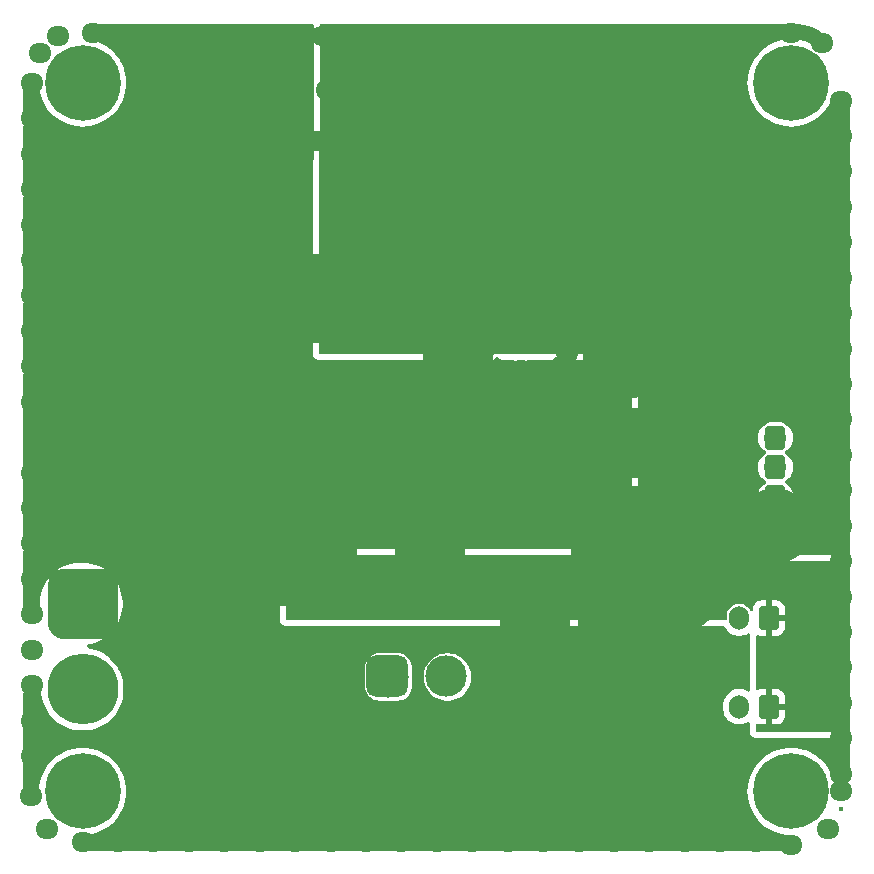
<source format=gbr>
<<<<<<< HEAD
%TF.GenerationSoftware,KiCad,Pcbnew,9.0.0*%
%TF.CreationDate,2025-03-28T09:56:41+01:00*%
%TF.ProjectId,Inverter_KiCAD,496e7665-7274-4657-925f-4b694341442e,rev?*%
%TF.SameCoordinates,Original*%
%TF.FileFunction,Copper,L3,Inr*%
%TF.FilePolarity,Positive*%
%FSLAX46Y46*%
G04 Gerber Fmt 4.6, Leading zero omitted, Abs format (unit mm)*
G04 Created by KiCad (PCBNEW 9.0.0) date 2025-03-28 09:56:41*
%MOMM*%
%LPD*%
G01*
G04 APERTURE LIST*
G04 Aperture macros list*
%AMRoundRect*
0 Rectangle with rounded corners*
0 $1 Rounding radius*
0 $2 $3 $4 $5 $6 $7 $8 $9 X,Y pos of 4 corners*
0 Add a 4 corners polygon primitive as box body*
4,1,4,$2,$3,$4,$5,$6,$7,$8,$9,$2,$3,0*
0 Add four circle primitives for the rounded corners*
1,1,$1+$1,$2,$3*
1,1,$1+$1,$4,$5*
1,1,$1+$1,$6,$7*
1,1,$1+$1,$8,$9*
0 Add four rect primitives between the rounded corners*
20,1,$1+$1,$2,$3,$4,$5,0*
20,1,$1+$1,$4,$5,$6,$7,0*
20,1,$1+$1,$6,$7,$8,$9,0*
20,1,$1+$1,$8,$9,$2,$3,0*%
G04 Aperture macros list end*
%TA.AperFunction,ComponentPad*%
%ADD10C,0.800000*%
%TD*%
%TA.AperFunction,ComponentPad*%
%ADD11C,6.400000*%
%TD*%
%TA.AperFunction,ComponentPad*%
%ADD12RoundRect,0.750000X-0.750000X-0.750000X0.750000X-0.750000X0.750000X0.750000X-0.750000X0.750000X0*%
%TD*%
%TA.AperFunction,ComponentPad*%
%ADD13C,3.000000*%
%TD*%
%TA.AperFunction,ComponentPad*%
%ADD14RoundRect,0.250000X0.600000X0.750000X-0.600000X0.750000X-0.600000X-0.750000X0.600000X-0.750000X0*%
%TD*%
%TA.AperFunction,ComponentPad*%
%ADD15O,1.700000X2.000000*%
%TD*%
%TA.AperFunction,ComponentPad*%
%ADD16RoundRect,0.250000X0.725000X-0.600000X0.725000X0.600000X-0.725000X0.600000X-0.725000X-0.600000X0*%
%TD*%
%TA.AperFunction,ComponentPad*%
%ADD17O,1.950000X1.700000*%
%TD*%
%TA.AperFunction,ComponentPad*%
%ADD18RoundRect,1.500000X1.500000X-1.500000X1.500000X1.500000X-1.500000X1.500000X-1.500000X-1.500000X0*%
%TD*%
%TA.AperFunction,ComponentPad*%
%ADD19C,6.000000*%
%TD*%
%TA.AperFunction,ViaPad*%
%ADD20C,0.450000*%
%TD*%
%TA.AperFunction,ViaPad*%
%ADD21C,0.800000*%
%TD*%
G04 APERTURE END LIST*
D10*
%TO.N,GND*%
%TO.C,H113*%
X142600000Y-85000000D03*
X143302944Y-83302944D03*
X143302944Y-86697056D03*
X145000000Y-82600000D03*
D11*
X145000000Y-85000000D03*
D10*
X145000000Y-87400000D03*
X146697056Y-83302944D03*
X146697056Y-86697056D03*
X147400000Y-85000000D03*
%TD*%
D12*
%TO.N,/ARM_B*%
%TO.C,J1*%
X170900000Y-135300000D03*
D13*
%TO.N,/ARM_OUT_A*%
X175900000Y-135300000D03*
%TD*%
D14*
%TO.N,+9V*%
%TO.C,J4*%
X203097056Y-130322056D03*
D15*
%TO.N,Net-(J4-Pin_2)*%
X200597056Y-130322056D03*
%TD*%
D10*
%TO.N,GND*%
%TO.C,H109*%
X202600000Y-85000000D03*
X203302944Y-83302944D03*
X203302944Y-86697056D03*
X205000000Y-82600000D03*
D11*
X205000000Y-85000000D03*
D10*
X205000000Y-87400000D03*
X206697056Y-83302944D03*
X206697056Y-86697056D03*
X207400000Y-85000000D03*
%TD*%
D16*
%TO.N,unconnected-(J7-Pin_1-Pad1)*%
%TO.C,J7*%
X203672056Y-122547056D03*
D17*
%TO.N,/MCU_STM32G474/USART1_RX*%
X203672056Y-120047056D03*
%TO.N,/MCU_STM32G474/USART1_TX*%
X203672056Y-117547056D03*
%TO.N,GND*%
X203672056Y-115047056D03*
%TD*%
D10*
%TO.N,GND*%
%TO.C,H111*%
X202600000Y-145000000D03*
X203302944Y-143302944D03*
X203302944Y-146697056D03*
X205000000Y-142600000D03*
D11*
X205000000Y-145000000D03*
D10*
X205000000Y-147400000D03*
X206697056Y-143302944D03*
X206697056Y-146697056D03*
X207400000Y-145000000D03*
%TD*%
D18*
%TO.N,GND*%
%TO.C,BT1*%
X144900000Y-136300000D03*
D19*
%TO.N,Net-(BT1-+)*%
X144900000Y-129100000D03*
%TD*%
D14*
%TO.N,+9V*%
%TO.C,J5*%
X203097056Y-137822056D03*
D15*
%TO.N,Net-(J4-Pin_2)*%
X200597056Y-137822056D03*
%TD*%
D10*
%TO.N,GND*%
%TO.C,H114*%
X142600000Y-145000000D03*
X143302944Y-143302944D03*
X143302944Y-146697056D03*
X145000000Y-142600000D03*
D11*
X145000000Y-145000000D03*
D10*
X145000000Y-147400000D03*
X146697056Y-143302944D03*
X146697056Y-146697056D03*
X147400000Y-145000000D03*
%TD*%
D20*
%TO.N,+3.3V*%
X189097056Y-85397056D03*
D21*
X192800000Y-122100000D03*
D20*
X158728768Y-135528768D03*
X191697056Y-95997056D03*
X177627056Y-85977056D03*
X177697056Y-103797056D03*
X156963215Y-145701173D03*
X189797056Y-105697056D03*
X180797056Y-92797056D03*
D21*
X165400000Y-104074000D03*
X193000000Y-108200000D03*
D20*
X177497056Y-95697056D03*
D21*
X190300000Y-107700000D03*
D20*
X166400000Y-105300000D03*
X197000000Y-121000000D03*
X165700000Y-85600000D03*
D21*
X194200000Y-122400000D03*
X192700000Y-115500000D03*
X205900000Y-102900000D03*
D20*
%TO.N,GND*%
X193000000Y-149300000D03*
X168600000Y-111900000D03*
X175000000Y-149300000D03*
X140700000Y-121000000D03*
X183600000Y-119400000D03*
X172400000Y-100000000D03*
X143097056Y-100297056D03*
X140700000Y-124000000D03*
X205000000Y-80800000D03*
X140700000Y-130000000D03*
X172000000Y-149300000D03*
X193097056Y-106297056D03*
X164900000Y-89900000D03*
D21*
X167900000Y-117200000D03*
D20*
X165400000Y-81000000D03*
X145900000Y-80800000D03*
X209200000Y-131500000D03*
X183200000Y-140500000D03*
X205000000Y-149500000D03*
X178097056Y-109297056D03*
X185897056Y-134497056D03*
X145100000Y-114300000D03*
D21*
X195200000Y-128200000D03*
D20*
X180397056Y-102997056D03*
X209200000Y-107500000D03*
X151000000Y-149300000D03*
X181197056Y-95597056D03*
X164800000Y-100300000D03*
X163000000Y-149300000D03*
X150700000Y-140800000D03*
X148000000Y-149300000D03*
X189400000Y-81000000D03*
X168197056Y-128297056D03*
X153097056Y-90297056D03*
X140700000Y-139000000D03*
X141400000Y-82500000D03*
D21*
X189900000Y-130200000D03*
D20*
X169197056Y-127297056D03*
X159400000Y-81000000D03*
X185797056Y-103897056D03*
X140700000Y-112000000D03*
D21*
X149100000Y-110800000D03*
D20*
X146300000Y-114300000D03*
X175100000Y-127400000D03*
X170197056Y-127297056D03*
X178000000Y-149300000D03*
D21*
X193500000Y-103600000D03*
D20*
X140700000Y-97000000D03*
X180700000Y-127300000D03*
X142000000Y-148200000D03*
X154200000Y-133200000D03*
X170197056Y-128297056D03*
X143100000Y-109500000D03*
X145700000Y-114300000D03*
X140700000Y-100000000D03*
X185900000Y-129200000D03*
X140700000Y-136000000D03*
X187000000Y-149300000D03*
X209200000Y-101500000D03*
X179697056Y-82097056D03*
X167097056Y-118297056D03*
X140700000Y-88000000D03*
X160000000Y-149300000D03*
X196000000Y-149300000D03*
X153400000Y-100600000D03*
X173097056Y-105297056D03*
X169197056Y-128297056D03*
X202400000Y-81100000D03*
D21*
X183500000Y-115100000D03*
D20*
X178700000Y-127300000D03*
X140700000Y-91000000D03*
X209200000Y-119500000D03*
X162400000Y-81000000D03*
X148600000Y-80900000D03*
X140700000Y-85000000D03*
X183097056Y-90297056D03*
X140700000Y-118000000D03*
D21*
X158800000Y-116300000D03*
D20*
X203097056Y-95297056D03*
X140700000Y-133000000D03*
X140700000Y-109000000D03*
X169000000Y-149300000D03*
X168400000Y-81000000D03*
X198097056Y-95297056D03*
X209200000Y-95500000D03*
X209200000Y-89500000D03*
D21*
X205100000Y-100400000D03*
D20*
X198300000Y-81100000D03*
X140700000Y-103000000D03*
D21*
X156100000Y-114100000D03*
D20*
X177400000Y-81000000D03*
X191847056Y-100547056D03*
D21*
X184600000Y-89500000D03*
D20*
X145000000Y-149300000D03*
X178900000Y-107800000D03*
X140700000Y-142000000D03*
D21*
X205000000Y-97700000D03*
D20*
X189397056Y-106797056D03*
X186000000Y-107900000D03*
X209200000Y-145000000D03*
X209200000Y-104500000D03*
X180400000Y-81000000D03*
D21*
X189500000Y-127200000D03*
D20*
X140600000Y-145400000D03*
X187097056Y-110297056D03*
X172797056Y-85897056D03*
X142900000Y-81000000D03*
X209200000Y-125500000D03*
X178700000Y-126300000D03*
X168197056Y-127297056D03*
X140700000Y-127000000D03*
X153400000Y-81000000D03*
X199000000Y-149300000D03*
X193000000Y-141000000D03*
X187797056Y-96497056D03*
X184900000Y-102100000D03*
X191600000Y-110800000D03*
X140700000Y-106000000D03*
X143097056Y-90297056D03*
X209200000Y-98500000D03*
X182097056Y-109297056D03*
X166000000Y-149300000D03*
X209200000Y-110500000D03*
X181000000Y-149300000D03*
X183400000Y-81000000D03*
X209200000Y-113500000D03*
X207600000Y-81600000D03*
D21*
X149750000Y-111450000D03*
D20*
X209200000Y-86500000D03*
X209200000Y-128500000D03*
X179700000Y-126300000D03*
X154000000Y-149300000D03*
X209200000Y-122500000D03*
X195400000Y-81000000D03*
X209200000Y-143500000D03*
X209200000Y-92500000D03*
X203097056Y-106297056D03*
X183097056Y-100297056D03*
X171400000Y-81000000D03*
X192400000Y-81000000D03*
D21*
X199500000Y-125500000D03*
X158400000Y-122800000D03*
D20*
X140700000Y-94000000D03*
X180700000Y-126300000D03*
X176297056Y-89697056D03*
X202000000Y-149300000D03*
D21*
X189300000Y-125400000D03*
D20*
X198097056Y-106297056D03*
X186400000Y-81000000D03*
X174400000Y-81000000D03*
X197097056Y-103047056D03*
X157000000Y-149300000D03*
X175400000Y-115100000D03*
X209200000Y-134500000D03*
X209200000Y-116500000D03*
X190000000Y-149300000D03*
X209200000Y-140500000D03*
X184000000Y-149300000D03*
X156400000Y-81000000D03*
X208100000Y-148200000D03*
D21*
X176500000Y-121100000D03*
D20*
X179700000Y-127300000D03*
X171700000Y-140600000D03*
X151200000Y-81000000D03*
X209200000Y-137500000D03*
D21*
%TO.N,/Imes_mot*%
X184700000Y-112100000D03*
X184400000Y-103800000D03*
D20*
%TO.N,VBUS*%
X170097056Y-123500000D03*
X148000000Y-123750000D03*
X147000000Y-122800000D03*
X181400000Y-123200000D03*
X147000000Y-123750000D03*
X148000000Y-121750000D03*
X148000000Y-122800000D03*
X172000000Y-123500000D03*
X180400000Y-123200000D03*
X147000000Y-124800000D03*
X147000000Y-121750000D03*
X181400000Y-121200000D03*
X185674263Y-112822793D03*
X167900000Y-121900000D03*
X171097056Y-123500000D03*
X180400000Y-121200000D03*
X181400000Y-122200000D03*
X180400000Y-122200000D03*
X169200000Y-123500000D03*
X148000000Y-124800000D03*
X167900000Y-122600000D03*
D21*
%TO.N,/VBus_Sense*%
X191500000Y-103100000D03*
X188487056Y-114000000D03*
%TO.N,+9V*%
X165300000Y-126300000D03*
X164100000Y-126300000D03*
X163000000Y-126300000D03*
X196100000Y-127600000D03*
D20*
X176300000Y-117800000D03*
D21*
X194200000Y-127600000D03*
X164800000Y-122000000D03*
%TO.N,/In_A_H*%
X180162712Y-100214922D03*
X176822056Y-108600000D03*
D20*
%TO.N,/In_B_H*%
X174872056Y-109400000D03*
D21*
%TO.N,/MCU_STM32G474/NRST*%
X177000000Y-99500000D03*
X197200000Y-97900000D03*
%TO.N,/ARM_B*%
X174400000Y-123800000D03*
%TO.N,/MCU_STM32G474/SWO*%
X197500000Y-99900000D03*
X185200000Y-95500000D03*
%TO.N,Net-(U6-PB8)*%
X182222056Y-92100000D03*
D20*
%TO.N,/{slash}A*%
X158600000Y-136800000D03*
X163900000Y-142100000D03*
%TO.N,/{slash}B*%
X160278768Y-136878768D03*
X164000000Y-140600000D03*
D21*
%TO.N,/MCU_STM32G474/VCP_TX*%
X200200000Y-95300000D03*
X195500000Y-105500000D03*
%TO.N,/Pwr_EN*%
X177200000Y-100999000D03*
%TO.N,/MCU_STM32G474/VCP_RX*%
X196400000Y-104300000D03*
X205100000Y-95900000D03*
D20*
%TO.N,/I2C_SCL*%
X193300000Y-100000000D03*
%TO.N,/I2C_SDA*%
X191997056Y-99497056D03*
D21*
%TO.N,/ARM_IN_A*%
X183300000Y-129600000D03*
D20*
%TO.N,/Cmd_L_A*%
X177200000Y-120200000D03*
%TO.N,/Cmd_H_A*%
X178422056Y-119300129D03*
%TO.N,/Cmd_H_B*%
X173000000Y-119600000D03*
%TO.N,/Cmd_L_B*%
X174965046Y-118350000D03*
%TD*%
%TA.AperFunction,Conductor*%
%TO.N,+9V*%
G36*
X188691560Y-125019685D02*
G01*
X188737315Y-125072489D01*
X188747259Y-125141647D01*
X188742152Y-125160264D01*
X188742527Y-125160365D01*
X188740423Y-125168214D01*
X188740423Y-125168216D01*
X188699500Y-125320943D01*
X188699500Y-125479057D01*
X188729127Y-125589624D01*
X188740423Y-125631783D01*
X188740426Y-125631790D01*
X188819475Y-125768709D01*
X188819479Y-125768714D01*
X188819480Y-125768716D01*
X188931284Y-125880520D01*
X188931286Y-125880521D01*
X188931290Y-125880524D01*
X189009192Y-125925500D01*
X189068216Y-125959577D01*
X189220943Y-126000500D01*
X189220945Y-126000500D01*
X189379055Y-126000500D01*
X189379057Y-126000500D01*
X189531784Y-125959577D01*
X189668716Y-125880520D01*
X189780520Y-125768716D01*
X189859577Y-125631784D01*
X189900500Y-125479057D01*
X189900500Y-125320943D01*
X189859577Y-125168216D01*
X189859576Y-125168214D01*
X189857473Y-125160365D01*
X189859660Y-125159778D01*
X189853452Y-125101971D01*
X189884733Y-125039495D01*
X189944825Y-125003849D01*
X189975479Y-125000000D01*
X191416204Y-125000000D01*
X191483243Y-125019685D01*
X191528998Y-125072489D01*
X191533858Y-125084841D01*
X191551383Y-125137497D01*
X191551386Y-125137503D01*
X191629171Y-125258537D01*
X191629179Y-125258548D01*
X191674923Y-125311340D01*
X191674926Y-125311343D01*
X191674930Y-125311347D01*
X191783664Y-125405567D01*
X191783667Y-125405568D01*
X191783668Y-125405569D01*
X191909285Y-125462938D01*
X191914541Y-125465338D01*
X191981580Y-125485023D01*
X191981584Y-125485024D01*
X192124000Y-125505500D01*
X192124003Y-125505500D01*
X198684787Y-125505500D01*
X198684788Y-125505500D01*
X198769426Y-125496782D01*
X198838129Y-125509494D01*
X198889054Y-125557332D01*
X198901905Y-125588032D01*
X198903144Y-125592656D01*
X198940423Y-125731785D01*
X198940426Y-125731790D01*
X199019475Y-125868709D01*
X199019479Y-125868714D01*
X199019480Y-125868716D01*
X199131284Y-125980520D01*
X199131286Y-125980521D01*
X199131290Y-125980524D01*
X199232125Y-126038740D01*
X199268216Y-126059577D01*
X199420943Y-126100500D01*
X199420945Y-126100500D01*
X199579055Y-126100500D01*
X199579057Y-126100500D01*
X199731784Y-126059577D01*
X199868716Y-125980520D01*
X199980520Y-125868716D01*
X200059577Y-125731784D01*
X200098959Y-125584805D01*
X200135321Y-125525150D01*
X200198168Y-125494620D01*
X200236374Y-125494165D01*
X200315212Y-125505500D01*
X200315215Y-125505500D01*
X208622624Y-125505500D01*
X208622626Y-125505500D01*
X208658612Y-125503570D01*
X208726606Y-125519636D01*
X208775124Y-125569914D01*
X208785025Y-125595298D01*
X208803497Y-125664238D01*
X208803498Y-125664239D01*
X208859515Y-125761263D01*
X208938737Y-125840485D01*
X209035763Y-125896503D01*
X209143982Y-125925500D01*
X209143984Y-125925500D01*
X209256016Y-125925500D01*
X209256018Y-125925500D01*
X209364237Y-125896503D01*
X209461263Y-125840485D01*
X209540485Y-125761263D01*
X209596503Y-125664237D01*
X209615683Y-125592653D01*
X209631225Y-125567153D01*
X209644545Y-125540421D01*
X209649216Y-125537637D01*
X209652046Y-125532995D01*
X209678910Y-125519944D01*
X209704568Y-125504657D01*
X209711115Y-125504299D01*
X209714893Y-125502465D01*
X209739653Y-125500819D01*
X209746406Y-125501047D01*
X209777374Y-125505500D01*
X209875835Y-125505500D01*
X209876505Y-125505452D01*
X209880018Y-125505571D01*
X209911280Y-125515911D01*
X209942861Y-125525185D01*
X209944285Y-125526829D01*
X209946353Y-125527513D01*
X209967073Y-125553128D01*
X209988616Y-125577989D01*
X209989142Y-125580409D01*
X209990295Y-125581834D01*
X209991147Y-125589624D01*
X209999821Y-125629500D01*
X209999672Y-134661293D01*
X209999585Y-139876002D01*
X209979899Y-139943041D01*
X209927095Y-139988795D01*
X209875585Y-140000000D01*
X202124000Y-140000000D01*
X202056961Y-139980315D01*
X202011206Y-139927511D01*
X202000000Y-139876000D01*
X202000000Y-139368082D01*
X202019685Y-139301043D01*
X202072489Y-139255288D01*
X202141647Y-139245344D01*
X202176411Y-139255703D01*
X202177935Y-139256414D01*
X202344358Y-139311561D01*
X202344365Y-139311562D01*
X202447075Y-139322055D01*
X202847055Y-139322055D01*
X202847056Y-139322054D01*
X202847056Y-138255068D01*
X202904063Y-138287981D01*
X203031230Y-138322056D01*
X203162882Y-138322056D01*
X203290049Y-138287981D01*
X203347056Y-138255068D01*
X203347056Y-139322055D01*
X203747028Y-139322055D01*
X203747042Y-139322054D01*
X203849753Y-139311561D01*
X204016175Y-139256414D01*
X204016180Y-139256412D01*
X204165401Y-139164371D01*
X204289371Y-139040401D01*
X204381412Y-138891180D01*
X204381414Y-138891175D01*
X204436561Y-138724753D01*
X204436562Y-138724746D01*
X204447055Y-138622042D01*
X204447056Y-138622029D01*
X204447056Y-138072056D01*
X203530068Y-138072056D01*
X203562981Y-138015049D01*
X203597056Y-137887882D01*
X203597056Y-137756230D01*
X203562981Y-137629063D01*
X203530068Y-137572056D01*
X204447055Y-137572056D01*
X204447055Y-137443982D01*
X208774500Y-137443982D01*
X208774500Y-137556018D01*
X208803497Y-137664237D01*
X208859515Y-137761263D01*
X208938737Y-137840485D01*
X209035763Y-137896503D01*
X209143982Y-137925500D01*
X209143984Y-137925500D01*
X209256016Y-137925500D01*
X209256018Y-137925500D01*
X209364237Y-137896503D01*
X209461263Y-137840485D01*
X209540485Y-137761263D01*
X209596503Y-137664237D01*
X209625500Y-137556018D01*
X209625500Y-137443982D01*
X209596503Y-137335763D01*
X209540485Y-137238737D01*
X209461263Y-137159515D01*
X209364237Y-137103497D01*
X209256018Y-137074500D01*
X209143982Y-137074500D01*
X209035763Y-137103497D01*
X209035760Y-137103498D01*
X208938740Y-137159513D01*
X208938734Y-137159517D01*
X208859517Y-137238734D01*
X208859513Y-137238740D01*
X208803498Y-137335760D01*
X208803497Y-137335763D01*
X208774500Y-137443982D01*
X204447055Y-137443982D01*
X204447055Y-137022084D01*
X204447054Y-137022069D01*
X204436561Y-136919358D01*
X204381414Y-136752936D01*
X204381412Y-136752931D01*
X204289371Y-136603710D01*
X204165401Y-136479740D01*
X204016180Y-136387699D01*
X204016175Y-136387697D01*
X203849753Y-136332550D01*
X203849746Y-136332549D01*
X203747042Y-136322056D01*
X203347056Y-136322056D01*
X203347056Y-137389044D01*
X203290049Y-137356131D01*
X203162882Y-137322056D01*
X203031230Y-137322056D01*
X202904063Y-137356131D01*
X202847056Y-137389044D01*
X202847056Y-136322056D01*
X202447084Y-136322056D01*
X202447068Y-136322057D01*
X202344358Y-136332550D01*
X202177928Y-136387700D01*
X202176400Y-136388413D01*
X202175251Y-136388587D01*
X202171079Y-136389970D01*
X202170842Y-136389256D01*
X202107322Y-136398902D01*
X202043539Y-136370380D01*
X202005302Y-136311901D01*
X202000000Y-136276029D01*
X202000000Y-134443982D01*
X208774500Y-134443982D01*
X208774500Y-134556018D01*
X208803497Y-134664237D01*
X208859515Y-134761263D01*
X208938737Y-134840485D01*
X209035763Y-134896503D01*
X209143982Y-134925500D01*
X209143984Y-134925500D01*
X209256016Y-134925500D01*
X209256018Y-134925500D01*
X209364237Y-134896503D01*
X209461263Y-134840485D01*
X209540485Y-134761263D01*
X209596503Y-134664237D01*
X209625500Y-134556018D01*
X209625500Y-134443982D01*
X209596503Y-134335763D01*
X209540485Y-134238737D01*
X209461263Y-134159515D01*
X209364237Y-134103497D01*
X209256018Y-134074500D01*
X209143982Y-134074500D01*
X209035763Y-134103497D01*
X209035760Y-134103498D01*
X208938740Y-134159513D01*
X208938734Y-134159517D01*
X208859517Y-134238734D01*
X208859513Y-134238740D01*
X208803498Y-134335760D01*
X208803497Y-134335763D01*
X208774500Y-134443982D01*
X202000000Y-134443982D01*
X202000000Y-131868082D01*
X202019685Y-131801043D01*
X202072489Y-131755288D01*
X202141647Y-131745344D01*
X202176411Y-131755703D01*
X202177935Y-131756414D01*
X202344358Y-131811561D01*
X202344365Y-131811562D01*
X202447075Y-131822055D01*
X202847055Y-131822055D01*
X202847056Y-131822054D01*
X202847056Y-130755068D01*
X202904063Y-130787981D01*
X203031230Y-130822056D01*
X203162882Y-130822056D01*
X203290049Y-130787981D01*
X203347056Y-130755068D01*
X203347056Y-131822055D01*
X203747028Y-131822055D01*
X203747042Y-131822054D01*
X203849753Y-131811561D01*
X204016175Y-131756414D01*
X204016180Y-131756412D01*
X204165401Y-131664371D01*
X204289371Y-131540401D01*
X204348843Y-131443982D01*
X208774500Y-131443982D01*
X208774500Y-131556018D01*
X208803497Y-131664237D01*
X208859515Y-131761263D01*
X208938737Y-131840485D01*
X209035763Y-131896503D01*
X209143982Y-131925500D01*
X209143984Y-131925500D01*
X209256016Y-131925500D01*
X209256018Y-131925500D01*
X209364237Y-131896503D01*
X209461263Y-131840485D01*
X209540485Y-131761263D01*
X209596503Y-131664237D01*
X209625500Y-131556018D01*
X209625500Y-131443982D01*
X209596503Y-131335763D01*
X209540485Y-131238737D01*
X209461263Y-131159515D01*
X209364237Y-131103497D01*
X209256018Y-131074500D01*
X209143982Y-131074500D01*
X209035763Y-131103497D01*
X209035760Y-131103498D01*
X208938740Y-131159513D01*
X208938734Y-131159517D01*
X208859517Y-131238734D01*
X208859513Y-131238740D01*
X208803498Y-131335760D01*
X208803497Y-131335763D01*
X208774500Y-131443982D01*
X204348843Y-131443982D01*
X204381412Y-131391180D01*
X204381415Y-131391173D01*
X204436561Y-131224753D01*
X204436562Y-131224746D01*
X204447055Y-131122042D01*
X204447056Y-131122029D01*
X204447056Y-130572056D01*
X203530068Y-130572056D01*
X203562981Y-130515049D01*
X203597056Y-130387882D01*
X203597056Y-130256230D01*
X203562981Y-130129063D01*
X203530068Y-130072056D01*
X204447055Y-130072056D01*
X204447055Y-129522084D01*
X204447054Y-129522069D01*
X204436561Y-129419358D01*
X204381414Y-129252936D01*
X204381412Y-129252931D01*
X204289371Y-129103710D01*
X204165401Y-128979740D01*
X204016180Y-128887699D01*
X204016175Y-128887697D01*
X203849753Y-128832550D01*
X203849746Y-128832549D01*
X203747042Y-128822056D01*
X203347056Y-128822056D01*
X203347056Y-129889044D01*
X203290049Y-129856131D01*
X203162882Y-129822056D01*
X203031230Y-129822056D01*
X202904063Y-129856131D01*
X202847056Y-129889044D01*
X202847056Y-128822056D01*
X202447084Y-128822056D01*
X202447068Y-128822057D01*
X202344358Y-128832550D01*
X202177936Y-128887697D01*
X202177931Y-128887699D01*
X202028710Y-128979740D01*
X201904740Y-129103710D01*
X201812699Y-129252931D01*
X201812697Y-129252936D01*
X201757550Y-129419358D01*
X201757549Y-129419365D01*
X201747056Y-129522069D01*
X201747056Y-129593529D01*
X201727371Y-129660568D01*
X201674567Y-129706323D01*
X201605409Y-129716267D01*
X201541853Y-129687242D01*
X201519954Y-129662419D01*
X201413036Y-129502405D01*
X201413030Y-129502397D01*
X201266713Y-129356080D01*
X201116958Y-129256018D01*
X201094654Y-129241115D01*
X200903476Y-129161926D01*
X200903468Y-129161924D01*
X200700525Y-129121556D01*
X200700521Y-129121556D01*
X200493591Y-129121556D01*
X200493586Y-129121556D01*
X200290643Y-129161924D01*
X200290635Y-129161926D01*
X200099459Y-129241114D01*
X199927398Y-129356080D01*
X199781080Y-129502398D01*
X199666114Y-129674459D01*
X199586926Y-129865635D01*
X199586924Y-129865643D01*
X199546556Y-130068586D01*
X199546556Y-130376000D01*
X199526871Y-130443039D01*
X199474067Y-130488794D01*
X199422556Y-130500000D01*
X190602898Y-130500000D01*
X190535859Y-130480315D01*
X190490104Y-130427511D01*
X190480160Y-130358353D01*
X190483120Y-130343918D01*
X190500500Y-130279057D01*
X190500500Y-130120943D01*
X190459577Y-129968216D01*
X190400353Y-129865636D01*
X190380524Y-129831290D01*
X190380518Y-129831282D01*
X190268717Y-129719481D01*
X190268709Y-129719475D01*
X190131790Y-129640426D01*
X190131786Y-129640424D01*
X190131784Y-129640423D01*
X189979057Y-129599500D01*
X189820943Y-129599500D01*
X189668216Y-129640423D01*
X189668209Y-129640426D01*
X189531290Y-129719475D01*
X189531282Y-129719481D01*
X189419481Y-129831282D01*
X189419475Y-129831290D01*
X189340426Y-129968209D01*
X189340423Y-129968216D01*
X189299500Y-130120943D01*
X189299500Y-130279057D01*
X189316876Y-130343908D01*
X189315214Y-130413756D01*
X189276052Y-130471619D01*
X189211823Y-130499123D01*
X189197102Y-130500000D01*
X183581092Y-130500000D01*
X183514053Y-130480315D01*
X183468298Y-130427511D01*
X183458354Y-130358353D01*
X183487379Y-130294797D01*
X183533640Y-130261439D01*
X183631804Y-130220778D01*
X183631804Y-130220777D01*
X183631811Y-130220775D01*
X183746542Y-130144114D01*
X183844114Y-130046542D01*
X183920775Y-129931811D01*
X183973580Y-129804328D01*
X183990457Y-129719481D01*
X184000500Y-129668995D01*
X184000500Y-129531004D01*
X183973581Y-129395677D01*
X183973580Y-129395676D01*
X183973580Y-129395672D01*
X183957180Y-129356079D01*
X183920778Y-129268195D01*
X183920771Y-129268182D01*
X183878384Y-129204746D01*
X183844114Y-129153458D01*
X183844111Y-129153454D01*
X183834639Y-129143982D01*
X185474500Y-129143982D01*
X185474500Y-129256018D01*
X185503497Y-129364237D01*
X185559515Y-129461263D01*
X185638737Y-129540485D01*
X185735763Y-129596503D01*
X185843982Y-129625500D01*
X185843984Y-129625500D01*
X185956016Y-129625500D01*
X185956018Y-129625500D01*
X186064237Y-129596503D01*
X186161263Y-129540485D01*
X186240485Y-129461263D01*
X186296503Y-129364237D01*
X186325500Y-129256018D01*
X186325500Y-129143982D01*
X186296503Y-129035763D01*
X186240485Y-128938737D01*
X186161263Y-128859515D01*
X186064237Y-128803497D01*
X185956018Y-128774500D01*
X185843982Y-128774500D01*
X185735763Y-128803497D01*
X185735760Y-128803498D01*
X185638740Y-128859513D01*
X185638734Y-128859517D01*
X185559517Y-128938734D01*
X185559513Y-128938740D01*
X185503498Y-129035760D01*
X185503497Y-129035763D01*
X185474500Y-129143982D01*
X183834639Y-129143982D01*
X183746545Y-129055888D01*
X183746541Y-129055885D01*
X183631817Y-128979228D01*
X183631804Y-128979221D01*
X183504332Y-128926421D01*
X183504322Y-128926418D01*
X183368995Y-128899500D01*
X183368993Y-128899500D01*
X183231007Y-128899500D01*
X183231005Y-128899500D01*
X183095677Y-128926418D01*
X183095667Y-128926421D01*
X182968195Y-128979221D01*
X182968182Y-128979228D01*
X182853458Y-129055885D01*
X182853454Y-129055888D01*
X182755888Y-129153454D01*
X182755885Y-129153458D01*
X182679228Y-129268182D01*
X182679221Y-129268195D01*
X182626421Y-129395667D01*
X182626418Y-129395677D01*
X182599500Y-129531004D01*
X182599500Y-129531007D01*
X182599500Y-129668993D01*
X182599500Y-129668995D01*
X182599499Y-129668995D01*
X182626418Y-129804322D01*
X182626421Y-129804332D01*
X182679221Y-129931804D01*
X182679228Y-129931817D01*
X182755885Y-130046541D01*
X182755888Y-130046545D01*
X182853454Y-130144111D01*
X182853458Y-130144114D01*
X182968182Y-130220771D01*
X182968195Y-130220778D01*
X183066360Y-130261439D01*
X183120764Y-130305280D01*
X183142829Y-130371574D01*
X183125550Y-130439273D01*
X183074413Y-130486884D01*
X183018908Y-130500000D01*
X162324000Y-130500000D01*
X162256961Y-130480315D01*
X162211206Y-130427511D01*
X162200000Y-130376000D01*
X162200000Y-127241038D01*
X167771556Y-127241038D01*
X167771556Y-127353074D01*
X167799140Y-127456017D01*
X167800553Y-127461292D01*
X167800554Y-127461295D01*
X167806142Y-127470974D01*
X167856571Y-127558319D01*
X167935793Y-127637541D01*
X168007710Y-127679062D01*
X168026081Y-127689669D01*
X168074297Y-127740236D01*
X168087519Y-127808843D01*
X168061551Y-127873708D01*
X168026081Y-127904443D01*
X167935796Y-127956569D01*
X167935790Y-127956573D01*
X167856573Y-128035790D01*
X167856569Y-128035796D01*
X167800554Y-128132816D01*
X167800553Y-128132819D01*
X167771556Y-128241038D01*
X167771556Y-128353074D01*
X167785138Y-128403761D01*
X167800553Y-128461292D01*
X167800554Y-128461295D01*
X167819225Y-128493635D01*
X167856571Y-128558319D01*
X167935793Y-128637541D01*
X168032819Y-128693559D01*
X168141038Y-128722556D01*
X168141040Y-128722556D01*
X168253072Y-128722556D01*
X168253074Y-128722556D01*
X168361293Y-128693559D01*
X168458319Y-128637541D01*
X168537541Y-128558319D01*
X168589669Y-128468029D01*
X168640236Y-128419815D01*
X168708843Y-128406591D01*
X168773707Y-128432559D01*
X168804441Y-128468028D01*
X168856571Y-128558319D01*
X168935793Y-128637541D01*
X169032819Y-128693559D01*
X169141038Y-128722556D01*
X169141040Y-128722556D01*
X169253072Y-128722556D01*
X169253074Y-128722556D01*
X169361293Y-128693559D01*
X169458319Y-128637541D01*
X169537541Y-128558319D01*
X169589669Y-128468029D01*
X169640236Y-128419815D01*
X169708843Y-128406591D01*
X169773707Y-128432559D01*
X169804441Y-128468028D01*
X169856571Y-128558319D01*
X169935793Y-128637541D01*
X170032819Y-128693559D01*
X170141038Y-128722556D01*
X170141040Y-128722556D01*
X170253072Y-128722556D01*
X170253074Y-128722556D01*
X170361293Y-128693559D01*
X170458319Y-128637541D01*
X170537541Y-128558319D01*
X170593559Y-128461293D01*
X170622556Y-128353074D01*
X170622556Y-128241038D01*
X170593559Y-128132819D01*
X170586702Y-128120943D01*
X194599500Y-128120943D01*
X194599500Y-128279057D01*
X194632915Y-128403761D01*
X194640423Y-128431783D01*
X194640426Y-128431790D01*
X194719475Y-128568709D01*
X194719479Y-128568714D01*
X194719480Y-128568716D01*
X194831284Y-128680520D01*
X194831286Y-128680521D01*
X194831290Y-128680524D01*
X194853868Y-128693559D01*
X194968216Y-128759577D01*
X195120943Y-128800500D01*
X195120945Y-128800500D01*
X195279055Y-128800500D01*
X195279057Y-128800500D01*
X195431784Y-128759577D01*
X195568716Y-128680520D01*
X195680520Y-128568716D01*
X195752535Y-128443982D01*
X208774500Y-128443982D01*
X208774500Y-128556018D01*
X208803497Y-128664237D01*
X208859515Y-128761263D01*
X208938737Y-128840485D01*
X209035763Y-128896503D01*
X209143982Y-128925500D01*
X209143984Y-128925500D01*
X209256016Y-128925500D01*
X209256018Y-128925500D01*
X209364237Y-128896503D01*
X209461263Y-128840485D01*
X209540485Y-128761263D01*
X209596503Y-128664237D01*
X209625500Y-128556018D01*
X209625500Y-128443982D01*
X209596503Y-128335763D01*
X209540485Y-128238737D01*
X209461263Y-128159515D01*
X209364237Y-128103497D01*
X209256018Y-128074500D01*
X209143982Y-128074500D01*
X209035763Y-128103497D01*
X209035760Y-128103498D01*
X208938740Y-128159513D01*
X208938734Y-128159517D01*
X208859517Y-128238734D01*
X208859513Y-128238740D01*
X208803498Y-128335760D01*
X208803497Y-128335763D01*
X208774500Y-128443982D01*
X195752535Y-128443982D01*
X195759577Y-128431784D01*
X195800500Y-128279057D01*
X195800500Y-128120943D01*
X195759577Y-127968216D01*
X195720512Y-127900553D01*
X195680524Y-127831290D01*
X195680518Y-127831282D01*
X195568717Y-127719481D01*
X195568709Y-127719475D01*
X195431790Y-127640426D01*
X195431786Y-127640424D01*
X195431784Y-127640423D01*
X195279057Y-127599500D01*
X195120943Y-127599500D01*
X194968216Y-127640423D01*
X194968209Y-127640426D01*
X194831290Y-127719475D01*
X194831282Y-127719481D01*
X194719481Y-127831282D01*
X194719475Y-127831290D01*
X194640426Y-127968209D01*
X194640423Y-127968216D01*
X194599500Y-128120943D01*
X170586702Y-128120943D01*
X170537541Y-128035793D01*
X170458319Y-127956571D01*
X170368029Y-127904442D01*
X170319815Y-127853876D01*
X170306591Y-127785269D01*
X170332559Y-127720405D01*
X170368028Y-127689670D01*
X170458319Y-127637541D01*
X170537541Y-127558319D01*
X170593559Y-127461293D01*
X170622556Y-127353074D01*
X170622556Y-127343982D01*
X174674500Y-127343982D01*
X174674500Y-127456018D01*
X174701912Y-127558319D01*
X174703497Y-127564236D01*
X174703498Y-127564239D01*
X174722169Y-127596579D01*
X174759515Y-127661263D01*
X174838737Y-127740485D01*
X174935763Y-127796503D01*
X175043982Y-127825500D01*
X175043984Y-127825500D01*
X175156016Y-127825500D01*
X175156018Y-127825500D01*
X175264237Y-127796503D01*
X175361263Y-127740485D01*
X175440485Y-127661263D01*
X175496503Y-127564237D01*
X175525500Y-127456018D01*
X175525500Y-127343982D01*
X175496503Y-127235763D01*
X175440485Y-127138737D01*
X175361263Y-127059515D01*
X175264237Y-127003497D01*
X175156018Y-126974500D01*
X175043982Y-126974500D01*
X174935763Y-127003497D01*
X174935760Y-127003498D01*
X174838740Y-127059513D01*
X174838734Y-127059517D01*
X174759517Y-127138734D01*
X174759513Y-127138740D01*
X174703498Y-127235760D01*
X174703497Y-127235763D01*
X174674500Y-127343982D01*
X170622556Y-127343982D01*
X170622556Y-127241038D01*
X170593559Y-127132819D01*
X170537541Y-127035793D01*
X170458319Y-126956571D01*
X170361293Y-126900553D01*
X170253074Y-126871556D01*
X170141038Y-126871556D01*
X170032819Y-126900553D01*
X170032816Y-126900554D01*
X169935796Y-126956569D01*
X169935790Y-126956573D01*
X169856573Y-127035790D01*
X169856569Y-127035796D01*
X169804443Y-127126081D01*
X169753876Y-127174297D01*
X169685269Y-127187519D01*
X169620404Y-127161551D01*
X169589669Y-127126081D01*
X169551238Y-127059517D01*
X169537541Y-127035793D01*
X169458319Y-126956571D01*
X169361293Y-126900553D01*
X169253074Y-126871556D01*
X169141038Y-126871556D01*
X169032819Y-126900553D01*
X169032816Y-126900554D01*
X168935796Y-126956569D01*
X168935790Y-126956573D01*
X168856573Y-127035790D01*
X168856569Y-127035796D01*
X168804443Y-127126081D01*
X168753876Y-127174297D01*
X168685269Y-127187519D01*
X168620404Y-127161551D01*
X168589669Y-127126081D01*
X168551238Y-127059517D01*
X168537541Y-127035793D01*
X168458319Y-126956571D01*
X168361293Y-126900553D01*
X168253074Y-126871556D01*
X168141038Y-126871556D01*
X168032819Y-126900553D01*
X168032816Y-126900554D01*
X167935796Y-126956569D01*
X167935790Y-126956573D01*
X167856573Y-127035790D01*
X167856569Y-127035796D01*
X167800554Y-127132816D01*
X167800553Y-127132819D01*
X167771556Y-127241038D01*
X162200000Y-127241038D01*
X162200000Y-126243982D01*
X178274500Y-126243982D01*
X178274500Y-126356017D01*
X178303497Y-126464236D01*
X178303498Y-126464239D01*
X178322169Y-126496579D01*
X178359515Y-126561263D01*
X178438737Y-126640485D01*
X178510654Y-126682006D01*
X178529025Y-126692613D01*
X178577241Y-126743180D01*
X178590463Y-126811787D01*
X178564495Y-126876652D01*
X178529025Y-126907387D01*
X178438740Y-126959513D01*
X178438734Y-126959517D01*
X178359517Y-127038734D01*
X178359513Y-127038740D01*
X178303498Y-127135760D01*
X178303497Y-127135763D01*
X178274500Y-127243982D01*
X178274500Y-127356018D01*
X178301295Y-127456017D01*
X178303497Y-127464236D01*
X178303498Y-127464239D01*
X178322169Y-127496579D01*
X178359515Y-127561263D01*
X178438737Y-127640485D01*
X178535763Y-127696503D01*
X178643982Y-127725500D01*
X178643984Y-127725500D01*
X178756016Y-127725500D01*
X178756018Y-127725500D01*
X178864237Y-127696503D01*
X178961263Y-127640485D01*
X179040485Y-127561263D01*
X179092613Y-127470973D01*
X179143180Y-127422759D01*
X179211787Y-127409535D01*
X179276651Y-127435503D01*
X179307385Y-127470972D01*
X179359515Y-127561263D01*
X179438737Y-127640485D01*
X179535763Y-127696503D01*
X179643982Y-127725500D01*
X179643984Y-127725500D01*
X179756016Y-127725500D01*
X179756018Y-127725500D01*
X179864237Y-127696503D01*
X179961263Y-127640485D01*
X180040485Y-127561263D01*
X180092613Y-127470973D01*
X180143180Y-127422759D01*
X180211787Y-127409535D01*
X180276651Y-127435503D01*
X180307385Y-127470972D01*
X180359515Y-127561263D01*
X180438737Y-127640485D01*
X180535763Y-127696503D01*
X180643982Y-127725500D01*
X180643984Y-127725500D01*
X180756016Y-127725500D01*
X180756018Y-127725500D01*
X180864237Y-127696503D01*
X180961263Y-127640485D01*
X181040485Y-127561263D01*
X181096503Y-127464237D01*
X181125500Y-127356018D01*
X181125500Y-127243982D01*
X181096503Y-127135763D01*
X181087947Y-127120943D01*
X188899500Y-127120943D01*
X188899500Y-127279057D01*
X188934462Y-127409535D01*
X188940423Y-127431783D01*
X188940426Y-127431790D01*
X189019475Y-127568709D01*
X189019479Y-127568714D01*
X189019480Y-127568716D01*
X189131284Y-127680520D01*
X189131286Y-127680521D01*
X189131290Y-127680524D01*
X189209192Y-127725500D01*
X189268216Y-127759577D01*
X189420943Y-127800500D01*
X189420945Y-127800500D01*
X189579055Y-127800500D01*
X189579057Y-127800500D01*
X189731784Y-127759577D01*
X189868716Y-127680520D01*
X189980520Y-127568716D01*
X190059577Y-127431784D01*
X190100500Y-127279057D01*
X190100500Y-127120943D01*
X190059577Y-126968216D01*
X190003771Y-126871556D01*
X189980524Y-126831290D01*
X189980518Y-126831282D01*
X189868717Y-126719481D01*
X189868709Y-126719475D01*
X189731790Y-126640426D01*
X189731786Y-126640424D01*
X189731784Y-126640423D01*
X189579057Y-126599500D01*
X189420943Y-126599500D01*
X189268216Y-126640423D01*
X189268209Y-126640426D01*
X189131290Y-126719475D01*
X189131282Y-126719481D01*
X189019481Y-126831282D01*
X189019475Y-126831290D01*
X188940426Y-126968209D01*
X188940423Y-126968216D01*
X188899500Y-127120943D01*
X181087947Y-127120943D01*
X181040485Y-127038737D01*
X180961263Y-126959515D01*
X180870973Y-126907386D01*
X180822759Y-126856820D01*
X180809535Y-126788213D01*
X180835503Y-126723349D01*
X180870972Y-126692614D01*
X180961263Y-126640485D01*
X181040485Y-126561263D01*
X181096503Y-126464237D01*
X181125500Y-126356018D01*
X181125500Y-126243982D01*
X181096503Y-126135763D01*
X181040485Y-126038737D01*
X180961263Y-125959515D01*
X180864237Y-125903497D01*
X180756018Y-125874500D01*
X180643982Y-125874500D01*
X180535763Y-125903497D01*
X180535760Y-125903498D01*
X180438740Y-125959513D01*
X180438734Y-125959517D01*
X180359517Y-126038734D01*
X180359513Y-126038740D01*
X180307387Y-126129025D01*
X180256820Y-126177241D01*
X180188213Y-126190463D01*
X180123348Y-126164495D01*
X180092613Y-126129025D01*
X180076143Y-126100499D01*
X180040485Y-126038737D01*
X179961263Y-125959515D01*
X179864237Y-125903497D01*
X179756018Y-125874500D01*
X179643982Y-125874500D01*
X179535763Y-125903497D01*
X179535760Y-125903498D01*
X179438740Y-125959513D01*
X179438734Y-125959517D01*
X179359517Y-126038734D01*
X179359513Y-126038740D01*
X179307387Y-126129025D01*
X179256820Y-126177241D01*
X179188213Y-126190463D01*
X179123348Y-126164495D01*
X179092613Y-126129025D01*
X179076143Y-126100499D01*
X179040485Y-126038737D01*
X178961263Y-125959515D01*
X178864237Y-125903497D01*
X178756018Y-125874500D01*
X178643982Y-125874500D01*
X178535763Y-125903497D01*
X178535760Y-125903498D01*
X178438740Y-125959513D01*
X178438734Y-125959517D01*
X178359517Y-126038734D01*
X178359513Y-126038740D01*
X178303498Y-126135760D01*
X178303497Y-126135763D01*
X178274500Y-126243982D01*
X162200000Y-126243982D01*
X162200000Y-125124000D01*
X162219685Y-125056961D01*
X162272489Y-125011206D01*
X162324000Y-125000000D01*
X188624521Y-125000000D01*
X188691560Y-125019685D01*
G37*
%TD.AperFunction*%
%TD*%
%TA.AperFunction,Conductor*%
%TO.N,VBUS*%
G36*
X148319413Y-80020185D02*
G01*
X148365168Y-80072989D01*
X148375112Y-80142147D01*
X148346087Y-80205703D01*
X148299826Y-80239061D01*
X148256353Y-80257067D01*
X148256340Y-80257074D01*
X148137521Y-80336467D01*
X148137517Y-80336470D01*
X148036470Y-80437517D01*
X148036467Y-80437521D01*
X147957074Y-80556340D01*
X147957069Y-80556349D01*
X147902381Y-80688379D01*
X147902379Y-80688385D01*
X147874500Y-80828542D01*
X147874500Y-80828545D01*
X147874500Y-80971455D01*
X147874500Y-80971457D01*
X147874499Y-80971457D01*
X147902379Y-81111614D01*
X147902381Y-81111620D01*
X147957069Y-81243650D01*
X147957074Y-81243659D01*
X148036467Y-81362478D01*
X148036470Y-81362482D01*
X148137517Y-81463529D01*
X148137521Y-81463532D01*
X148256340Y-81542925D01*
X148256349Y-81542930D01*
X148286258Y-81555318D01*
X148388380Y-81597619D01*
X148388384Y-81597619D01*
X148388385Y-81597620D01*
X148528542Y-81625500D01*
X148528545Y-81625500D01*
X148671457Y-81625500D01*
X148765751Y-81606742D01*
X148811620Y-81597619D01*
X148943653Y-81542929D01*
X149062479Y-81463532D01*
X149163532Y-81362479D01*
X149242929Y-81243653D01*
X149297619Y-81111620D01*
X149305608Y-81071457D01*
X150474499Y-81071457D01*
X150502379Y-81211614D01*
X150502381Y-81211620D01*
X150557069Y-81343650D01*
X150557074Y-81343659D01*
X150636467Y-81462478D01*
X150636470Y-81462482D01*
X150737517Y-81563529D01*
X150737521Y-81563532D01*
X150856340Y-81642925D01*
X150856346Y-81642928D01*
X150856347Y-81642929D01*
X150988380Y-81697619D01*
X150988384Y-81697619D01*
X150988385Y-81697620D01*
X151128542Y-81725500D01*
X151128545Y-81725500D01*
X151271457Y-81725500D01*
X151389540Y-81702011D01*
X151411620Y-81697619D01*
X151543653Y-81642929D01*
X151662479Y-81563532D01*
X151763532Y-81462479D01*
X151842929Y-81343653D01*
X151897619Y-81211620D01*
X151919389Y-81102177D01*
X151925500Y-81071457D01*
X152674499Y-81071457D01*
X152702379Y-81211614D01*
X152702381Y-81211620D01*
X152757069Y-81343650D01*
X152757074Y-81343659D01*
X152836467Y-81462478D01*
X152836470Y-81462482D01*
X152937517Y-81563529D01*
X152937521Y-81563532D01*
X153056340Y-81642925D01*
X153056346Y-81642928D01*
X153056347Y-81642929D01*
X153188380Y-81697619D01*
X153188384Y-81697619D01*
X153188385Y-81697620D01*
X153328542Y-81725500D01*
X153328545Y-81725500D01*
X153471457Y-81725500D01*
X153589540Y-81702011D01*
X153611620Y-81697619D01*
X153743653Y-81642929D01*
X153862479Y-81563532D01*
X153963532Y-81462479D01*
X154042929Y-81343653D01*
X154097619Y-81211620D01*
X154119389Y-81102177D01*
X154125500Y-81071457D01*
X155674499Y-81071457D01*
X155702379Y-81211614D01*
X155702381Y-81211620D01*
X155757069Y-81343650D01*
X155757074Y-81343659D01*
X155836467Y-81462478D01*
X155836470Y-81462482D01*
X155937517Y-81563529D01*
X155937521Y-81563532D01*
X156056340Y-81642925D01*
X156056346Y-81642928D01*
X156056347Y-81642929D01*
X156188380Y-81697619D01*
X156188384Y-81697619D01*
X156188385Y-81697620D01*
X156328542Y-81725500D01*
X156328545Y-81725500D01*
X156471457Y-81725500D01*
X156589540Y-81702011D01*
X156611620Y-81697619D01*
X156743653Y-81642929D01*
X156862479Y-81563532D01*
X156963532Y-81462479D01*
X157042929Y-81343653D01*
X157097619Y-81211620D01*
X157119389Y-81102177D01*
X157125500Y-81071457D01*
X158674499Y-81071457D01*
X158702379Y-81211614D01*
X158702381Y-81211620D01*
X158757069Y-81343650D01*
X158757074Y-81343659D01*
X158836467Y-81462478D01*
X158836470Y-81462482D01*
X158937517Y-81563529D01*
X158937521Y-81563532D01*
X159056340Y-81642925D01*
X159056346Y-81642928D01*
X159056347Y-81642929D01*
X159188380Y-81697619D01*
X159188384Y-81697619D01*
X159188385Y-81697620D01*
X159328542Y-81725500D01*
X159328545Y-81725500D01*
X159471457Y-81725500D01*
X159589540Y-81702011D01*
X159611620Y-81697619D01*
X159743653Y-81642929D01*
X159862479Y-81563532D01*
X159963532Y-81462479D01*
X160042929Y-81343653D01*
X160097619Y-81211620D01*
X160119389Y-81102177D01*
X160125500Y-81071457D01*
X161674499Y-81071457D01*
X161702379Y-81211614D01*
X161702381Y-81211620D01*
X161757069Y-81343650D01*
X161757074Y-81343659D01*
X161836467Y-81462478D01*
X161836470Y-81462482D01*
X161937517Y-81563529D01*
X161937521Y-81563532D01*
X162056340Y-81642925D01*
X162056346Y-81642928D01*
X162056347Y-81642929D01*
X162188380Y-81697619D01*
X162188384Y-81697619D01*
X162188385Y-81697620D01*
X162328542Y-81725500D01*
X162328545Y-81725500D01*
X162471457Y-81725500D01*
X162589540Y-81702011D01*
X162611620Y-81697619D01*
X162743653Y-81642929D01*
X162862479Y-81563532D01*
X162963532Y-81462479D01*
X163042929Y-81343653D01*
X163097619Y-81211620D01*
X163119389Y-81102177D01*
X163125500Y-81071457D01*
X163125500Y-80928542D01*
X163097620Y-80788385D01*
X163097619Y-80788384D01*
X163097619Y-80788380D01*
X163042929Y-80656347D01*
X163042928Y-80656346D01*
X163042925Y-80656340D01*
X162963532Y-80537521D01*
X162963529Y-80537517D01*
X162862482Y-80436470D01*
X162862478Y-80436467D01*
X162743659Y-80357074D01*
X162743650Y-80357069D01*
X162611620Y-80302381D01*
X162611614Y-80302379D01*
X162471457Y-80274500D01*
X162471455Y-80274500D01*
X162328545Y-80274500D01*
X162328543Y-80274500D01*
X162188385Y-80302379D01*
X162188379Y-80302381D01*
X162056349Y-80357069D01*
X162056340Y-80357074D01*
X161937521Y-80436467D01*
X161937517Y-80436470D01*
X161836470Y-80537517D01*
X161836467Y-80537521D01*
X161757074Y-80656340D01*
X161757069Y-80656349D01*
X161702381Y-80788379D01*
X161702379Y-80788385D01*
X161674500Y-80928542D01*
X161674500Y-80928545D01*
X161674500Y-81071455D01*
X161674500Y-81071457D01*
X161674499Y-81071457D01*
X160125500Y-81071457D01*
X160125500Y-80928542D01*
X160097620Y-80788385D01*
X160097619Y-80788384D01*
X160097619Y-80788380D01*
X160042929Y-80656347D01*
X160042928Y-80656346D01*
X160042925Y-80656340D01*
X159963532Y-80537521D01*
X159963529Y-80537517D01*
X159862482Y-80436470D01*
X159862478Y-80436467D01*
X159743659Y-80357074D01*
X159743650Y-80357069D01*
X159611620Y-80302381D01*
X159611614Y-80302379D01*
X159471457Y-80274500D01*
X159471455Y-80274500D01*
X159328545Y-80274500D01*
X159328543Y-80274500D01*
X159188385Y-80302379D01*
X159188379Y-80302381D01*
X159056349Y-80357069D01*
X159056340Y-80357074D01*
X158937521Y-80436467D01*
X158937517Y-80436470D01*
X158836470Y-80537517D01*
X158836467Y-80537521D01*
X158757074Y-80656340D01*
X158757069Y-80656349D01*
X158702381Y-80788379D01*
X158702379Y-80788385D01*
X158674500Y-80928542D01*
X158674500Y-80928545D01*
X158674500Y-81071455D01*
X158674500Y-81071457D01*
X158674499Y-81071457D01*
X157125500Y-81071457D01*
X157125500Y-80928542D01*
X157097620Y-80788385D01*
X157097619Y-80788384D01*
X157097619Y-80788380D01*
X157042929Y-80656347D01*
X157042928Y-80656346D01*
X157042925Y-80656340D01*
X156963532Y-80537521D01*
X156963529Y-80537517D01*
X156862482Y-80436470D01*
X156862478Y-80436467D01*
X156743659Y-80357074D01*
X156743650Y-80357069D01*
X156611620Y-80302381D01*
X156611614Y-80302379D01*
X156471457Y-80274500D01*
X156471455Y-80274500D01*
X156328545Y-80274500D01*
X156328543Y-80274500D01*
X156188385Y-80302379D01*
X156188379Y-80302381D01*
X156056349Y-80357069D01*
X156056340Y-80357074D01*
X155937521Y-80436467D01*
X155937517Y-80436470D01*
X155836470Y-80537517D01*
X155836467Y-80537521D01*
X155757074Y-80656340D01*
X155757069Y-80656349D01*
X155702381Y-80788379D01*
X155702379Y-80788385D01*
X155674500Y-80928542D01*
X155674500Y-80928545D01*
X155674500Y-81071455D01*
X155674500Y-81071457D01*
X155674499Y-81071457D01*
X154125500Y-81071457D01*
X154125500Y-80928542D01*
X154097620Y-80788385D01*
X154097619Y-80788384D01*
X154097619Y-80788380D01*
X154042929Y-80656347D01*
X154042928Y-80656346D01*
X154042925Y-80656340D01*
X153963532Y-80537521D01*
X153963529Y-80537517D01*
X153862482Y-80436470D01*
X153862478Y-80436467D01*
X153743659Y-80357074D01*
X153743650Y-80357069D01*
X153611620Y-80302381D01*
X153611614Y-80302379D01*
X153471457Y-80274500D01*
X153471455Y-80274500D01*
X153328545Y-80274500D01*
X153328543Y-80274500D01*
X153188385Y-80302379D01*
X153188379Y-80302381D01*
X153056349Y-80357069D01*
X153056340Y-80357074D01*
X152937521Y-80436467D01*
X152937517Y-80436470D01*
X152836470Y-80537517D01*
X152836467Y-80537521D01*
X152757074Y-80656340D01*
X152757069Y-80656349D01*
X152702381Y-80788379D01*
X152702379Y-80788385D01*
X152674500Y-80928542D01*
X152674500Y-80928545D01*
X152674500Y-81071455D01*
X152674500Y-81071457D01*
X152674499Y-81071457D01*
X151925500Y-81071457D01*
X151925500Y-80928542D01*
X151897620Y-80788385D01*
X151897619Y-80788384D01*
X151897619Y-80788380D01*
X151842929Y-80656347D01*
X151842928Y-80656346D01*
X151842925Y-80656340D01*
X151763532Y-80537521D01*
X151763529Y-80537517D01*
X151662482Y-80436470D01*
X151662478Y-80436467D01*
X151543659Y-80357074D01*
X151543650Y-80357069D01*
X151411620Y-80302381D01*
X151411614Y-80302379D01*
X151271457Y-80274500D01*
X151271455Y-80274500D01*
X151128545Y-80274500D01*
X151128543Y-80274500D01*
X150988385Y-80302379D01*
X150988379Y-80302381D01*
X150856349Y-80357069D01*
X150856340Y-80357074D01*
X150737521Y-80436467D01*
X150737517Y-80436470D01*
X150636470Y-80537517D01*
X150636467Y-80537521D01*
X150557074Y-80656340D01*
X150557069Y-80656349D01*
X150502381Y-80788379D01*
X150502379Y-80788385D01*
X150474500Y-80928542D01*
X150474500Y-80928545D01*
X150474500Y-81071455D01*
X150474500Y-81071457D01*
X150474499Y-81071457D01*
X149305608Y-81071457D01*
X149312568Y-81036468D01*
X149325500Y-80971457D01*
X149325500Y-80828542D01*
X149297620Y-80688385D01*
X149297619Y-80688384D01*
X149297619Y-80688380D01*
X149242929Y-80556347D01*
X149242928Y-80556346D01*
X149242925Y-80556340D01*
X149163532Y-80437521D01*
X149163529Y-80437517D01*
X149062482Y-80336470D01*
X149062478Y-80336467D01*
X148943659Y-80257074D01*
X148943646Y-80257067D01*
X148900174Y-80239061D01*
X148845770Y-80195220D01*
X148823705Y-80128926D01*
X148840984Y-80061227D01*
X148892121Y-80013616D01*
X148947626Y-80000500D01*
X164470051Y-80000500D01*
X164537090Y-80020185D01*
X164582845Y-80072989D01*
X164594050Y-80124944D01*
X164593900Y-80166735D01*
X164594056Y-80181290D01*
X164594232Y-80188325D01*
X164594797Y-80202675D01*
X164594797Y-80202678D01*
X164622862Y-80343773D01*
X164622867Y-80343791D01*
X164641231Y-80395851D01*
X164641234Y-80395856D01*
X164646111Y-80409681D01*
X164646113Y-80409688D01*
X164712804Y-80537179D01*
X164732839Y-80557942D01*
X164740604Y-80571681D01*
X164745094Y-80590961D01*
X164754269Y-80608501D01*
X164752856Y-80624290D01*
X164756452Y-80639730D01*
X164749806Y-80658375D01*
X164748042Y-80678093D01*
X164747213Y-80680144D01*
X164702382Y-80788375D01*
X164702379Y-80788385D01*
X164674500Y-80928542D01*
X164674500Y-80928545D01*
X164674500Y-81071455D01*
X164674500Y-81071457D01*
X164674499Y-81071457D01*
X164702379Y-81211614D01*
X164702382Y-81211624D01*
X164746206Y-81317425D01*
X164753675Y-81386894D01*
X164725069Y-81446412D01*
X164689118Y-81487604D01*
X164689117Y-81487605D01*
X164628882Y-81618261D01*
X164628877Y-81618275D01*
X164609533Y-81683291D01*
X164609062Y-81684785D01*
X164608952Y-81685244D01*
X164587969Y-81827577D01*
X164587969Y-81827578D01*
X164587084Y-82075385D01*
X164586758Y-82166708D01*
X164573512Y-85875385D01*
X164573186Y-85966708D01*
X164561999Y-89098998D01*
X164562062Y-89109065D01*
X164562140Y-89113903D01*
X164562395Y-89123706D01*
X164562396Y-89123709D01*
X164568789Y-89159150D01*
X164561317Y-89228619D01*
X164517474Y-89283021D01*
X164515649Y-89284264D01*
X164437521Y-89336467D01*
X164437517Y-89336470D01*
X164336470Y-89437517D01*
X164336467Y-89437521D01*
X164257074Y-89556340D01*
X164257069Y-89556349D01*
X164202381Y-89688379D01*
X164202379Y-89688385D01*
X164174500Y-89828542D01*
X164174500Y-89828545D01*
X164174500Y-89971455D01*
X164174500Y-89971457D01*
X164174499Y-89971457D01*
X164202379Y-90111614D01*
X164202381Y-90111620D01*
X164257069Y-90243650D01*
X164257074Y-90243659D01*
X164336467Y-90362478D01*
X164336470Y-90362482D01*
X164437517Y-90463529D01*
X164437525Y-90463535D01*
X164511994Y-90513294D01*
X164556800Y-90566906D01*
X164565778Y-90634482D01*
X164556286Y-90698864D01*
X164551605Y-92009499D01*
X164551421Y-92061088D01*
X164551421Y-92061089D01*
X164538870Y-95575385D01*
X164538544Y-95666708D01*
X164535656Y-96475385D01*
X164535330Y-96566707D01*
X164530891Y-97809500D01*
X164530707Y-97861088D01*
X164530707Y-97861089D01*
X164528502Y-98478329D01*
X164524992Y-99461089D01*
X164524764Y-99524941D01*
X164524826Y-99534931D01*
X164524905Y-99539828D01*
X164524983Y-99542863D01*
X164507022Y-99610385D01*
X164461364Y-99653614D01*
X164461412Y-99653686D01*
X164460993Y-99653965D01*
X164459488Y-99655391D01*
X164456347Y-99657070D01*
X164337521Y-99736467D01*
X164337517Y-99736470D01*
X164236470Y-99837517D01*
X164236467Y-99837521D01*
X164157074Y-99956340D01*
X164157069Y-99956349D01*
X164102381Y-100088379D01*
X164102379Y-100088385D01*
X164074500Y-100228542D01*
X164074500Y-100228545D01*
X164074500Y-100371455D01*
X164074500Y-100371457D01*
X164074499Y-100371457D01*
X164102379Y-100511614D01*
X164102381Y-100511620D01*
X164157069Y-100643650D01*
X164157074Y-100643659D01*
X164236467Y-100762478D01*
X164236470Y-100762482D01*
X164337517Y-100863529D01*
X164337521Y-100863532D01*
X164461412Y-100946314D01*
X164460606Y-100947520D01*
X164505284Y-100991404D01*
X164520747Y-101059542D01*
X164519665Y-101069875D01*
X164519236Y-101072781D01*
X164519236Y-101072790D01*
X164517788Y-101478329D01*
X164515645Y-102078329D01*
X164512441Y-102975385D01*
X164512115Y-103066708D01*
X164509635Y-103761089D01*
X164509635Y-103761090D01*
X164509046Y-103925534D01*
X164506666Y-103949275D01*
X164499500Y-103985310D01*
X164499500Y-104162689D01*
X164505621Y-104193463D01*
X164508002Y-104218096D01*
X164504227Y-105275385D01*
X164503901Y-105366708D01*
X164500656Y-106275385D01*
X164498870Y-106775385D01*
X164498544Y-106866707D01*
X164496359Y-107478329D01*
X164494946Y-107873751D01*
X164494947Y-107873765D01*
X164506304Y-107982119D01*
X164506307Y-107982135D01*
X164517511Y-108034083D01*
X164551829Y-108137502D01*
X164551830Y-108137504D01*
X164629613Y-108258537D01*
X164629622Y-108258548D01*
X164675366Y-108311340D01*
X164675369Y-108311343D01*
X164675373Y-108311347D01*
X164784107Y-108405567D01*
X164784110Y-108405568D01*
X164784111Y-108405569D01*
X164911029Y-108463532D01*
X164914984Y-108465338D01*
X164982023Y-108485023D01*
X164982027Y-108485024D01*
X165124443Y-108505500D01*
X174512359Y-108505500D01*
X174579398Y-108525185D01*
X174625153Y-108577989D01*
X174635097Y-108647147D01*
X174606072Y-108710703D01*
X174559811Y-108744061D01*
X174528409Y-108757067D01*
X174528396Y-108757074D01*
X174409577Y-108836467D01*
X174409573Y-108836470D01*
X174308526Y-108937517D01*
X174308523Y-108937521D01*
X174229130Y-109056340D01*
X174229125Y-109056349D01*
X174174437Y-109188379D01*
X174174435Y-109188385D01*
X174146556Y-109328542D01*
X174146556Y-109328545D01*
X174146556Y-109471455D01*
X174146556Y-109471457D01*
X174146555Y-109471457D01*
X174174435Y-109611614D01*
X174174437Y-109611620D01*
X174229125Y-109743650D01*
X174229130Y-109743659D01*
X174308523Y-109862478D01*
X174308526Y-109862482D01*
X174409573Y-109963529D01*
X174409577Y-109963532D01*
X174528396Y-110042925D01*
X174528405Y-110042930D01*
X174558314Y-110055318D01*
X174660436Y-110097619D01*
X174660440Y-110097619D01*
X174660441Y-110097620D01*
X174800598Y-110125500D01*
X174800601Y-110125500D01*
X174943513Y-110125500D01*
X175082305Y-110097892D01*
X175082305Y-110097891D01*
X175083676Y-110097619D01*
X175215709Y-110042929D01*
X175334535Y-109963532D01*
X175435588Y-109862479D01*
X175514985Y-109743653D01*
X175569675Y-109611620D01*
X175590153Y-109508671D01*
X175597556Y-109471457D01*
X175597556Y-109328542D01*
X175569676Y-109188385D01*
X175569675Y-109188384D01*
X175569675Y-109188380D01*
X175514985Y-109056347D01*
X175514984Y-109056346D01*
X175514981Y-109056340D01*
X175435588Y-108937521D01*
X175435585Y-108937517D01*
X175334538Y-108836470D01*
X175334534Y-108836467D01*
X175215715Y-108757074D01*
X175215702Y-108757067D01*
X175184301Y-108744061D01*
X175129897Y-108700221D01*
X175107832Y-108633926D01*
X175125111Y-108566227D01*
X175176248Y-108518616D01*
X175231753Y-108505500D01*
X175797556Y-108505500D01*
X175864595Y-108525185D01*
X175910350Y-108577989D01*
X175921556Y-108629500D01*
X175921556Y-108688695D01*
X175956159Y-108862658D01*
X175956162Y-108862667D01*
X176024039Y-109026540D01*
X176024046Y-109026553D01*
X176122591Y-109174034D01*
X176122594Y-109174038D01*
X176248017Y-109299461D01*
X176248021Y-109299464D01*
X176395502Y-109398009D01*
X176395515Y-109398016D01*
X176518419Y-109448923D01*
X176559390Y-109465894D01*
X176559392Y-109465894D01*
X176559397Y-109465896D01*
X176733360Y-109500499D01*
X176733363Y-109500500D01*
X176733365Y-109500500D01*
X176910749Y-109500500D01*
X176910750Y-109500499D01*
X176968738Y-109488964D01*
X177084714Y-109465896D01*
X177084717Y-109465894D01*
X177084722Y-109465894D01*
X177228026Y-109406535D01*
X177297495Y-109399067D01*
X177359974Y-109430342D01*
X177395626Y-109490431D01*
X177397095Y-109496904D01*
X177399435Y-109508671D01*
X177399437Y-109508676D01*
X177454125Y-109640706D01*
X177454130Y-109640715D01*
X177533523Y-109759534D01*
X177533526Y-109759538D01*
X177634573Y-109860585D01*
X177634577Y-109860588D01*
X177753396Y-109939981D01*
X177753402Y-109939984D01*
X177753403Y-109939985D01*
X177885436Y-109994675D01*
X177885440Y-109994675D01*
X177885441Y-109994676D01*
X178025598Y-110022556D01*
X178025601Y-110022556D01*
X178168513Y-110022556D01*
X178262807Y-110003798D01*
X178308676Y-109994675D01*
X178440709Y-109939985D01*
X178559535Y-109860588D01*
X178660588Y-109759535D01*
X178739985Y-109640709D01*
X178794675Y-109508676D01*
X178816688Y-109398013D01*
X178822556Y-109368513D01*
X178822556Y-109225598D01*
X178794676Y-109085441D01*
X178794675Y-109085440D01*
X178794675Y-109085436D01*
X178739985Y-108953403D01*
X178739984Y-108953402D01*
X178739981Y-108953396D01*
X178660588Y-108834577D01*
X178660585Y-108834573D01*
X178559535Y-108733523D01*
X178467319Y-108671907D01*
X178422514Y-108618295D01*
X178413807Y-108548970D01*
X178443961Y-108485943D01*
X178503404Y-108449223D01*
X178573263Y-108450470D01*
X178583662Y-108454244D01*
X178679510Y-108493945D01*
X178688380Y-108497619D01*
X178688384Y-108497619D01*
X178688385Y-108497620D01*
X178828542Y-108525500D01*
X178828545Y-108525500D01*
X178971457Y-108525500D01*
X179072010Y-108505498D01*
X179111620Y-108497619D01*
X179243653Y-108442929D01*
X179286564Y-108414256D01*
X179353239Y-108393378D01*
X179406966Y-108404564D01*
X179536095Y-108463536D01*
X179540041Y-108465338D01*
X179607080Y-108485023D01*
X179607084Y-108485024D01*
X179749500Y-108505500D01*
X179749503Y-108505500D01*
X181567065Y-108505500D01*
X181634104Y-108525185D01*
X181679859Y-108577989D01*
X181689803Y-108647147D01*
X181660778Y-108710703D01*
X181635959Y-108732600D01*
X181634578Y-108733522D01*
X181634573Y-108733526D01*
X181533526Y-108834573D01*
X181533523Y-108834577D01*
X181454130Y-108953396D01*
X181454125Y-108953405D01*
X181399437Y-109085435D01*
X181399435Y-109085441D01*
X181371556Y-109225598D01*
X181371556Y-109225601D01*
X181371556Y-109368511D01*
X181371556Y-109368513D01*
X181371555Y-109368513D01*
X181399435Y-109508670D01*
X181399437Y-109508676D01*
X181454125Y-109640706D01*
X181454130Y-109640715D01*
X181533523Y-109759534D01*
X181533526Y-109759538D01*
X181634573Y-109860585D01*
X181634577Y-109860588D01*
X181753396Y-109939981D01*
X181753402Y-109939984D01*
X181753403Y-109939985D01*
X181885436Y-109994675D01*
X181885440Y-109994675D01*
X181885441Y-109994676D01*
X182025598Y-110022556D01*
X182025601Y-110022556D01*
X182168513Y-110022556D01*
X182262807Y-110003798D01*
X182308676Y-109994675D01*
X182440709Y-109939985D01*
X182559535Y-109860588D01*
X182660588Y-109759535D01*
X182739985Y-109640709D01*
X182794675Y-109508676D01*
X182816688Y-109398013D01*
X182822556Y-109368513D01*
X182822556Y-109225598D01*
X182794676Y-109085441D01*
X182794675Y-109085440D01*
X182794675Y-109085436D01*
X182739985Y-108953403D01*
X182739984Y-108953402D01*
X182739981Y-108953396D01*
X182660588Y-108834577D01*
X182660585Y-108834573D01*
X182559538Y-108733526D01*
X182559533Y-108733522D01*
X182558153Y-108732600D01*
X182557593Y-108731930D01*
X182554827Y-108729660D01*
X182555257Y-108729135D01*
X182513350Y-108678987D01*
X182504644Y-108609662D01*
X182534801Y-108546635D01*
X182594245Y-108509917D01*
X182627047Y-108505500D01*
X185150490Y-108505500D01*
X185150500Y-108505500D01*
X185257956Y-108493947D01*
X185309467Y-108482741D01*
X185336986Y-108473581D01*
X185419365Y-108446164D01*
X185420099Y-108448372D01*
X185477582Y-108439050D01*
X185531164Y-108462080D01*
X185532456Y-108460148D01*
X185656340Y-108542925D01*
X185656346Y-108542928D01*
X185656347Y-108542929D01*
X185788380Y-108597619D01*
X185788384Y-108597619D01*
X185788385Y-108597620D01*
X185928542Y-108625500D01*
X185928545Y-108625500D01*
X186071457Y-108625500D01*
X186202480Y-108599437D01*
X186211620Y-108597619D01*
X186343653Y-108542929D01*
X186462479Y-108463532D01*
X186462484Y-108463526D01*
X186464732Y-108461682D01*
X186466149Y-108461079D01*
X186467544Y-108460148D01*
X186467720Y-108460412D01*
X186529038Y-108434361D01*
X186594920Y-108444732D01*
X186636095Y-108463536D01*
X186640041Y-108465338D01*
X186707080Y-108485023D01*
X186707084Y-108485024D01*
X186849500Y-108505500D01*
X189866864Y-108505500D01*
X189914316Y-108514939D01*
X190037334Y-108565894D01*
X190037336Y-108565894D01*
X190037341Y-108565896D01*
X190211304Y-108600499D01*
X190211307Y-108600500D01*
X190211309Y-108600500D01*
X190388693Y-108600500D01*
X190388694Y-108600499D01*
X190446682Y-108588964D01*
X190562658Y-108565896D01*
X190562661Y-108565894D01*
X190562666Y-108565894D01*
X190685684Y-108514939D01*
X190733136Y-108505500D01*
X191370500Y-108505500D01*
X191437539Y-108525185D01*
X191483294Y-108577989D01*
X191494500Y-108629500D01*
X191494500Y-109979508D01*
X191474815Y-110046547D01*
X191422011Y-110092302D01*
X191394693Y-110101125D01*
X191388384Y-110102379D01*
X191388379Y-110102381D01*
X191256349Y-110157069D01*
X191256340Y-110157074D01*
X191137521Y-110236467D01*
X191137517Y-110236470D01*
X191036470Y-110337517D01*
X191036467Y-110337521D01*
X190957074Y-110456340D01*
X190957069Y-110456349D01*
X190902381Y-110588379D01*
X190902379Y-110588385D01*
X190874500Y-110728542D01*
X190874500Y-110728545D01*
X190874500Y-110871455D01*
X190874500Y-110871457D01*
X190874499Y-110871457D01*
X190902379Y-111011614D01*
X190902381Y-111011620D01*
X190957069Y-111143650D01*
X190957074Y-111143659D01*
X191036467Y-111262478D01*
X191036470Y-111262482D01*
X191137517Y-111363529D01*
X191137521Y-111363532D01*
X191256340Y-111442925D01*
X191256346Y-111442928D01*
X191256347Y-111442929D01*
X191388380Y-111497619D01*
X191394688Y-111498873D01*
X191456598Y-111531254D01*
X191491175Y-111591968D01*
X191494500Y-111620491D01*
X191494500Y-124370500D01*
X191474815Y-124437539D01*
X191422011Y-124483294D01*
X191370500Y-124494500D01*
X189975477Y-124494500D01*
X189912501Y-124498438D01*
X189912498Y-124498438D01*
X189881860Y-124502284D01*
X189819866Y-124514037D01*
X189819860Y-124514039D01*
X189714466Y-124557682D01*
X189644995Y-124565143D01*
X189619573Y-124557677D01*
X189562670Y-124534107D01*
X189562658Y-124534104D01*
X189388694Y-124499500D01*
X189388691Y-124499500D01*
X189211309Y-124499500D01*
X189211306Y-124499500D01*
X189037336Y-124534104D01*
X189037332Y-124534106D01*
X188979923Y-124557885D01*
X188910453Y-124565352D01*
X188880960Y-124556117D01*
X188833986Y-124534664D01*
X188833981Y-124534662D01*
X188833980Y-124534662D01*
X188766941Y-124514977D01*
X188766943Y-124514977D01*
X188766938Y-124514976D01*
X188702816Y-124505757D01*
X188624521Y-124494500D01*
X188624519Y-124494500D01*
X175250960Y-124494500D01*
X175183921Y-124474815D01*
X175138166Y-124422011D01*
X175128222Y-124352853D01*
X175147858Y-124301609D01*
X175157919Y-124286550D01*
X175198013Y-124226547D01*
X175265894Y-124062666D01*
X175300500Y-123888691D01*
X175300500Y-123711309D01*
X175300500Y-123711306D01*
X175300499Y-123711304D01*
X175265896Y-123537341D01*
X175265893Y-123537332D01*
X175198016Y-123373459D01*
X175198009Y-123373446D01*
X175099464Y-123225965D01*
X175099461Y-123225961D01*
X174974038Y-123100538D01*
X174974034Y-123100535D01*
X174826553Y-123001990D01*
X174826540Y-123001983D01*
X174662667Y-122934106D01*
X174662658Y-122934103D01*
X174488694Y-122899500D01*
X174488691Y-122899500D01*
X174311309Y-122899500D01*
X174311306Y-122899500D01*
X174137341Y-122934103D01*
X174137332Y-122934106D01*
X173973459Y-123001983D01*
X173973446Y-123001990D01*
X173825965Y-123100535D01*
X173825961Y-123100538D01*
X173700538Y-123225961D01*
X173700535Y-123225965D01*
X173601990Y-123373446D01*
X173601983Y-123373459D01*
X173534106Y-123537332D01*
X173534103Y-123537341D01*
X173499500Y-123711304D01*
X173499500Y-123888695D01*
X173534103Y-124062658D01*
X173534106Y-124062667D01*
X173601983Y-124226540D01*
X173601990Y-124226552D01*
X173652142Y-124301609D01*
X173673020Y-124368286D01*
X173654536Y-124435666D01*
X173602557Y-124482357D01*
X173549040Y-124494500D01*
X162324000Y-124494500D01*
X162323991Y-124494500D01*
X162323990Y-124494501D01*
X162216549Y-124506052D01*
X162216537Y-124506054D01*
X162165027Y-124517260D01*
X162062502Y-124551383D01*
X162062496Y-124551386D01*
X161941462Y-124629171D01*
X161941451Y-124629179D01*
X161888659Y-124674923D01*
X161794433Y-124783664D01*
X161794430Y-124783668D01*
X161734664Y-124914534D01*
X161714976Y-124981582D01*
X161703688Y-125060092D01*
X161694500Y-125124000D01*
X161694500Y-127187495D01*
X161694500Y-128187495D01*
X161694500Y-129580795D01*
X161694500Y-130376000D01*
X161694501Y-130376009D01*
X161706052Y-130483450D01*
X161706054Y-130483462D01*
X161717260Y-130534972D01*
X161751383Y-130637497D01*
X161751386Y-130637503D01*
X161829171Y-130758537D01*
X161829179Y-130758548D01*
X161874923Y-130811340D01*
X161874926Y-130811343D01*
X161874930Y-130811347D01*
X161983664Y-130905567D01*
X161983667Y-130905568D01*
X161983668Y-130905569D01*
X162097021Y-130957337D01*
X162114541Y-130965338D01*
X162181580Y-130985023D01*
X162181584Y-130985024D01*
X162324000Y-131005500D01*
X162324003Y-131005500D01*
X183018902Y-131005500D01*
X183018908Y-131005500D01*
X183135158Y-130991951D01*
X183190663Y-130978835D01*
X183260304Y-130953565D01*
X183330035Y-130949202D01*
X183354112Y-130957336D01*
X183371633Y-130965338D01*
X183438672Y-130985023D01*
X183438676Y-130985024D01*
X183581092Y-131005500D01*
X183581095Y-131005500D01*
X189197103Y-131005500D01*
X189199607Y-131005425D01*
X189227164Y-131004605D01*
X189241885Y-131003728D01*
X189271832Y-131001048D01*
X189364717Y-130976160D01*
X189434567Y-130977823D01*
X189465700Y-130992833D01*
X189473450Y-130998011D01*
X189473457Y-130998015D01*
X189582707Y-131043267D01*
X189637334Y-131065894D01*
X189637336Y-131065894D01*
X189637341Y-131065896D01*
X189811304Y-131100499D01*
X189811307Y-131100500D01*
X189811309Y-131100500D01*
X189988693Y-131100500D01*
X189988694Y-131100499D01*
X190046682Y-131088964D01*
X190162658Y-131065896D01*
X190162661Y-131065894D01*
X190162666Y-131065894D01*
X190326547Y-130998013D01*
X190332732Y-130993879D01*
X190399405Y-130972998D01*
X190436565Y-130978002D01*
X190460468Y-130985021D01*
X190460474Y-130985021D01*
X190460478Y-130985023D01*
X190460482Y-130985024D01*
X190602898Y-131005500D01*
X199277170Y-131005500D01*
X199344209Y-131025185D01*
X199387655Y-131073205D01*
X199442007Y-131179875D01*
X199566946Y-131351842D01*
X199717269Y-131502165D01*
X199889235Y-131627104D01*
X199889237Y-131627105D01*
X199889240Y-131627107D01*
X200078644Y-131723613D01*
X200280813Y-131789302D01*
X200490769Y-131822556D01*
X200490770Y-131822556D01*
X200703342Y-131822556D01*
X200703343Y-131822556D01*
X200913299Y-131789302D01*
X201115468Y-131723613D01*
X201304872Y-131627107D01*
X201317924Y-131617623D01*
X201383730Y-131594143D01*
X201451784Y-131609968D01*
X201500480Y-131660073D01*
X201514356Y-131728550D01*
X201513549Y-131735587D01*
X201494500Y-131868081D01*
X201494500Y-136276034D01*
X201499929Y-136349910D01*
X201499935Y-136349960D01*
X201505231Y-136385794D01*
X201505236Y-136385820D01*
X201507506Y-136395966D01*
X201502932Y-136465685D01*
X201461390Y-136521864D01*
X201396070Y-136546666D01*
X201327711Y-136532216D01*
X201313613Y-136523355D01*
X201304875Y-136517006D01*
X201115470Y-136420500D01*
X201115469Y-136420499D01*
X201115468Y-136420499D01*
X200913299Y-136354810D01*
X200913297Y-136354809D01*
X200913296Y-136354809D01*
X200752013Y-136329264D01*
X200703343Y-136321556D01*
X200490769Y-136321556D01*
X200442098Y-136329264D01*
X200280816Y-136354809D01*
X200078641Y-136420500D01*
X199889235Y-136517007D01*
X199717269Y-136641946D01*
X199566946Y-136792269D01*
X199442007Y-136964235D01*
X199345500Y-137153641D01*
X199279809Y-137355816D01*
X199266012Y-137442929D01*
X199246556Y-137565769D01*
X199246556Y-138078343D01*
X199279810Y-138288299D01*
X199341150Y-138477084D01*
X199345500Y-138490470D01*
X199442007Y-138679876D01*
X199566946Y-138851842D01*
X199717269Y-139002165D01*
X199889235Y-139127104D01*
X199889237Y-139127105D01*
X199889240Y-139127107D01*
X200078644Y-139223613D01*
X200280813Y-139289302D01*
X200490769Y-139322556D01*
X200490770Y-139322556D01*
X200703342Y-139322556D01*
X200703343Y-139322556D01*
X200913299Y-139289302D01*
X201115468Y-139223613D01*
X201304872Y-139127107D01*
X201317924Y-139117623D01*
X201383730Y-139094143D01*
X201451784Y-139109968D01*
X201500480Y-139160073D01*
X201514356Y-139228550D01*
X201513549Y-139235587D01*
X201498013Y-139343650D01*
X201494500Y-139368082D01*
X201494500Y-139876000D01*
X201494501Y-139876009D01*
X201506052Y-139983450D01*
X201506054Y-139983462D01*
X201517260Y-140034972D01*
X201551383Y-140137497D01*
X201551386Y-140137503D01*
X201629171Y-140258537D01*
X201629179Y-140258548D01*
X201674923Y-140311340D01*
X201674926Y-140311343D01*
X201674930Y-140311347D01*
X201783664Y-140405567D01*
X201783667Y-140405568D01*
X201783668Y-140405569D01*
X201894838Y-140456340D01*
X201914541Y-140465338D01*
X201981580Y-140485023D01*
X201981584Y-140485024D01*
X202124000Y-140505500D01*
X208359616Y-140505500D01*
X208426655Y-140525185D01*
X208472410Y-140577989D01*
X208481233Y-140605308D01*
X208502379Y-140711614D01*
X208502381Y-140711620D01*
X208557069Y-140843650D01*
X208557074Y-140843659D01*
X208636467Y-140962478D01*
X208636470Y-140962482D01*
X208737517Y-141063529D01*
X208737521Y-141063532D01*
X208856340Y-141142925D01*
X208856349Y-141142930D01*
X208858109Y-141143659D01*
X208988380Y-141197619D01*
X208988384Y-141197619D01*
X208988385Y-141197620D01*
X209128542Y-141225500D01*
X209128545Y-141225500D01*
X209271457Y-141225500D01*
X209365751Y-141206742D01*
X209411620Y-141197619D01*
X209543653Y-141142929D01*
X209662479Y-141063532D01*
X209763532Y-140962479D01*
X209772463Y-140949111D01*
X209826074Y-140904307D01*
X209895399Y-140895598D01*
X209958427Y-140925752D01*
X209995147Y-140985194D01*
X209999566Y-141018004D01*
X209999533Y-142981950D01*
X209979847Y-143048989D01*
X209927043Y-143094743D01*
X209857884Y-143104686D01*
X209794329Y-143075660D01*
X209772430Y-143050838D01*
X209763530Y-143037518D01*
X209662482Y-142936470D01*
X209662478Y-142936467D01*
X209543659Y-142857074D01*
X209543650Y-142857069D01*
X209411620Y-142802381D01*
X209411614Y-142802379D01*
X209271457Y-142774500D01*
X209271455Y-142774500D01*
X209128545Y-142774500D01*
X209128543Y-142774500D01*
X208988385Y-142802379D01*
X208988379Y-142802381D01*
X208856349Y-142857069D01*
X208856340Y-142857074D01*
X208737521Y-142936467D01*
X208737517Y-142936470D01*
X208636470Y-143037517D01*
X208636467Y-143037521D01*
X208557074Y-143156340D01*
X208557069Y-143156350D01*
X208506088Y-143279429D01*
X208462247Y-143333832D01*
X208395952Y-143355897D01*
X208328253Y-143338618D01*
X208282169Y-143290429D01*
X208177859Y-143095279D01*
X208177858Y-143095277D01*
X208177853Y-143095268D01*
X207975854Y-142792956D01*
X207745197Y-142511899D01*
X207745196Y-142511898D01*
X207745192Y-142511893D01*
X207488106Y-142254807D01*
X207207049Y-142024150D01*
X207207046Y-142024148D01*
X207207044Y-142024146D01*
X206904732Y-141822147D01*
X206904727Y-141822144D01*
X206904720Y-141822140D01*
X206584083Y-141650756D01*
X206584078Y-141650754D01*
X206565189Y-141642930D01*
X206485690Y-141610000D01*
X206248165Y-141511614D01*
X205900223Y-141406067D01*
X205900212Y-141406064D01*
X205543630Y-141335137D01*
X205271111Y-141308296D01*
X205181794Y-141299500D01*
X204818206Y-141299500D01*
X204735679Y-141307628D01*
X204456369Y-141335137D01*
X204099787Y-141406064D01*
X204099776Y-141406067D01*
X203751834Y-141511614D01*
X203415921Y-141650754D01*
X203415916Y-141650756D01*
X203095279Y-141822140D01*
X203095261Y-141822151D01*
X202792964Y-142024140D01*
X202792950Y-142024150D01*
X202511893Y-142254807D01*
X202254807Y-142511893D01*
X202024150Y-142792950D01*
X202024140Y-142792964D01*
X201822151Y-143095261D01*
X201822140Y-143095279D01*
X201650756Y-143415916D01*
X201650754Y-143415921D01*
X201511614Y-143751834D01*
X201406067Y-144099776D01*
X201406064Y-144099787D01*
X201335137Y-144456369D01*
X201315442Y-144656347D01*
X201305522Y-144757069D01*
X201299500Y-144818209D01*
X201299500Y-145181790D01*
X201335137Y-145543630D01*
X201406064Y-145900212D01*
X201406067Y-145900223D01*
X201511614Y-146248165D01*
X201650754Y-146584078D01*
X201650756Y-146584083D01*
X201822140Y-146904720D01*
X201822151Y-146904738D01*
X202024140Y-147207035D01*
X202024150Y-147207049D01*
X202254807Y-147488106D01*
X202511893Y-147745192D01*
X202511898Y-147745196D01*
X202511899Y-147745197D01*
X202792956Y-147975854D01*
X203095268Y-148177853D01*
X203095277Y-148177858D01*
X203095279Y-148177859D01*
X203415916Y-148349243D01*
X203415918Y-148349243D01*
X203415924Y-148349247D01*
X203751836Y-148488386D01*
X204099767Y-148593930D01*
X204099773Y-148593931D01*
X204099776Y-148593932D01*
X204099787Y-148593935D01*
X204398265Y-148653304D01*
X204456369Y-148664862D01*
X204536473Y-148672751D01*
X204601259Y-148698911D01*
X204641619Y-148755945D01*
X204644736Y-148825745D01*
X204609622Y-148886150D01*
X204593211Y-148899255D01*
X204537524Y-148936465D01*
X204537517Y-148936470D01*
X204436470Y-149037517D01*
X204436467Y-149037521D01*
X204357074Y-149156340D01*
X204357069Y-149156349D01*
X204302381Y-149288379D01*
X204302379Y-149288385D01*
X204274500Y-149428542D01*
X204274500Y-149428545D01*
X204274500Y-149571455D01*
X204274500Y-149571457D01*
X204274499Y-149571457D01*
X204302379Y-149711614D01*
X204302381Y-149711620D01*
X204344454Y-149813194D01*
X204350607Y-149828047D01*
X204358076Y-149897516D01*
X204326801Y-149959996D01*
X204266712Y-149995648D01*
X204236046Y-149999500D01*
X202625874Y-149999500D01*
X202558835Y-149979815D01*
X202513080Y-149927011D01*
X202503136Y-149857853D01*
X202532161Y-149794297D01*
X202538193Y-149787819D01*
X202563529Y-149762482D01*
X202563532Y-149762479D01*
X202642929Y-149643653D01*
X202697619Y-149511620D01*
X202725500Y-149371455D01*
X202725500Y-149228545D01*
X202725500Y-149228542D01*
X202697620Y-149088385D01*
X202697619Y-149088384D01*
X202697619Y-149088380D01*
X202655318Y-148986258D01*
X202642930Y-148956349D01*
X202642925Y-148956340D01*
X202563532Y-148837521D01*
X202563529Y-148837517D01*
X202462482Y-148736470D01*
X202462478Y-148736467D01*
X202343659Y-148657074D01*
X202343650Y-148657069D01*
X202211620Y-148602381D01*
X202211614Y-148602379D01*
X202071457Y-148574500D01*
X202071455Y-148574500D01*
X201928545Y-148574500D01*
X201928543Y-148574500D01*
X201788385Y-148602379D01*
X201788379Y-148602381D01*
X201656349Y-148657069D01*
X201656340Y-148657074D01*
X201537521Y-148736467D01*
X201537517Y-148736470D01*
X201436470Y-148837517D01*
X201436467Y-148837521D01*
X201357074Y-148956340D01*
X201357069Y-148956349D01*
X201302381Y-149088379D01*
X201302379Y-149088385D01*
X201274500Y-149228542D01*
X201274500Y-149228545D01*
X201274500Y-149371455D01*
X201274500Y-149371457D01*
X201274499Y-149371457D01*
X201302379Y-149511614D01*
X201302381Y-149511620D01*
X201357069Y-149643650D01*
X201357074Y-149643659D01*
X201436467Y-149762478D01*
X201436470Y-149762482D01*
X201461807Y-149787819D01*
X201495292Y-149849142D01*
X201490308Y-149918834D01*
X201448436Y-149974767D01*
X201382972Y-149999184D01*
X201374126Y-149999500D01*
X199625874Y-149999500D01*
X199558835Y-149979815D01*
X199513080Y-149927011D01*
X199503136Y-149857853D01*
X199532161Y-149794297D01*
X199538193Y-149787819D01*
X199563529Y-149762482D01*
X199563532Y-149762479D01*
X199642929Y-149643653D01*
X199697619Y-149511620D01*
X199725500Y-149371455D01*
X199725500Y-149228545D01*
X199725500Y-149228542D01*
X199697620Y-149088385D01*
X199697619Y-149088384D01*
X199697619Y-149088380D01*
X199655318Y-148986258D01*
X199642930Y-148956349D01*
X199642925Y-148956340D01*
X199563532Y-148837521D01*
X199563529Y-148837517D01*
X199462482Y-148736470D01*
X199462478Y-148736467D01*
X199343659Y-148657074D01*
X199343650Y-148657069D01*
X199211620Y-148602381D01*
X199211614Y-148602379D01*
X199071457Y-148574500D01*
X199071455Y-148574500D01*
X198928545Y-148574500D01*
X198928543Y-148574500D01*
X198788385Y-148602379D01*
X198788379Y-148602381D01*
X198656349Y-148657069D01*
X198656340Y-148657074D01*
X198537521Y-148736467D01*
X198537517Y-148736470D01*
X198436470Y-148837517D01*
X198436467Y-148837521D01*
X198357074Y-148956340D01*
X198357069Y-148956349D01*
X198302381Y-149088379D01*
X198302379Y-149088385D01*
X198274500Y-149228542D01*
X198274500Y-149228545D01*
X198274500Y-149371455D01*
X198274500Y-149371457D01*
X198274499Y-149371457D01*
X198302379Y-149511614D01*
X198302381Y-149511620D01*
X198357069Y-149643650D01*
X198357074Y-149643659D01*
X198436467Y-149762478D01*
X198436470Y-149762482D01*
X198461807Y-149787819D01*
X198495292Y-149849142D01*
X198490308Y-149918834D01*
X198448436Y-149974767D01*
X198382972Y-149999184D01*
X198374126Y-149999500D01*
X196625874Y-149999500D01*
X196558835Y-149979815D01*
X196513080Y-149927011D01*
X196503136Y-149857853D01*
X196532161Y-149794297D01*
X196538193Y-149787819D01*
X196563529Y-149762482D01*
X196563532Y-149762479D01*
X196642929Y-149643653D01*
X196697619Y-149511620D01*
X196725500Y-149371455D01*
X196725500Y-149228545D01*
X196725500Y-149228542D01*
X196697620Y-149088385D01*
X196697619Y-149088384D01*
X196697619Y-149088380D01*
X196655318Y-148986258D01*
X196642930Y-148956349D01*
X196642925Y-148956340D01*
X196563532Y-148837521D01*
X196563529Y-148837517D01*
X196462482Y-148736470D01*
X196462478Y-148736467D01*
X196343659Y-148657074D01*
X196343650Y-148657069D01*
X196211620Y-148602381D01*
X196211614Y-148602379D01*
X196071457Y-148574500D01*
X196071455Y-148574500D01*
X195928545Y-148574500D01*
X195928543Y-148574500D01*
X195788385Y-148602379D01*
X195788379Y-148602381D01*
X195656349Y-148657069D01*
X195656340Y-148657074D01*
X195537521Y-148736467D01*
X195537517Y-148736470D01*
X195436470Y-148837517D01*
X195436467Y-148837521D01*
X195357074Y-148956340D01*
X195357069Y-148956349D01*
X195302381Y-149088379D01*
X195302379Y-149088385D01*
X195274500Y-149228542D01*
X195274500Y-149228545D01*
X195274500Y-149371455D01*
X195274500Y-149371457D01*
X195274499Y-149371457D01*
X195302379Y-149511614D01*
X195302381Y-149511620D01*
X195357069Y-149643650D01*
X195357074Y-149643659D01*
X195436467Y-149762478D01*
X195436470Y-149762482D01*
X195461807Y-149787819D01*
X195495292Y-149849142D01*
X195490308Y-149918834D01*
X195448436Y-149974767D01*
X195382972Y-149999184D01*
X195374126Y-149999500D01*
X193625874Y-149999500D01*
X193558835Y-149979815D01*
X193513080Y-149927011D01*
X193503136Y-149857853D01*
X193532161Y-149794297D01*
X193538193Y-149787819D01*
X193563529Y-149762482D01*
X193563532Y-149762479D01*
X193642929Y-149643653D01*
X193697619Y-149511620D01*
X193725500Y-149371455D01*
X193725500Y-149228545D01*
X193725500Y-149228542D01*
X193697620Y-149088385D01*
X193697619Y-149088384D01*
X193697619Y-149088380D01*
X193655318Y-148986258D01*
X193642930Y-148956349D01*
X193642925Y-148956340D01*
X193563532Y-148837521D01*
X193563529Y-148837517D01*
X193462482Y-148736470D01*
X193462478Y-148736467D01*
X193343659Y-148657074D01*
X193343650Y-148657069D01*
X193211620Y-148602381D01*
X193211614Y-148602379D01*
X193071457Y-148574500D01*
X193071455Y-148574500D01*
X192928545Y-148574500D01*
X192928543Y-148574500D01*
X192788385Y-148602379D01*
X192788379Y-148602381D01*
X192656349Y-148657069D01*
X192656340Y-148657074D01*
X192537521Y-148736467D01*
X192537517Y-148736470D01*
X192436470Y-148837517D01*
X192436467Y-148837521D01*
X192357074Y-148956340D01*
X192357069Y-148956349D01*
X192302381Y-149088379D01*
X192302379Y-149088385D01*
X192274500Y-149228542D01*
X192274500Y-149228545D01*
X192274500Y-149371455D01*
X192274500Y-149371457D01*
X192274499Y-149371457D01*
X192302379Y-149511614D01*
X192302381Y-149511620D01*
X192357069Y-149643650D01*
X192357074Y-149643659D01*
X192436467Y-149762478D01*
X192436470Y-149762482D01*
X192461807Y-149787819D01*
X192495292Y-149849142D01*
X192490308Y-149918834D01*
X192448436Y-149974767D01*
X192382972Y-149999184D01*
X192374126Y-149999500D01*
X190625874Y-149999500D01*
X190558835Y-149979815D01*
X190513080Y-149927011D01*
X190503136Y-149857853D01*
X190532161Y-149794297D01*
X190538193Y-149787819D01*
X190563529Y-149762482D01*
X190563532Y-149762479D01*
X190642929Y-149643653D01*
X190697619Y-149511620D01*
X190725500Y-149371455D01*
X190725500Y-149228545D01*
X190725500Y-149228542D01*
X190697620Y-149088385D01*
X190697619Y-149088384D01*
X190697619Y-149088380D01*
X190655318Y-148986258D01*
X190642930Y-148956349D01*
X190642925Y-148956340D01*
X190563532Y-148837521D01*
X190563529Y-148837517D01*
X190462482Y-148736470D01*
X190462478Y-148736467D01*
X190343659Y-148657074D01*
X190343650Y-148657069D01*
X190211620Y-148602381D01*
X190211614Y-148602379D01*
X190071457Y-148574500D01*
X190071455Y-148574500D01*
X189928545Y-148574500D01*
X189928543Y-148574500D01*
X189788385Y-148602379D01*
X189788379Y-148602381D01*
X189656349Y-148657069D01*
X189656340Y-148657074D01*
X189537521Y-148736467D01*
X189537517Y-148736470D01*
X189436470Y-148837517D01*
X189436467Y-148837521D01*
X189357074Y-148956340D01*
X189357069Y-148956349D01*
X189302381Y-149088379D01*
X189302379Y-149088385D01*
X189274500Y-149228542D01*
X189274500Y-149228545D01*
X189274500Y-149371455D01*
X189274500Y-149371457D01*
X189274499Y-149371457D01*
X189302379Y-149511614D01*
X189302381Y-149511620D01*
X189357069Y-149643650D01*
X189357074Y-149643659D01*
X189436467Y-149762478D01*
X189436470Y-149762482D01*
X189461807Y-149787819D01*
X189495292Y-149849142D01*
X189490308Y-149918834D01*
X189448436Y-149974767D01*
X189382972Y-149999184D01*
X189374126Y-149999500D01*
X187625874Y-149999500D01*
X187558835Y-149979815D01*
X187513080Y-149927011D01*
X187503136Y-149857853D01*
X187532161Y-149794297D01*
X187538193Y-149787819D01*
X187563529Y-149762482D01*
X187563532Y-149762479D01*
X187642929Y-149643653D01*
X187697619Y-149511620D01*
X187725500Y-149371455D01*
X187725500Y-149228545D01*
X187725500Y-149228542D01*
X187697620Y-149088385D01*
X187697619Y-149088384D01*
X187697619Y-149088380D01*
X187655318Y-148986258D01*
X187642930Y-148956349D01*
X187642925Y-148956340D01*
X187563532Y-148837521D01*
X187563529Y-148837517D01*
X187462482Y-148736470D01*
X187462478Y-148736467D01*
X187343659Y-148657074D01*
X187343650Y-148657069D01*
X187211620Y-148602381D01*
X187211614Y-148602379D01*
X187071457Y-148574500D01*
X187071455Y-148574500D01*
X186928545Y-148574500D01*
X186928543Y-148574500D01*
X186788385Y-148602379D01*
X186788379Y-148602381D01*
X186656349Y-148657069D01*
X186656340Y-148657074D01*
X186537521Y-148736467D01*
X186537517Y-148736470D01*
X186436470Y-148837517D01*
X186436467Y-148837521D01*
X186357074Y-148956340D01*
X186357069Y-148956349D01*
X186302381Y-149088379D01*
X186302379Y-149088385D01*
X186274500Y-149228542D01*
X186274500Y-149228545D01*
X186274500Y-149371455D01*
X186274500Y-149371457D01*
X186274499Y-149371457D01*
X186302379Y-149511614D01*
X186302381Y-149511620D01*
X186357069Y-149643650D01*
X186357074Y-149643659D01*
X186436467Y-149762478D01*
X186436470Y-149762482D01*
X186461807Y-149787819D01*
X186495292Y-149849142D01*
X186490308Y-149918834D01*
X186448436Y-149974767D01*
X186382972Y-149999184D01*
X186374126Y-149999500D01*
X184625874Y-149999500D01*
X184558835Y-149979815D01*
X184513080Y-149927011D01*
X184503136Y-149857853D01*
X184532161Y-149794297D01*
X184538193Y-149787819D01*
X184563529Y-149762482D01*
X184563532Y-149762479D01*
X184642929Y-149643653D01*
X184697619Y-149511620D01*
X184725500Y-149371455D01*
X184725500Y-149228545D01*
X184725500Y-149228542D01*
X184697620Y-149088385D01*
X184697619Y-149088384D01*
X184697619Y-149088380D01*
X184655318Y-148986258D01*
X184642930Y-148956349D01*
X184642925Y-148956340D01*
X184563532Y-148837521D01*
X184563529Y-148837517D01*
X184462482Y-148736470D01*
X184462478Y-148736467D01*
X184343659Y-148657074D01*
X184343650Y-148657069D01*
X184211620Y-148602381D01*
X184211614Y-148602379D01*
X184071457Y-148574500D01*
X184071455Y-148574500D01*
X183928545Y-148574500D01*
X183928543Y-148574500D01*
X183788385Y-148602379D01*
X183788379Y-148602381D01*
X183656349Y-148657069D01*
X183656340Y-148657074D01*
X183537521Y-148736467D01*
X183537517Y-148736470D01*
X183436470Y-148837517D01*
X183436467Y-148837521D01*
X183357074Y-148956340D01*
X183357069Y-148956349D01*
X183302381Y-149088379D01*
X183302379Y-149088385D01*
X183274500Y-149228542D01*
X183274500Y-149228545D01*
X183274500Y-149371455D01*
X183274500Y-149371457D01*
X183274499Y-149371457D01*
X183302379Y-149511614D01*
X183302381Y-149511620D01*
X183357069Y-149643650D01*
X183357074Y-149643659D01*
X183436467Y-149762478D01*
X183436470Y-149762482D01*
X183461807Y-149787819D01*
X183495292Y-149849142D01*
X183490308Y-149918834D01*
X183448436Y-149974767D01*
X183382972Y-149999184D01*
X183374126Y-149999500D01*
X181625874Y-149999500D01*
X181558835Y-149979815D01*
X181513080Y-149927011D01*
X181503136Y-149857853D01*
X181532161Y-149794297D01*
X181538193Y-149787819D01*
X181563529Y-149762482D01*
X181563532Y-149762479D01*
X181642929Y-149643653D01*
X181697619Y-149511620D01*
X181725500Y-149371455D01*
X181725500Y-149228545D01*
X181725500Y-149228542D01*
X181697620Y-149088385D01*
X181697619Y-149088384D01*
X181697619Y-149088380D01*
X181655318Y-148986258D01*
X181642930Y-148956349D01*
X181642925Y-148956340D01*
X181563532Y-148837521D01*
X181563529Y-148837517D01*
X181462482Y-148736470D01*
X181462478Y-148736467D01*
X181343659Y-148657074D01*
X181343650Y-148657069D01*
X181211620Y-148602381D01*
X181211614Y-148602379D01*
X181071457Y-148574500D01*
X181071455Y-148574500D01*
X180928545Y-148574500D01*
X180928543Y-148574500D01*
X180788385Y-148602379D01*
X180788379Y-148602381D01*
X180656349Y-148657069D01*
X180656340Y-148657074D01*
X180537521Y-148736467D01*
X180537517Y-148736470D01*
X180436470Y-148837517D01*
X180436467Y-148837521D01*
X180357074Y-148956340D01*
X180357069Y-148956349D01*
X180302381Y-149088379D01*
X180302379Y-149088385D01*
X180274500Y-149228542D01*
X180274500Y-149228545D01*
X180274500Y-149371455D01*
X180274500Y-149371457D01*
X180274499Y-149371457D01*
X180302379Y-149511614D01*
X180302381Y-149511620D01*
X180357069Y-149643650D01*
X180357074Y-149643659D01*
X180436467Y-149762478D01*
X180436470Y-149762482D01*
X180461807Y-149787819D01*
X180495292Y-149849142D01*
X180490308Y-149918834D01*
X180448436Y-149974767D01*
X180382972Y-149999184D01*
X180374126Y-149999500D01*
X178625874Y-149999500D01*
X178558835Y-149979815D01*
X178513080Y-149927011D01*
X178503136Y-149857853D01*
X178532161Y-149794297D01*
X178538193Y-149787819D01*
X178563529Y-149762482D01*
X178563532Y-149762479D01*
X178642929Y-149643653D01*
X178697619Y-149511620D01*
X178725500Y-149371455D01*
X178725500Y-149228545D01*
X178725500Y-149228542D01*
X178697620Y-149088385D01*
X178697619Y-149088384D01*
X178697619Y-149088380D01*
X178655318Y-148986258D01*
X178642930Y-148956349D01*
X178642925Y-148956340D01*
X178563532Y-148837521D01*
X178563529Y-148837517D01*
X178462482Y-148736470D01*
X178462478Y-148736467D01*
X178343659Y-148657074D01*
X178343650Y-148657069D01*
X178211620Y-148602381D01*
X178211614Y-148602379D01*
X178071457Y-148574500D01*
X178071455Y-148574500D01*
X177928545Y-148574500D01*
X177928543Y-148574500D01*
X177788385Y-148602379D01*
X177788379Y-148602381D01*
X177656349Y-148657069D01*
X177656340Y-148657074D01*
X177537521Y-148736467D01*
X177537517Y-148736470D01*
X177436470Y-148837517D01*
X177436467Y-148837521D01*
X177357074Y-148956340D01*
X177357069Y-148956349D01*
X177302381Y-149088379D01*
X177302379Y-149088385D01*
X177274500Y-149228542D01*
X177274500Y-149228545D01*
X177274500Y-149371455D01*
X177274500Y-149371457D01*
X177274499Y-149371457D01*
X177302379Y-149511614D01*
X177302381Y-149511620D01*
X177357069Y-149643650D01*
X177357074Y-149643659D01*
X177436467Y-149762478D01*
X177436470Y-149762482D01*
X177461807Y-149787819D01*
X177495292Y-149849142D01*
X177490308Y-149918834D01*
X177448436Y-149974767D01*
X177382972Y-149999184D01*
X177374126Y-149999500D01*
X175625874Y-149999500D01*
X175558835Y-149979815D01*
X175513080Y-149927011D01*
X175503136Y-149857853D01*
X175532161Y-149794297D01*
X175538193Y-149787819D01*
X175563529Y-149762482D01*
X175563532Y-149762479D01*
X175642929Y-149643653D01*
X175697619Y-149511620D01*
X175725500Y-149371455D01*
X175725500Y-149228545D01*
X175725500Y-149228542D01*
X175697620Y-149088385D01*
X175697619Y-149088384D01*
X175697619Y-149088380D01*
X175655318Y-148986258D01*
X175642930Y-148956349D01*
X175642925Y-148956340D01*
X175563532Y-148837521D01*
X175563529Y-148837517D01*
X175462482Y-148736470D01*
X175462478Y-148736467D01*
X175343659Y-148657074D01*
X175343650Y-148657069D01*
X175211620Y-148602381D01*
X175211614Y-148602379D01*
X175071457Y-148574500D01*
X175071455Y-148574500D01*
X174928545Y-148574500D01*
X174928543Y-148574500D01*
X174788385Y-148602379D01*
X174788379Y-148602381D01*
X174656349Y-148657069D01*
X174656340Y-148657074D01*
X174537521Y-148736467D01*
X174537517Y-148736470D01*
X174436470Y-148837517D01*
X174436467Y-148837521D01*
X174357074Y-148956340D01*
X174357069Y-148956349D01*
X174302381Y-149088379D01*
X174302379Y-149088385D01*
X174274500Y-149228542D01*
X174274500Y-149228545D01*
X174274500Y-149371455D01*
X174274500Y-149371457D01*
X174274499Y-149371457D01*
X174302379Y-149511614D01*
X174302381Y-149511620D01*
X174357069Y-149643650D01*
X174357074Y-149643659D01*
X174436467Y-149762478D01*
X174436470Y-149762482D01*
X174461807Y-149787819D01*
X174495292Y-149849142D01*
X174490308Y-149918834D01*
X174448436Y-149974767D01*
X174382972Y-149999184D01*
X174374126Y-149999500D01*
X172625874Y-149999500D01*
X172558835Y-149979815D01*
X172513080Y-149927011D01*
X172503136Y-149857853D01*
X172532161Y-149794297D01*
X172538193Y-149787819D01*
X172563529Y-149762482D01*
X172563532Y-149762479D01*
X172642929Y-149643653D01*
X172697619Y-149511620D01*
X172725500Y-149371455D01*
X172725500Y-149228545D01*
X172725500Y-149228542D01*
X172697620Y-149088385D01*
X172697619Y-149088384D01*
X172697619Y-149088380D01*
X172655318Y-148986258D01*
X172642930Y-148956349D01*
X172642925Y-148956340D01*
X172563532Y-148837521D01*
X172563529Y-148837517D01*
X172462482Y-148736470D01*
X172462478Y-148736467D01*
X172343659Y-148657074D01*
X172343650Y-148657069D01*
X172211620Y-148602381D01*
X172211614Y-148602379D01*
X172071457Y-148574500D01*
X172071455Y-148574500D01*
X171928545Y-148574500D01*
X171928543Y-148574500D01*
X171788385Y-148602379D01*
X171788379Y-148602381D01*
X171656349Y-148657069D01*
X171656340Y-148657074D01*
X171537521Y-148736467D01*
X171537517Y-148736470D01*
X171436470Y-148837517D01*
X171436467Y-148837521D01*
X171357074Y-148956340D01*
X171357069Y-148956349D01*
X171302381Y-149088379D01*
X171302379Y-149088385D01*
X171274500Y-149228542D01*
X171274500Y-149228545D01*
X171274500Y-149371455D01*
X171274500Y-149371457D01*
X171274499Y-149371457D01*
X171302379Y-149511614D01*
X171302381Y-149511620D01*
X171357069Y-149643650D01*
X171357074Y-149643659D01*
X171436467Y-149762478D01*
X171436470Y-149762482D01*
X171461807Y-149787819D01*
X171495292Y-149849142D01*
X171490308Y-149918834D01*
X171448436Y-149974767D01*
X171382972Y-149999184D01*
X171374126Y-149999500D01*
X169625874Y-149999500D01*
X169558835Y-149979815D01*
X169513080Y-149927011D01*
X169503136Y-149857853D01*
X169532161Y-149794297D01*
X169538193Y-149787819D01*
X169563529Y-149762482D01*
X169563532Y-149762479D01*
X169642929Y-149643653D01*
X169697619Y-149511620D01*
X169725500Y-149371455D01*
X169725500Y-149228545D01*
X169725500Y-149228542D01*
X169697620Y-149088385D01*
X169697619Y-149088384D01*
X169697619Y-149088380D01*
X169655318Y-148986258D01*
X169642930Y-148956349D01*
X169642925Y-148956340D01*
X169563532Y-148837521D01*
X169563529Y-148837517D01*
X169462482Y-148736470D01*
X169462478Y-148736467D01*
X169343659Y-148657074D01*
X169343650Y-148657069D01*
X169211620Y-148602381D01*
X169211614Y-148602379D01*
X169071457Y-148574500D01*
X169071455Y-148574500D01*
X168928545Y-148574500D01*
X168928543Y-148574500D01*
X168788385Y-148602379D01*
X168788379Y-148602381D01*
X168656349Y-148657069D01*
X168656340Y-148657074D01*
X168537521Y-148736467D01*
X168537517Y-148736470D01*
X168436470Y-148837517D01*
X168436467Y-148837521D01*
X168357074Y-148956340D01*
X168357069Y-148956349D01*
X168302381Y-149088379D01*
X168302379Y-149088385D01*
X168274500Y-149228542D01*
X168274500Y-149228545D01*
X168274500Y-149371455D01*
X168274500Y-149371457D01*
X168274499Y-149371457D01*
X168302379Y-149511614D01*
X168302381Y-149511620D01*
X168357069Y-149643650D01*
X168357074Y-149643659D01*
X168436467Y-149762478D01*
X168436470Y-149762482D01*
X168461807Y-149787819D01*
X168495292Y-149849142D01*
X168490308Y-149918834D01*
X168448436Y-149974767D01*
X168382972Y-149999184D01*
X168374126Y-149999500D01*
X166625874Y-149999500D01*
X166558835Y-149979815D01*
X166513080Y-149927011D01*
X166503136Y-149857853D01*
X166532161Y-149794297D01*
X166538193Y-149787819D01*
X166563529Y-149762482D01*
X166563532Y-149762479D01*
X166642929Y-149643653D01*
X166697619Y-149511620D01*
X166725500Y-149371455D01*
X166725500Y-149228545D01*
X166725500Y-149228542D01*
X166697620Y-149088385D01*
X166697619Y-149088384D01*
X166697619Y-149088380D01*
X166655318Y-148986258D01*
X166642930Y-148956349D01*
X166642925Y-148956340D01*
X166563532Y-148837521D01*
X166563529Y-148837517D01*
X166462482Y-148736470D01*
X166462478Y-148736467D01*
X166343659Y-148657074D01*
X166343650Y-148657069D01*
X166211620Y-148602381D01*
X166211614Y-148602379D01*
X166071457Y-148574500D01*
X166071455Y-148574500D01*
X165928545Y-148574500D01*
X165928543Y-148574500D01*
X165788385Y-148602379D01*
X165788379Y-148602381D01*
X165656349Y-148657069D01*
X165656340Y-148657074D01*
X165537521Y-148736467D01*
X165537517Y-148736470D01*
X165436470Y-148837517D01*
X165436467Y-148837521D01*
X165357074Y-148956340D01*
X165357069Y-148956349D01*
X165302381Y-149088379D01*
X165302379Y-149088385D01*
X165274500Y-149228542D01*
X165274500Y-149228545D01*
X165274500Y-149371455D01*
X165274500Y-149371457D01*
X165274499Y-149371457D01*
X165302379Y-149511614D01*
X165302381Y-149511620D01*
X165357069Y-149643650D01*
X165357074Y-149643659D01*
X165436467Y-149762478D01*
X165436470Y-149762482D01*
X165461807Y-149787819D01*
X165495292Y-149849142D01*
X165490308Y-149918834D01*
X165448436Y-149974767D01*
X165382972Y-149999184D01*
X165374126Y-149999500D01*
X163625874Y-149999500D01*
X163558835Y-149979815D01*
X163513080Y-149927011D01*
X163503136Y-149857853D01*
X163532161Y-149794297D01*
X163538193Y-149787819D01*
X163563529Y-149762482D01*
X163563532Y-149762479D01*
X163642929Y-149643653D01*
X163697619Y-149511620D01*
X163725500Y-149371455D01*
X163725500Y-149228545D01*
X163725500Y-149228542D01*
X163697620Y-149088385D01*
X163697619Y-149088384D01*
X163697619Y-149088380D01*
X163655318Y-148986258D01*
X163642930Y-148956349D01*
X163642925Y-148956340D01*
X163563532Y-148837521D01*
X163563529Y-148837517D01*
X163462482Y-148736470D01*
X163462478Y-148736467D01*
X163343659Y-148657074D01*
X163343650Y-148657069D01*
X163211620Y-148602381D01*
X163211614Y-148602379D01*
X163071457Y-148574500D01*
X163071455Y-148574500D01*
X162928545Y-148574500D01*
X162928543Y-148574500D01*
X162788385Y-148602379D01*
X162788379Y-148602381D01*
X162656349Y-148657069D01*
X162656340Y-148657074D01*
X162537521Y-148736467D01*
X162537517Y-148736470D01*
X162436470Y-148837517D01*
X162436467Y-148837521D01*
X162357074Y-148956340D01*
X162357069Y-148956349D01*
X162302381Y-149088379D01*
X162302379Y-149088385D01*
X162274500Y-149228542D01*
X162274500Y-149228545D01*
X162274500Y-149371455D01*
X162274500Y-149371457D01*
X162274499Y-149371457D01*
X162302379Y-149511614D01*
X162302381Y-149511620D01*
X162357069Y-149643650D01*
X162357074Y-149643659D01*
X162436467Y-149762478D01*
X162436470Y-149762482D01*
X162461807Y-149787819D01*
X162495292Y-149849142D01*
X162490308Y-149918834D01*
X162448436Y-149974767D01*
X162382972Y-149999184D01*
X162374126Y-149999500D01*
X160625874Y-149999500D01*
X160558835Y-149979815D01*
X160513080Y-149927011D01*
X160503136Y-149857853D01*
X160532161Y-149794297D01*
X160538193Y-149787819D01*
X160563529Y-149762482D01*
X160563532Y-149762479D01*
X160642929Y-149643653D01*
X160697619Y-149511620D01*
X160725500Y-149371455D01*
X160725500Y-149228545D01*
X160725500Y-149228542D01*
X160697620Y-149088385D01*
X160697619Y-149088384D01*
X160697619Y-149088380D01*
X160655318Y-148986258D01*
X160642930Y-148956349D01*
X160642925Y-148956340D01*
X160563532Y-148837521D01*
X160563529Y-148837517D01*
X160462482Y-148736470D01*
X160462478Y-148736467D01*
X160343659Y-148657074D01*
X160343650Y-148657069D01*
X160211620Y-148602381D01*
X160211614Y-148602379D01*
X160071457Y-148574500D01*
X160071455Y-148574500D01*
X159928545Y-148574500D01*
X159928543Y-148574500D01*
X159788385Y-148602379D01*
X159788379Y-148602381D01*
X159656349Y-148657069D01*
X159656340Y-148657074D01*
X159537521Y-148736467D01*
X159537517Y-148736470D01*
X159436470Y-148837517D01*
X159436467Y-148837521D01*
X159357074Y-148956340D01*
X159357069Y-148956349D01*
X159302381Y-149088379D01*
X159302379Y-149088385D01*
X159274500Y-149228542D01*
X159274500Y-149228545D01*
X159274500Y-149371455D01*
X159274500Y-149371457D01*
X159274499Y-149371457D01*
X159302379Y-149511614D01*
X159302381Y-149511620D01*
X159357069Y-149643650D01*
X159357074Y-149643659D01*
X159436467Y-149762478D01*
X159436470Y-149762482D01*
X159461807Y-149787819D01*
X159495292Y-149849142D01*
X159490308Y-149918834D01*
X159448436Y-149974767D01*
X159382972Y-149999184D01*
X159374126Y-149999500D01*
X157625874Y-149999500D01*
X157558835Y-149979815D01*
X157513080Y-149927011D01*
X157503136Y-149857853D01*
X157532161Y-149794297D01*
X157538193Y-149787819D01*
X157563529Y-149762482D01*
X157563532Y-149762479D01*
X157642929Y-149643653D01*
X157697619Y-149511620D01*
X157725500Y-149371455D01*
X157725500Y-149228545D01*
X157725500Y-149228542D01*
X157697620Y-149088385D01*
X157697619Y-149088384D01*
X157697619Y-149088380D01*
X157655318Y-148986258D01*
X157642930Y-148956349D01*
X157642925Y-148956340D01*
X157563532Y-148837521D01*
X157563529Y-148837517D01*
X157462482Y-148736470D01*
X157462478Y-148736467D01*
X157343659Y-148657074D01*
X157343650Y-148657069D01*
X157211620Y-148602381D01*
X157211614Y-148602379D01*
X157071457Y-148574500D01*
X157071455Y-148574500D01*
X156928545Y-148574500D01*
X156928543Y-148574500D01*
X156788385Y-148602379D01*
X156788379Y-148602381D01*
X156656349Y-148657069D01*
X156656340Y-148657074D01*
X156537521Y-148736467D01*
X156537517Y-148736470D01*
X156436470Y-148837517D01*
X156436467Y-148837521D01*
X156357074Y-148956340D01*
X156357069Y-148956349D01*
X156302381Y-149088379D01*
X156302379Y-149088385D01*
X156274500Y-149228542D01*
X156274500Y-149228545D01*
X156274500Y-149371455D01*
X156274500Y-149371457D01*
X156274499Y-149371457D01*
X156302379Y-149511614D01*
X156302381Y-149511620D01*
X156357069Y-149643650D01*
X156357074Y-149643659D01*
X156436467Y-149762478D01*
X156436470Y-149762482D01*
X156461807Y-149787819D01*
X156495292Y-149849142D01*
X156490308Y-149918834D01*
X156448436Y-149974767D01*
X156382972Y-149999184D01*
X156374126Y-149999500D01*
X154625874Y-149999500D01*
X154558835Y-149979815D01*
X154513080Y-149927011D01*
X154503136Y-149857853D01*
X154532161Y-149794297D01*
X154538193Y-149787819D01*
X154563529Y-149762482D01*
X154563532Y-149762479D01*
X154642929Y-149643653D01*
X154697619Y-149511620D01*
X154725500Y-149371455D01*
X154725500Y-149228545D01*
X154725500Y-149228542D01*
X154697620Y-149088385D01*
X154697619Y-149088384D01*
X154697619Y-149088380D01*
X154655318Y-148986258D01*
X154642930Y-148956349D01*
X154642925Y-148956340D01*
X154563532Y-148837521D01*
X154563529Y-148837517D01*
X154462482Y-148736470D01*
X154462478Y-148736467D01*
X154343659Y-148657074D01*
X154343650Y-148657069D01*
X154211620Y-148602381D01*
X154211614Y-148602379D01*
X154071457Y-148574500D01*
X154071455Y-148574500D01*
X153928545Y-148574500D01*
X153928543Y-148574500D01*
X153788385Y-148602379D01*
X153788379Y-148602381D01*
X153656349Y-148657069D01*
X153656340Y-148657074D01*
X153537521Y-148736467D01*
X153537517Y-148736470D01*
X153436470Y-148837517D01*
X153436467Y-148837521D01*
X153357074Y-148956340D01*
X153357069Y-148956349D01*
X153302381Y-149088379D01*
X153302379Y-149088385D01*
X153274500Y-149228542D01*
X153274500Y-149228545D01*
X153274500Y-149371455D01*
X153274500Y-149371457D01*
X153274499Y-149371457D01*
X153302379Y-149511614D01*
X153302381Y-149511620D01*
X153357069Y-149643650D01*
X153357074Y-149643659D01*
X153436467Y-149762478D01*
X153436470Y-149762482D01*
X153461807Y-149787819D01*
X153495292Y-149849142D01*
X153490308Y-149918834D01*
X153448436Y-149974767D01*
X153382972Y-149999184D01*
X153374126Y-149999500D01*
X151625874Y-149999500D01*
X151558835Y-149979815D01*
X151513080Y-149927011D01*
X151503136Y-149857853D01*
X151532161Y-149794297D01*
X151538193Y-149787819D01*
X151563529Y-149762482D01*
X151563532Y-149762479D01*
X151642929Y-149643653D01*
X151697619Y-149511620D01*
X151725500Y-149371455D01*
X151725500Y-149228545D01*
X151725500Y-149228542D01*
X151697620Y-149088385D01*
X151697619Y-149088384D01*
X151697619Y-149088380D01*
X151655318Y-148986258D01*
X151642930Y-148956349D01*
X151642925Y-148956340D01*
X151563532Y-148837521D01*
X151563529Y-148837517D01*
X151462482Y-148736470D01*
X151462478Y-148736467D01*
X151343659Y-148657074D01*
X151343650Y-148657069D01*
X151211620Y-148602381D01*
X151211614Y-148602379D01*
X151071457Y-148574500D01*
X151071455Y-148574500D01*
X150928545Y-148574500D01*
X150928543Y-148574500D01*
X150788385Y-148602379D01*
X150788379Y-148602381D01*
X150656349Y-148657069D01*
X150656340Y-148657074D01*
X150537521Y-148736467D01*
X150537517Y-148736470D01*
X150436470Y-148837517D01*
X150436467Y-148837521D01*
X150357074Y-148956340D01*
X150357069Y-148956349D01*
X150302381Y-149088379D01*
X150302379Y-149088385D01*
X150274500Y-149228542D01*
X150274500Y-149228545D01*
X150274500Y-149371455D01*
X150274500Y-149371457D01*
X150274499Y-149371457D01*
X150302379Y-149511614D01*
X150302381Y-149511620D01*
X150357069Y-149643650D01*
X150357074Y-149643659D01*
X150436467Y-149762478D01*
X150436470Y-149762482D01*
X150461807Y-149787819D01*
X150495292Y-149849142D01*
X150490308Y-149918834D01*
X150448436Y-149974767D01*
X150382972Y-149999184D01*
X150374126Y-149999500D01*
X148625874Y-149999500D01*
X148558835Y-149979815D01*
X148513080Y-149927011D01*
X148503136Y-149857853D01*
X148532161Y-149794297D01*
X148538193Y-149787819D01*
X148563529Y-149762482D01*
X148563532Y-149762479D01*
X148642929Y-149643653D01*
X148697619Y-149511620D01*
X148725500Y-149371455D01*
X148725500Y-149228545D01*
X148725500Y-149228542D01*
X148697620Y-149088385D01*
X148697619Y-149088384D01*
X148697619Y-149088380D01*
X148655318Y-148986258D01*
X148642930Y-148956349D01*
X148642925Y-148956340D01*
X148563532Y-148837521D01*
X148563529Y-148837517D01*
X148462482Y-148736470D01*
X148462478Y-148736467D01*
X148343659Y-148657074D01*
X148343650Y-148657069D01*
X148211620Y-148602381D01*
X148211614Y-148602379D01*
X148071457Y-148574500D01*
X148071455Y-148574500D01*
X147928545Y-148574500D01*
X147928543Y-148574500D01*
X147788385Y-148602379D01*
X147788379Y-148602381D01*
X147656349Y-148657069D01*
X147656340Y-148657074D01*
X147537521Y-148736467D01*
X147537517Y-148736470D01*
X147436470Y-148837517D01*
X147436467Y-148837521D01*
X147357074Y-148956340D01*
X147357069Y-148956349D01*
X147302381Y-149088379D01*
X147302379Y-149088385D01*
X147274500Y-149228542D01*
X147274500Y-149228545D01*
X147274500Y-149371455D01*
X147274500Y-149371457D01*
X147274499Y-149371457D01*
X147302379Y-149511614D01*
X147302381Y-149511620D01*
X147357069Y-149643650D01*
X147357074Y-149643659D01*
X147436467Y-149762478D01*
X147436470Y-149762482D01*
X147461807Y-149787819D01*
X147495292Y-149849142D01*
X147490308Y-149918834D01*
X147448436Y-149974767D01*
X147382972Y-149999184D01*
X147374126Y-149999500D01*
X145625874Y-149999500D01*
X145558835Y-149979815D01*
X145513080Y-149927011D01*
X145503136Y-149857853D01*
X145532161Y-149794297D01*
X145538193Y-149787819D01*
X145563529Y-149762482D01*
X145563532Y-149762479D01*
X145642929Y-149643653D01*
X145697619Y-149511620D01*
X145725500Y-149371455D01*
X145725500Y-149228545D01*
X145725500Y-149228542D01*
X145697620Y-149088385D01*
X145697619Y-149088384D01*
X145697619Y-149088380D01*
X145655318Y-148986258D01*
X145642930Y-148956349D01*
X145642925Y-148956340D01*
X145562467Y-148835927D01*
X145541589Y-148769250D01*
X145560073Y-148701869D01*
X145612052Y-148655179D01*
X145641370Y-148645420D01*
X145900233Y-148593930D01*
X146248164Y-148488386D01*
X146584076Y-148349247D01*
X146904732Y-148177853D01*
X147207044Y-147975854D01*
X147488101Y-147745197D01*
X147745197Y-147488101D01*
X147975854Y-147207044D01*
X148177853Y-146904732D01*
X148349247Y-146584076D01*
X148488386Y-146248164D01*
X148593930Y-145900233D01*
X148593934Y-145900215D01*
X148593935Y-145900212D01*
X148619312Y-145772630D01*
X156237714Y-145772630D01*
X156265594Y-145912787D01*
X156265596Y-145912793D01*
X156320284Y-146044823D01*
X156320289Y-146044832D01*
X156399682Y-146163651D01*
X156399685Y-146163655D01*
X156500732Y-146264702D01*
X156500736Y-146264705D01*
X156619555Y-146344098D01*
X156619561Y-146344101D01*
X156619562Y-146344102D01*
X156751595Y-146398792D01*
X156751599Y-146398792D01*
X156751600Y-146398793D01*
X156891757Y-146426673D01*
X156891760Y-146426673D01*
X157034672Y-146426673D01*
X157128966Y-146407915D01*
X157174835Y-146398792D01*
X157306868Y-146344102D01*
X157425694Y-146264705D01*
X157526747Y-146163652D01*
X157606144Y-146044826D01*
X157660834Y-145912793D01*
X157670842Y-145862479D01*
X157688715Y-145772630D01*
X157688715Y-145629715D01*
X157660835Y-145489558D01*
X157660834Y-145489557D01*
X157660834Y-145489553D01*
X157606144Y-145357520D01*
X157606143Y-145357519D01*
X157606140Y-145357513D01*
X157526747Y-145238694D01*
X157526744Y-145238690D01*
X157425697Y-145137643D01*
X157425693Y-145137640D01*
X157306874Y-145058247D01*
X157306865Y-145058242D01*
X157174835Y-145003554D01*
X157174829Y-145003552D01*
X157034672Y-144975673D01*
X157034670Y-144975673D01*
X156891760Y-144975673D01*
X156891758Y-144975673D01*
X156751600Y-145003552D01*
X156751594Y-145003554D01*
X156619564Y-145058242D01*
X156619555Y-145058247D01*
X156500736Y-145137640D01*
X156500732Y-145137643D01*
X156399685Y-145238690D01*
X156399682Y-145238694D01*
X156320289Y-145357513D01*
X156320284Y-145357522D01*
X156265596Y-145489552D01*
X156265594Y-145489558D01*
X156237715Y-145629715D01*
X156237715Y-145629718D01*
X156237715Y-145772628D01*
X156237715Y-145772630D01*
X156237714Y-145772630D01*
X148619312Y-145772630D01*
X148653762Y-145599435D01*
X148654775Y-145594339D01*
X148664862Y-145543631D01*
X148700500Y-145181794D01*
X148700500Y-144818206D01*
X148664862Y-144456369D01*
X148660904Y-144436470D01*
X148593935Y-144099787D01*
X148593932Y-144099776D01*
X148593931Y-144099773D01*
X148593930Y-144099767D01*
X148488386Y-143751836D01*
X148349247Y-143415924D01*
X148281073Y-143288380D01*
X148177859Y-143095279D01*
X148177858Y-143095277D01*
X148177853Y-143095268D01*
X147975854Y-142792956D01*
X147745197Y-142511899D01*
X147745196Y-142511898D01*
X147745192Y-142511893D01*
X147488106Y-142254807D01*
X147386544Y-142171457D01*
X163174499Y-142171457D01*
X163202379Y-142311614D01*
X163202381Y-142311620D01*
X163257069Y-142443650D01*
X163257074Y-142443659D01*
X163336467Y-142562478D01*
X163336470Y-142562482D01*
X163437517Y-142663529D01*
X163437521Y-142663532D01*
X163556340Y-142742925D01*
X163556346Y-142742928D01*
X163556347Y-142742929D01*
X163688380Y-142797619D01*
X163688384Y-142797619D01*
X163688385Y-142797620D01*
X163828542Y-142825500D01*
X163828545Y-142825500D01*
X163971457Y-142825500D01*
X164087690Y-142802379D01*
X164111620Y-142797619D01*
X164243653Y-142742929D01*
X164362479Y-142663532D01*
X164463532Y-142562479D01*
X164542929Y-142443653D01*
X164597619Y-142311620D01*
X164625500Y-142171455D01*
X164625500Y-142028545D01*
X164625500Y-142028542D01*
X164597620Y-141888385D01*
X164597619Y-141888384D01*
X164597619Y-141888380D01*
X164542929Y-141756347D01*
X164542928Y-141756346D01*
X164542925Y-141756340D01*
X164463532Y-141637521D01*
X164463529Y-141637517D01*
X164362482Y-141536470D01*
X164362478Y-141536467D01*
X164276970Y-141479332D01*
X164232165Y-141425720D01*
X164223458Y-141356395D01*
X164253613Y-141293367D01*
X164298407Y-141261670D01*
X164343653Y-141242929D01*
X164462479Y-141163532D01*
X164563532Y-141062479D01*
X164642929Y-140943653D01*
X164697619Y-140811620D01*
X164725500Y-140671457D01*
X170974499Y-140671457D01*
X171002379Y-140811614D01*
X171002381Y-140811620D01*
X171057069Y-140943650D01*
X171057074Y-140943659D01*
X171136467Y-141062478D01*
X171136470Y-141062482D01*
X171237517Y-141163529D01*
X171237521Y-141163532D01*
X171356340Y-141242925D01*
X171356346Y-141242928D01*
X171356347Y-141242929D01*
X171488380Y-141297619D01*
X171488384Y-141297619D01*
X171488385Y-141297620D01*
X171628542Y-141325500D01*
X171628545Y-141325500D01*
X171771457Y-141325500D01*
X171887690Y-141302379D01*
X171911620Y-141297619D01*
X172043653Y-141242929D01*
X172162479Y-141163532D01*
X172263532Y-141062479D01*
X172342929Y-140943653D01*
X172397619Y-140811620D01*
X172425500Y-140671455D01*
X172425500Y-140571457D01*
X182474499Y-140571457D01*
X182502379Y-140711614D01*
X182502381Y-140711620D01*
X182557069Y-140843650D01*
X182557074Y-140843659D01*
X182636467Y-140962478D01*
X182636470Y-140962482D01*
X182737517Y-141063529D01*
X182737521Y-141063532D01*
X182856340Y-141142925D01*
X182856349Y-141142930D01*
X182858109Y-141143659D01*
X182988380Y-141197619D01*
X182988384Y-141197619D01*
X182988385Y-141197620D01*
X183128542Y-141225500D01*
X183128545Y-141225500D01*
X183271457Y-141225500D01*
X183365751Y-141206742D01*
X183411620Y-141197619D01*
X183543653Y-141142929D01*
X183650618Y-141071457D01*
X192274499Y-141071457D01*
X192302379Y-141211614D01*
X192302381Y-141211620D01*
X192357069Y-141343650D01*
X192357074Y-141343659D01*
X192436467Y-141462478D01*
X192436470Y-141462482D01*
X192537517Y-141563529D01*
X192537521Y-141563532D01*
X192656340Y-141642925D01*
X192656346Y-141642928D01*
X192656347Y-141642929D01*
X192788380Y-141697619D01*
X192788384Y-141697619D01*
X192788385Y-141697620D01*
X192928542Y-141725500D01*
X192928545Y-141725500D01*
X193071457Y-141725500D01*
X193165751Y-141706742D01*
X193211620Y-141697619D01*
X193343653Y-141642929D01*
X193462479Y-141563532D01*
X193563532Y-141462479D01*
X193642929Y-141343653D01*
X193697619Y-141211620D01*
X193725500Y-141071455D01*
X193725500Y-140928545D01*
X193725500Y-140928542D01*
X193697620Y-140788385D01*
X193697619Y-140788384D01*
X193697619Y-140788380D01*
X193642929Y-140656347D01*
X193642928Y-140656346D01*
X193642925Y-140656340D01*
X193563532Y-140537521D01*
X193563529Y-140537517D01*
X193462482Y-140436470D01*
X193462478Y-140436467D01*
X193343659Y-140357074D01*
X193343650Y-140357069D01*
X193211620Y-140302381D01*
X193211614Y-140302379D01*
X193071457Y-140274500D01*
X193071455Y-140274500D01*
X192928545Y-140274500D01*
X192928543Y-140274500D01*
X192788385Y-140302379D01*
X192788379Y-140302381D01*
X192656349Y-140357069D01*
X192656340Y-140357074D01*
X192537521Y-140436467D01*
X192537517Y-140436470D01*
X192436470Y-140537517D01*
X192436467Y-140537521D01*
X192357074Y-140656340D01*
X192357069Y-140656349D01*
X192302381Y-140788379D01*
X192302379Y-140788385D01*
X192274500Y-140928542D01*
X192274500Y-140928545D01*
X192274500Y-141071455D01*
X192274500Y-141071457D01*
X192274499Y-141071457D01*
X183650618Y-141071457D01*
X183662479Y-141063532D01*
X183763532Y-140962479D01*
X183792990Y-140918391D01*
X183836309Y-140853562D01*
X183836309Y-140853561D01*
X183842923Y-140843662D01*
X183842925Y-140843659D01*
X183842929Y-140843653D01*
X183897619Y-140711620D01*
X183918766Y-140605308D01*
X183925500Y-140571457D01*
X183925500Y-140428542D01*
X183897620Y-140288385D01*
X183897619Y-140288384D01*
X183897619Y-140288380D01*
X183842929Y-140156347D01*
X183842928Y-140156346D01*
X183842925Y-140156340D01*
X183763532Y-140037521D01*
X183763529Y-140037517D01*
X183662482Y-139936470D01*
X183662478Y-139936467D01*
X183543659Y-139857074D01*
X183543650Y-139857069D01*
X183411620Y-139802381D01*
X183411614Y-139802379D01*
X183271457Y-139774500D01*
X183271455Y-139774500D01*
X183128545Y-139774500D01*
X183128543Y-139774500D01*
X182988385Y-139802379D01*
X182988379Y-139802381D01*
X182856349Y-139857069D01*
X182856340Y-139857074D01*
X182737521Y-139936467D01*
X182737517Y-139936470D01*
X182636470Y-140037517D01*
X182636467Y-140037521D01*
X182557074Y-140156340D01*
X182557069Y-140156349D01*
X182502381Y-140288379D01*
X182502379Y-140288385D01*
X182474500Y-140428542D01*
X182474500Y-140428545D01*
X182474500Y-140571455D01*
X182474500Y-140571457D01*
X182474499Y-140571457D01*
X172425500Y-140571457D01*
X172425500Y-140528545D01*
X172425500Y-140528542D01*
X172409209Y-140446645D01*
X172409209Y-140446644D01*
X172401038Y-140405567D01*
X172397619Y-140388380D01*
X172342929Y-140256347D01*
X172342928Y-140256346D01*
X172342925Y-140256340D01*
X172263532Y-140137521D01*
X172263529Y-140137517D01*
X172162482Y-140036470D01*
X172162478Y-140036467D01*
X172043659Y-139957074D01*
X172043650Y-139957069D01*
X171911620Y-139902381D01*
X171911614Y-139902379D01*
X171771457Y-139874500D01*
X171771455Y-139874500D01*
X171628545Y-139874500D01*
X171628543Y-139874500D01*
X171488385Y-139902379D01*
X171488379Y-139902381D01*
X171356349Y-139957069D01*
X171356340Y-139957074D01*
X171237521Y-140036467D01*
X171237517Y-140036470D01*
X171136470Y-140137517D01*
X171136467Y-140137521D01*
X171057074Y-140256340D01*
X171057069Y-140256349D01*
X171002381Y-140388379D01*
X171002379Y-140388385D01*
X170974500Y-140528542D01*
X170974500Y-140528545D01*
X170974500Y-140671455D01*
X170974500Y-140671457D01*
X170974499Y-140671457D01*
X164725500Y-140671457D01*
X164725500Y-140671455D01*
X164725500Y-140528545D01*
X164725500Y-140528542D01*
X164697620Y-140388385D01*
X164697619Y-140388384D01*
X164697619Y-140388380D01*
X164642929Y-140256347D01*
X164642928Y-140256346D01*
X164642925Y-140256340D01*
X164563532Y-140137521D01*
X164563529Y-140137517D01*
X164462482Y-140036470D01*
X164462478Y-140036467D01*
X164343659Y-139957074D01*
X164343650Y-139957069D01*
X164211620Y-139902381D01*
X164211614Y-139902379D01*
X164071457Y-139874500D01*
X164071455Y-139874500D01*
X163928545Y-139874500D01*
X163928543Y-139874500D01*
X163788385Y-139902379D01*
X163788379Y-139902381D01*
X163656349Y-139957069D01*
X163656340Y-139957074D01*
X163537521Y-140036467D01*
X163537517Y-140036470D01*
X163436470Y-140137517D01*
X163436467Y-140137521D01*
X163357074Y-140256340D01*
X163357069Y-140256349D01*
X163302381Y-140388379D01*
X163302379Y-140388385D01*
X163274500Y-140528542D01*
X163274500Y-140528545D01*
X163274500Y-140671455D01*
X163274500Y-140671457D01*
X163274499Y-140671457D01*
X163302379Y-140811614D01*
X163302381Y-140811620D01*
X163357069Y-140943650D01*
X163357074Y-140943659D01*
X163436467Y-141062478D01*
X163436470Y-141062482D01*
X163537517Y-141163529D01*
X163537521Y-141163532D01*
X163623029Y-141220667D01*
X163667834Y-141274279D01*
X163676541Y-141343604D01*
X163646387Y-141406632D01*
X163601591Y-141438330D01*
X163556350Y-141457069D01*
X163556340Y-141457074D01*
X163437521Y-141536467D01*
X163437517Y-141536470D01*
X163336470Y-141637517D01*
X163336467Y-141637521D01*
X163257074Y-141756340D01*
X163257069Y-141756349D01*
X163202381Y-141888379D01*
X163202379Y-141888385D01*
X163174500Y-142028542D01*
X163174500Y-142028545D01*
X163174500Y-142171455D01*
X163174500Y-142171457D01*
X163174499Y-142171457D01*
X147386544Y-142171457D01*
X147321779Y-142118306D01*
X147207047Y-142024148D01*
X147207035Y-142024140D01*
X146904738Y-141822151D01*
X146904737Y-141822150D01*
X146904732Y-141822147D01*
X146904727Y-141822144D01*
X146904720Y-141822140D01*
X146584083Y-141650756D01*
X146584078Y-141650754D01*
X146565189Y-141642930D01*
X146485690Y-141610000D01*
X146248165Y-141511614D01*
X145900223Y-141406067D01*
X145900212Y-141406064D01*
X145543630Y-141335137D01*
X145271111Y-141308296D01*
X145181794Y-141299500D01*
X144818206Y-141299500D01*
X144735679Y-141307628D01*
X144456369Y-141335137D01*
X144099787Y-141406064D01*
X144099776Y-141406067D01*
X143751834Y-141511614D01*
X143415921Y-141650754D01*
X143415916Y-141650756D01*
X143095279Y-141822140D01*
X143095261Y-141822151D01*
X142792964Y-142024140D01*
X142792950Y-142024150D01*
X142511893Y-142254807D01*
X142254807Y-142511893D01*
X142024150Y-142792950D01*
X142024140Y-142792964D01*
X141822151Y-143095261D01*
X141822140Y-143095279D01*
X141650756Y-143415916D01*
X141650754Y-143415921D01*
X141511614Y-143751834D01*
X141406067Y-144099776D01*
X141406064Y-144099787D01*
X141335137Y-144456369D01*
X141302309Y-144789686D01*
X141276148Y-144854473D01*
X141219114Y-144894832D01*
X141149314Y-144897949D01*
X141091225Y-144865213D01*
X141062482Y-144836470D01*
X141062478Y-144836467D01*
X140943659Y-144757074D01*
X140943650Y-144757069D01*
X140811620Y-144702381D01*
X140811614Y-144702379D01*
X140671457Y-144674500D01*
X140671455Y-144674500D01*
X140528545Y-144674500D01*
X140528543Y-144674500D01*
X140388385Y-144702379D01*
X140388379Y-144702381D01*
X140256349Y-144757069D01*
X140256340Y-144757074D01*
X140193391Y-144799136D01*
X140126713Y-144820014D01*
X140059333Y-144801529D01*
X140012643Y-144749550D01*
X140000500Y-144696034D01*
X140000500Y-142625874D01*
X140020185Y-142558835D01*
X140072989Y-142513080D01*
X140142147Y-142503136D01*
X140205703Y-142532161D01*
X140212181Y-142538193D01*
X140237517Y-142563529D01*
X140237521Y-142563532D01*
X140356340Y-142642925D01*
X140356346Y-142642928D01*
X140356347Y-142642929D01*
X140488380Y-142697619D01*
X140488384Y-142697619D01*
X140488385Y-142697620D01*
X140628542Y-142725500D01*
X140628545Y-142725500D01*
X140771457Y-142725500D01*
X140865751Y-142706742D01*
X140911620Y-142697619D01*
X141043653Y-142642929D01*
X141162479Y-142563532D01*
X141263532Y-142462479D01*
X141342929Y-142343653D01*
X141397619Y-142211620D01*
X141425500Y-142071455D01*
X141425500Y-141928545D01*
X141425500Y-141928542D01*
X141397620Y-141788385D01*
X141397619Y-141788384D01*
X141397619Y-141788380D01*
X141342929Y-141656347D01*
X141342928Y-141656346D01*
X141342925Y-141656340D01*
X141263532Y-141537521D01*
X141263529Y-141537517D01*
X141162482Y-141436470D01*
X141162478Y-141436467D01*
X141043659Y-141357074D01*
X141043650Y-141357069D01*
X140911620Y-141302381D01*
X140911614Y-141302379D01*
X140771457Y-141274500D01*
X140771455Y-141274500D01*
X140628545Y-141274500D01*
X140628543Y-141274500D01*
X140488385Y-141302379D01*
X140488379Y-141302381D01*
X140356349Y-141357069D01*
X140356340Y-141357074D01*
X140237521Y-141436467D01*
X140237517Y-141436470D01*
X140212181Y-141461807D01*
X140150858Y-141495292D01*
X140081166Y-141490308D01*
X140025233Y-141448436D01*
X140000816Y-141382972D01*
X140000500Y-141374126D01*
X140000500Y-140871457D01*
X149974499Y-140871457D01*
X150002379Y-141011614D01*
X150002381Y-141011620D01*
X150057069Y-141143650D01*
X150057074Y-141143659D01*
X150136467Y-141262478D01*
X150136470Y-141262482D01*
X150237517Y-141363529D01*
X150237521Y-141363532D01*
X150356340Y-141442925D01*
X150356346Y-141442928D01*
X150356347Y-141442929D01*
X150488380Y-141497619D01*
X150488384Y-141497619D01*
X150488385Y-141497620D01*
X150628542Y-141525500D01*
X150628545Y-141525500D01*
X150771457Y-141525500D01*
X150865751Y-141506742D01*
X150911620Y-141497619D01*
X151043653Y-141442929D01*
X151162479Y-141363532D01*
X151263532Y-141262479D01*
X151342929Y-141143653D01*
X151397619Y-141011620D01*
X151414145Y-140928542D01*
X151425500Y-140871457D01*
X151425500Y-140728542D01*
X151397620Y-140588385D01*
X151397619Y-140588384D01*
X151397619Y-140588380D01*
X151342929Y-140456347D01*
X151342928Y-140456346D01*
X151342925Y-140456340D01*
X151263532Y-140337521D01*
X151263529Y-140337517D01*
X151162482Y-140236470D01*
X151162478Y-140236467D01*
X151043659Y-140157074D01*
X151043650Y-140157069D01*
X150911620Y-140102381D01*
X150911614Y-140102379D01*
X150771457Y-140074500D01*
X150771455Y-140074500D01*
X150628545Y-140074500D01*
X150628543Y-140074500D01*
X150488385Y-140102379D01*
X150488379Y-140102381D01*
X150356349Y-140157069D01*
X150356340Y-140157074D01*
X150237521Y-140236467D01*
X150237517Y-140236470D01*
X150136470Y-140337517D01*
X150136467Y-140337521D01*
X150057074Y-140456340D01*
X150057069Y-140456349D01*
X150002381Y-140588379D01*
X150002379Y-140588385D01*
X149974500Y-140728542D01*
X149974500Y-140728545D01*
X149974500Y-140871455D01*
X149974500Y-140871457D01*
X149974499Y-140871457D01*
X140000500Y-140871457D01*
X140000500Y-139625874D01*
X140020185Y-139558835D01*
X140072989Y-139513080D01*
X140142147Y-139503136D01*
X140205703Y-139532161D01*
X140212181Y-139538193D01*
X140237517Y-139563529D01*
X140237521Y-139563532D01*
X140356340Y-139642925D01*
X140356346Y-139642928D01*
X140356347Y-139642929D01*
X140488380Y-139697619D01*
X140488384Y-139697619D01*
X140488385Y-139697620D01*
X140628542Y-139725500D01*
X140628545Y-139725500D01*
X140771457Y-139725500D01*
X140865751Y-139706742D01*
X140911620Y-139697619D01*
X141043653Y-139642929D01*
X141162479Y-139563532D01*
X141263532Y-139462479D01*
X141342929Y-139343653D01*
X141397619Y-139211620D01*
X141416316Y-139117624D01*
X141425500Y-139071457D01*
X141425500Y-138928542D01*
X141405263Y-138826807D01*
X141411490Y-138757215D01*
X141454353Y-138702038D01*
X141520242Y-138678793D01*
X141588239Y-138694861D01*
X141635712Y-138743188D01*
X141712770Y-138884309D01*
X141712775Y-138884317D01*
X141884254Y-139113387D01*
X141884270Y-139113405D01*
X142086594Y-139315729D01*
X142086612Y-139315745D01*
X142315682Y-139487224D01*
X142315690Y-139487229D01*
X142566833Y-139624364D01*
X142566832Y-139624364D01*
X142566836Y-139624365D01*
X142566839Y-139624367D01*
X142834954Y-139724369D01*
X142834960Y-139724370D01*
X142834962Y-139724371D01*
X143114566Y-139785195D01*
X143114568Y-139785195D01*
X143114572Y-139785196D01*
X143328552Y-139800500D01*
X146471448Y-139800500D01*
X146685428Y-139785196D01*
X146965046Y-139724369D01*
X147233161Y-139624367D01*
X147484315Y-139487226D01*
X147713395Y-139315739D01*
X147915739Y-139113395D01*
X148087226Y-138884315D01*
X148224367Y-138633161D01*
X148324369Y-138365046D01*
X148385196Y-138085428D01*
X148400500Y-137871448D01*
X148400500Y-136871457D01*
X157874499Y-136871457D01*
X157902379Y-137011614D01*
X157902381Y-137011620D01*
X157957069Y-137143650D01*
X157957074Y-137143659D01*
X158036467Y-137262478D01*
X158036470Y-137262482D01*
X158137517Y-137363529D01*
X158137521Y-137363532D01*
X158256340Y-137442925D01*
X158256346Y-137442928D01*
X158256347Y-137442929D01*
X158388380Y-137497619D01*
X158388384Y-137497619D01*
X158388385Y-137497620D01*
X158528542Y-137525500D01*
X158528545Y-137525500D01*
X158671457Y-137525500D01*
X158765751Y-137506742D01*
X158811620Y-137497619D01*
X158943653Y-137442929D01*
X159062479Y-137363532D01*
X159163532Y-137262479D01*
X159242929Y-137143653D01*
X159297619Y-137011620D01*
X159309933Y-136949714D01*
X159342316Y-136887807D01*
X159403031Y-136853232D01*
X159472801Y-136856971D01*
X159529473Y-136897837D01*
X159553166Y-136949716D01*
X159581147Y-137090382D01*
X159581149Y-137090388D01*
X159635837Y-137222418D01*
X159635842Y-137222427D01*
X159715235Y-137341246D01*
X159715238Y-137341250D01*
X159816285Y-137442297D01*
X159816289Y-137442300D01*
X159935108Y-137521693D01*
X159935114Y-137521696D01*
X159935115Y-137521697D01*
X160067148Y-137576387D01*
X160067152Y-137576387D01*
X160067153Y-137576388D01*
X160207310Y-137604268D01*
X160207313Y-137604268D01*
X160350225Y-137604268D01*
X160444519Y-137585510D01*
X160490388Y-137576387D01*
X160622421Y-137521697D01*
X160741247Y-137442300D01*
X160842300Y-137341247D01*
X160921697Y-137222421D01*
X160976387Y-137090388D01*
X160992055Y-137011620D01*
X161004268Y-136950225D01*
X161004268Y-136807310D01*
X160976388Y-136667153D01*
X160976387Y-136667152D01*
X160976387Y-136667148D01*
X160933468Y-136563532D01*
X160921698Y-136535117D01*
X160921693Y-136535108D01*
X160842300Y-136416289D01*
X160842297Y-136416285D01*
X160741250Y-136315238D01*
X160741246Y-136315235D01*
X160622427Y-136235842D01*
X160622418Y-136235837D01*
X160490388Y-136181149D01*
X160490382Y-136181147D01*
X160350225Y-136153268D01*
X160350223Y-136153268D01*
X160207313Y-136153268D01*
X160207311Y-136153268D01*
X160067153Y-136181147D01*
X160067147Y-136181149D01*
X159935117Y-136235837D01*
X159935108Y-136235842D01*
X159816289Y-136315235D01*
X159816285Y-136315238D01*
X159715238Y-136416285D01*
X159715235Y-136416289D01*
X159635842Y-136535108D01*
X159635837Y-136535117D01*
X159581149Y-136667147D01*
X159581147Y-136667153D01*
X159568835Y-136729051D01*
X159536450Y-136790962D01*
X159475734Y-136825536D01*
X159405964Y-136821795D01*
X159349293Y-136780929D01*
X159325601Y-136729051D01*
X159297620Y-136588385D01*
X159297619Y-136588384D01*
X159297619Y-136588380D01*
X159242929Y-136456347D01*
X159242928Y-136456346D01*
X159242925Y-136456340D01*
X159163532Y-136337521D01*
X159163529Y-136337517D01*
X159134474Y-136308462D01*
X159100989Y-136247139D01*
X159105973Y-136177447D01*
X159147845Y-136121514D01*
X159153266Y-136117678D01*
X159158459Y-136114208D01*
X159191247Y-136092300D01*
X159292300Y-135991247D01*
X159371697Y-135872421D01*
X159426387Y-135740388D01*
X159454268Y-135600223D01*
X159454268Y-135457313D01*
X159454268Y-135457310D01*
X159426388Y-135317153D01*
X159426387Y-135317152D01*
X159426387Y-135317148D01*
X159375657Y-135194675D01*
X159371698Y-135185117D01*
X159371693Y-135185108D01*
X159292300Y-135066289D01*
X159292297Y-135066285D01*
X159191250Y-134965238D01*
X159191246Y-134965235D01*
X159072427Y-134885842D01*
X159072418Y-134885837D01*
X158940388Y-134831149D01*
X158940382Y-134831147D01*
X158800225Y-134803268D01*
X158800223Y-134803268D01*
X158657313Y-134803268D01*
X158657311Y-134803268D01*
X158517153Y-134831147D01*
X158517147Y-134831149D01*
X158385117Y-134885837D01*
X158385108Y-134885842D01*
X158266289Y-134965235D01*
X158266285Y-134965238D01*
X158165238Y-135066285D01*
X158165235Y-135066289D01*
X158085842Y-135185108D01*
X158085837Y-135185117D01*
X158031149Y-135317147D01*
X158031147Y-135317153D01*
X158003268Y-135457310D01*
X158003268Y-135457313D01*
X158003268Y-135600223D01*
X158003268Y-135600225D01*
X158003267Y-135600225D01*
X158031147Y-135740382D01*
X158031149Y-135740388D01*
X158085837Y-135872418D01*
X158085842Y-135872427D01*
X158165235Y-135991246D01*
X158165238Y-135991250D01*
X158194293Y-136020305D01*
X158227778Y-136081628D01*
X158222794Y-136151320D01*
X158180922Y-136207253D01*
X158175504Y-136211087D01*
X158137523Y-136236465D01*
X158137517Y-136236470D01*
X158036470Y-136337517D01*
X158036467Y-136337521D01*
X157957074Y-136456340D01*
X157957069Y-136456349D01*
X157902381Y-136588379D01*
X157902379Y-136588385D01*
X157874500Y-136728542D01*
X157874500Y-136728545D01*
X157874500Y-136871455D01*
X157874500Y-136871457D01*
X157874499Y-136871457D01*
X148400500Y-136871457D01*
X148400500Y-134728552D01*
X148385196Y-134514572D01*
X148384138Y-134509708D01*
X148384138Y-134509706D01*
X148378933Y-134485777D01*
X168899500Y-134485777D01*
X168899500Y-136114208D01*
X168899501Y-136114223D01*
X168909904Y-136246413D01*
X168909905Y-136246420D01*
X168964902Y-136464678D01*
X168964903Y-136464681D01*
X169057991Y-136669622D01*
X169057997Y-136669632D01*
X169186174Y-136854645D01*
X169186178Y-136854650D01*
X169186181Y-136854654D01*
X169345346Y-137013819D01*
X169345350Y-137013822D01*
X169345354Y-137013825D01*
X169466913Y-137098041D01*
X169530374Y-137142007D01*
X169735317Y-137235096D01*
X169735321Y-137235097D01*
X169953579Y-137290094D01*
X169953581Y-137290094D01*
X169953588Y-137290096D01*
X170085783Y-137300500D01*
X171714216Y-137300499D01*
X171846412Y-137290096D01*
X172064683Y-137235096D01*
X172269626Y-137142007D01*
X172454654Y-137013819D01*
X172613819Y-136854654D01*
X172742007Y-136669626D01*
X172835096Y-136464683D01*
X172890096Y-136246412D01*
X172900500Y-136114217D01*
X172900499Y-135168872D01*
X173899500Y-135168872D01*
X173899500Y-135431127D01*
X173913508Y-135537521D01*
X173933730Y-135691116D01*
X173982312Y-135872427D01*
X174001602Y-135944418D01*
X174001605Y-135944428D01*
X174101953Y-136186690D01*
X174101958Y-136186700D01*
X174233075Y-136413803D01*
X174392718Y-136621851D01*
X174392726Y-136621860D01*
X174578140Y-136807274D01*
X174578148Y-136807281D01*
X174578149Y-136807282D01*
X174597063Y-136821795D01*
X174786196Y-136966924D01*
X175013299Y-137098041D01*
X175013309Y-137098046D01*
X175147535Y-137153644D01*
X175255581Y-137198398D01*
X175508884Y-137266270D01*
X175757188Y-137298960D01*
X175768864Y-137300498D01*
X175768880Y-137300500D01*
X175768887Y-137300500D01*
X176031113Y-137300500D01*
X176031120Y-137300500D01*
X176291116Y-137266270D01*
X176544419Y-137198398D01*
X176786697Y-137098043D01*
X177013803Y-136966924D01*
X177221851Y-136807282D01*
X177221855Y-136807277D01*
X177221860Y-136807274D01*
X177407274Y-136621860D01*
X177407277Y-136621855D01*
X177407282Y-136621851D01*
X177566924Y-136413803D01*
X177698043Y-136186697D01*
X177701875Y-136177447D01*
X177779001Y-135991247D01*
X177798398Y-135944419D01*
X177866270Y-135691116D01*
X177900500Y-135431120D01*
X177900500Y-135168880D01*
X177866270Y-134908884D01*
X177798398Y-134655581D01*
X177798394Y-134655571D01*
X177762334Y-134568513D01*
X185171555Y-134568513D01*
X185199435Y-134708670D01*
X185199437Y-134708676D01*
X185254125Y-134840706D01*
X185254130Y-134840715D01*
X185333523Y-134959534D01*
X185333526Y-134959538D01*
X185434573Y-135060585D01*
X185434577Y-135060588D01*
X185553396Y-135139981D01*
X185553402Y-135139984D01*
X185553403Y-135139985D01*
X185685436Y-135194675D01*
X185685440Y-135194675D01*
X185685441Y-135194676D01*
X185825598Y-135222556D01*
X185825601Y-135222556D01*
X185968513Y-135222556D01*
X186062807Y-135203798D01*
X186108676Y-135194675D01*
X186240709Y-135139985D01*
X186359535Y-135060588D01*
X186460588Y-134959535D01*
X186539985Y-134840709D01*
X186594675Y-134708676D01*
X186622556Y-134568511D01*
X186622556Y-134425601D01*
X186622556Y-134425598D01*
X186594676Y-134285441D01*
X186594675Y-134285440D01*
X186594675Y-134285436D01*
X186539985Y-134153403D01*
X186539984Y-134153402D01*
X186539981Y-134153396D01*
X186460588Y-134034577D01*
X186460585Y-134034573D01*
X186359538Y-133933526D01*
X186359534Y-133933523D01*
X186240715Y-133854130D01*
X186240706Y-133854125D01*
X186108676Y-133799437D01*
X186108670Y-133799435D01*
X185968513Y-133771556D01*
X185968511Y-133771556D01*
X185825601Y-133771556D01*
X185825599Y-133771556D01*
X185685441Y-133799435D01*
X185685435Y-133799437D01*
X185553405Y-133854125D01*
X185553396Y-133854130D01*
X185434577Y-133933523D01*
X185434573Y-133933526D01*
X185333526Y-134034573D01*
X185333523Y-134034577D01*
X185254130Y-134153396D01*
X185254125Y-134153405D01*
X185199437Y-134285435D01*
X185199435Y-134285441D01*
X185171556Y-134425598D01*
X185171556Y-134425601D01*
X185171556Y-134568511D01*
X185171556Y-134568513D01*
X185171555Y-134568513D01*
X177762334Y-134568513D01*
X177720270Y-134466962D01*
X177698046Y-134413309D01*
X177698041Y-134413299D01*
X177566924Y-134186196D01*
X177407281Y-133978148D01*
X177407274Y-133978140D01*
X177221860Y-133792726D01*
X177221851Y-133792718D01*
X177013803Y-133633075D01*
X176786700Y-133501958D01*
X176786690Y-133501953D01*
X176544428Y-133401605D01*
X176544421Y-133401603D01*
X176544419Y-133401602D01*
X176291116Y-133333730D01*
X176233339Y-133326123D01*
X176031127Y-133299500D01*
X176031120Y-133299500D01*
X175768880Y-133299500D01*
X175768872Y-133299500D01*
X175537772Y-133329926D01*
X175508884Y-133333730D01*
X175255581Y-133401602D01*
X175255571Y-133401605D01*
X175013309Y-133501953D01*
X175013299Y-133501958D01*
X174786196Y-133633075D01*
X174578148Y-133792718D01*
X174392718Y-133978148D01*
X174233075Y-134186196D01*
X174101958Y-134413299D01*
X174101953Y-134413309D01*
X174001605Y-134655571D01*
X174001602Y-134655581D01*
X173939906Y-134885837D01*
X173933730Y-134908885D01*
X173899500Y-135168872D01*
X172900499Y-135168872D01*
X172900499Y-134485784D01*
X172890096Y-134353588D01*
X172835096Y-134135317D01*
X172742007Y-133930374D01*
X172689183Y-133854127D01*
X172613825Y-133745354D01*
X172613822Y-133745350D01*
X172613819Y-133745346D01*
X172454654Y-133586181D01*
X172454650Y-133586178D01*
X172454645Y-133586174D01*
X172269632Y-133457997D01*
X172269630Y-133457995D01*
X172269626Y-133457993D01*
X172145483Y-133401605D01*
X172064681Y-133364903D01*
X172064678Y-133364902D01*
X171846420Y-133309905D01*
X171846413Y-133309904D01*
X171802347Y-133306436D01*
X171714217Y-133299500D01*
X171714215Y-133299500D01*
X170085791Y-133299500D01*
X170085776Y-133299501D01*
X169953586Y-133309904D01*
X169953579Y-133309905D01*
X169735321Y-133364902D01*
X169735318Y-133364903D01*
X169530377Y-133457991D01*
X169530367Y-133457997D01*
X169345354Y-133586174D01*
X169345342Y-133586184D01*
X169186184Y-133745342D01*
X169186174Y-133745354D01*
X169057997Y-133930367D01*
X169057991Y-133930377D01*
X168964903Y-134135318D01*
X168964902Y-134135321D01*
X168909905Y-134353579D01*
X168909904Y-134353586D01*
X168899500Y-134485777D01*
X148378933Y-134485777D01*
X148324371Y-134234962D01*
X148324370Y-134234960D01*
X148324369Y-134234954D01*
X148224367Y-133966839D01*
X148186570Y-133897620D01*
X148087229Y-133715690D01*
X148087224Y-133715682D01*
X147915745Y-133486612D01*
X147915729Y-133486594D01*
X147713405Y-133284270D01*
X147713387Y-133284254D01*
X147696292Y-133271457D01*
X153474499Y-133271457D01*
X153502379Y-133411614D01*
X153502381Y-133411620D01*
X153557069Y-133543650D01*
X153557074Y-133543659D01*
X153636467Y-133662478D01*
X153636470Y-133662482D01*
X153737517Y-133763529D01*
X153737521Y-133763532D01*
X153856340Y-133842925D01*
X153856349Y-133842930D01*
X153886258Y-133855318D01*
X153988380Y-133897619D01*
X153988384Y-133897619D01*
X153988385Y-133897620D01*
X154128542Y-133925500D01*
X154128545Y-133925500D01*
X154271457Y-133925500D01*
X154365751Y-133906742D01*
X154411620Y-133897619D01*
X154543653Y-133842929D01*
X154662479Y-133763532D01*
X154763532Y-133662479D01*
X154842929Y-133543653D01*
X154897619Y-133411620D01*
X154919921Y-133299501D01*
X154925500Y-133271457D01*
X154925500Y-133128542D01*
X154897620Y-132988385D01*
X154897619Y-132988384D01*
X154897619Y-132988380D01*
X154850917Y-132875631D01*
X154842930Y-132856349D01*
X154842925Y-132856340D01*
X154763532Y-132737521D01*
X154763529Y-132737517D01*
X154662482Y-132636470D01*
X154662478Y-132636467D01*
X154543659Y-132557074D01*
X154543650Y-132557069D01*
X154411620Y-132502381D01*
X154411614Y-132502379D01*
X154271457Y-132474500D01*
X154271455Y-132474500D01*
X154128545Y-132474500D01*
X154128543Y-132474500D01*
X153988385Y-132502379D01*
X153988379Y-132502381D01*
X153856349Y-132557069D01*
X153856340Y-132557074D01*
X153737521Y-132636467D01*
X153737517Y-132636470D01*
X153636470Y-132737517D01*
X153636467Y-132737521D01*
X153557074Y-132856340D01*
X153557069Y-132856349D01*
X153502381Y-132988379D01*
X153502379Y-132988385D01*
X153474500Y-133128542D01*
X153474500Y-133128545D01*
X153474500Y-133271455D01*
X153474500Y-133271457D01*
X153474499Y-133271457D01*
X147696292Y-133271457D01*
X147629850Y-133221720D01*
X147484317Y-133112775D01*
X147484309Y-133112770D01*
X147233166Y-132975635D01*
X147233167Y-132975635D01*
X147125915Y-132935632D01*
X146965046Y-132875631D01*
X146965043Y-132875630D01*
X146965037Y-132875628D01*
X146685433Y-132814804D01*
X146471450Y-132799500D01*
X146471448Y-132799500D01*
X145503325Y-132799500D01*
X145436286Y-132779815D01*
X145390531Y-132727011D01*
X145380587Y-132657853D01*
X145409612Y-132594297D01*
X145468390Y-132556523D01*
X145479134Y-132553883D01*
X145738049Y-132502381D01*
X145751578Y-132499690D01*
X146080705Y-132399850D01*
X146398462Y-132268231D01*
X146701787Y-132106100D01*
X146987760Y-131915019D01*
X147253627Y-131696828D01*
X147496828Y-131453627D01*
X147715019Y-131187760D01*
X147906100Y-130901787D01*
X148068231Y-130598462D01*
X148199850Y-130280705D01*
X148299690Y-129951578D01*
X148366789Y-129614250D01*
X148400500Y-129271969D01*
X148400500Y-128928031D01*
X148366789Y-128585750D01*
X148299690Y-128248422D01*
X148199850Y-127919295D01*
X148068231Y-127601538D01*
X148047916Y-127563532D01*
X147906106Y-127298224D01*
X147906105Y-127298222D01*
X147906100Y-127298213D01*
X147715019Y-127012240D01*
X147496828Y-126746373D01*
X147496827Y-126746372D01*
X147496823Y-126746367D01*
X147253632Y-126503176D01*
X146987765Y-126284985D01*
X146987764Y-126284984D01*
X146987760Y-126284981D01*
X146701787Y-126093900D01*
X146701782Y-126093897D01*
X146701775Y-126093893D01*
X146398469Y-125931772D01*
X146398464Y-125931770D01*
X146080706Y-125800150D01*
X145751572Y-125700308D01*
X145414248Y-125633210D01*
X145414249Y-125633210D01*
X145156456Y-125607821D01*
X145071969Y-125599500D01*
X144728031Y-125599500D01*
X144649966Y-125607188D01*
X144385750Y-125633210D01*
X144048427Y-125700308D01*
X143719293Y-125800150D01*
X143401535Y-125931770D01*
X143401530Y-125931772D01*
X143098224Y-126093893D01*
X143098206Y-126093904D01*
X142812248Y-126284975D01*
X142812234Y-126284985D01*
X142546367Y-126503176D01*
X142303176Y-126746367D01*
X142084985Y-127012234D01*
X142084975Y-127012248D01*
X141893904Y-127298206D01*
X141893893Y-127298224D01*
X141731772Y-127601530D01*
X141731770Y-127601535D01*
X141600150Y-127919293D01*
X141500308Y-128248427D01*
X141433210Y-128585750D01*
X141407188Y-128849966D01*
X141399500Y-128928031D01*
X141399500Y-129271969D01*
X141407882Y-129357071D01*
X141409398Y-129372467D01*
X141396379Y-129441113D01*
X141348314Y-129491824D01*
X141280463Y-129508498D01*
X141214368Y-129485842D01*
X141198314Y-129472302D01*
X141162482Y-129436470D01*
X141162478Y-129436467D01*
X141043659Y-129357074D01*
X141043650Y-129357069D01*
X140911620Y-129302381D01*
X140911614Y-129302379D01*
X140771457Y-129274500D01*
X140771455Y-129274500D01*
X140628545Y-129274500D01*
X140628543Y-129274500D01*
X140488385Y-129302379D01*
X140488379Y-129302381D01*
X140356349Y-129357069D01*
X140356340Y-129357074D01*
X140237521Y-129436467D01*
X140237517Y-129436470D01*
X140212181Y-129461807D01*
X140150858Y-129495292D01*
X140081166Y-129490308D01*
X140025233Y-129448436D01*
X140000816Y-129382972D01*
X140000500Y-129374126D01*
X140000500Y-127625874D01*
X140020185Y-127558835D01*
X140072989Y-127513080D01*
X140142147Y-127503136D01*
X140205703Y-127532161D01*
X140212181Y-127538193D01*
X140237517Y-127563529D01*
X140237521Y-127563532D01*
X140356340Y-127642925D01*
X140356346Y-127642928D01*
X140356347Y-127642929D01*
X140488380Y-127697619D01*
X140488384Y-127697619D01*
X140488385Y-127697620D01*
X140628542Y-127725500D01*
X140628545Y-127725500D01*
X140771457Y-127725500D01*
X140865751Y-127706742D01*
X140911620Y-127697619D01*
X141043653Y-127642929D01*
X141162479Y-127563532D01*
X141263532Y-127462479D01*
X141342929Y-127343653D01*
X141397619Y-127211620D01*
X141425500Y-127071455D01*
X141425500Y-126928545D01*
X141425500Y-126928542D01*
X141397620Y-126788385D01*
X141397619Y-126788384D01*
X141397619Y-126788380D01*
X141342929Y-126656347D01*
X141342928Y-126656346D01*
X141342925Y-126656340D01*
X141263532Y-126537521D01*
X141263529Y-126537517D01*
X141162482Y-126436470D01*
X141162478Y-126436467D01*
X141043659Y-126357074D01*
X141043650Y-126357069D01*
X140911620Y-126302381D01*
X140911614Y-126302379D01*
X140771457Y-126274500D01*
X140771455Y-126274500D01*
X140628545Y-126274500D01*
X140628543Y-126274500D01*
X140488385Y-126302379D01*
X140488379Y-126302381D01*
X140356349Y-126357069D01*
X140356340Y-126357074D01*
X140237521Y-126436467D01*
X140237517Y-126436470D01*
X140212181Y-126461807D01*
X140150858Y-126495292D01*
X140081166Y-126490308D01*
X140025233Y-126448436D01*
X140000816Y-126382972D01*
X140000500Y-126374126D01*
X140000500Y-124625874D01*
X140020185Y-124558835D01*
X140072989Y-124513080D01*
X140142147Y-124503136D01*
X140205703Y-124532161D01*
X140212181Y-124538193D01*
X140237517Y-124563529D01*
X140237521Y-124563532D01*
X140356340Y-124642925D01*
X140356346Y-124642928D01*
X140356347Y-124642929D01*
X140488380Y-124697619D01*
X140488384Y-124697619D01*
X140488385Y-124697620D01*
X140628542Y-124725500D01*
X140628545Y-124725500D01*
X140771457Y-124725500D01*
X140865751Y-124706742D01*
X140911620Y-124697619D01*
X141043653Y-124642929D01*
X141162479Y-124563532D01*
X141263532Y-124462479D01*
X141342929Y-124343653D01*
X141397619Y-124211620D01*
X141425500Y-124071455D01*
X141425500Y-123928545D01*
X141425500Y-123928542D01*
X141397620Y-123788385D01*
X141397619Y-123788384D01*
X141397619Y-123788380D01*
X141342929Y-123656347D01*
X141342928Y-123656346D01*
X141342925Y-123656340D01*
X141263532Y-123537521D01*
X141263529Y-123537517D01*
X141162482Y-123436470D01*
X141162478Y-123436467D01*
X141043659Y-123357074D01*
X141043650Y-123357069D01*
X140911620Y-123302381D01*
X140911614Y-123302379D01*
X140771457Y-123274500D01*
X140771455Y-123274500D01*
X140628545Y-123274500D01*
X140628543Y-123274500D01*
X140488385Y-123302379D01*
X140488379Y-123302381D01*
X140356349Y-123357069D01*
X140356340Y-123357074D01*
X140237521Y-123436467D01*
X140237517Y-123436470D01*
X140212181Y-123461807D01*
X140150858Y-123495292D01*
X140081166Y-123490308D01*
X140025233Y-123448436D01*
X140000816Y-123382972D01*
X140000500Y-123374126D01*
X140000500Y-122711304D01*
X157499500Y-122711304D01*
X157499500Y-122888695D01*
X157534103Y-123062658D01*
X157534106Y-123062667D01*
X157601983Y-123226540D01*
X157601990Y-123226553D01*
X157700535Y-123374034D01*
X157700538Y-123374038D01*
X157825961Y-123499461D01*
X157825965Y-123499464D01*
X157973446Y-123598009D01*
X157973459Y-123598016D01*
X158096363Y-123648923D01*
X158137334Y-123665894D01*
X158137336Y-123665894D01*
X158137341Y-123665896D01*
X158311304Y-123700499D01*
X158311307Y-123700500D01*
X158311309Y-123700500D01*
X158488693Y-123700500D01*
X158488694Y-123700499D01*
X158546682Y-123688964D01*
X158662658Y-123665896D01*
X158662661Y-123665894D01*
X158662666Y-123665894D01*
X158826547Y-123598013D01*
X158974035Y-123499464D01*
X159099464Y-123374035D01*
X159198013Y-123226547D01*
X159265894Y-123062666D01*
X159300500Y-122888691D01*
X159300500Y-122711309D01*
X159300500Y-122711306D01*
X159300499Y-122711304D01*
X159265896Y-122537341D01*
X159265893Y-122537332D01*
X159198016Y-122373459D01*
X159198009Y-122373446D01*
X159099464Y-122225965D01*
X159099461Y-122225961D01*
X158974038Y-122100538D01*
X158974034Y-122100535D01*
X158836024Y-122008319D01*
X158836023Y-122008318D01*
X158826554Y-122001991D01*
X158826540Y-122001983D01*
X158662667Y-121934106D01*
X158662658Y-121934103D01*
X158548038Y-121911304D01*
X163899500Y-121911304D01*
X163899500Y-122088695D01*
X163934103Y-122262658D01*
X163934106Y-122262667D01*
X164001983Y-122426540D01*
X164001990Y-122426553D01*
X164100535Y-122574034D01*
X164100538Y-122574038D01*
X164225961Y-122699461D01*
X164225965Y-122699464D01*
X164373446Y-122798009D01*
X164373459Y-122798016D01*
X164496363Y-122848923D01*
X164537334Y-122865894D01*
X164537336Y-122865894D01*
X164537341Y-122865896D01*
X164711304Y-122900499D01*
X164711307Y-122900500D01*
X164711309Y-122900500D01*
X164888693Y-122900500D01*
X164888694Y-122900499D01*
X164948058Y-122888691D01*
X165062658Y-122865896D01*
X165062661Y-122865894D01*
X165062666Y-122865894D01*
X165226547Y-122798013D01*
X165374035Y-122699464D01*
X165499464Y-122574035D01*
X165598013Y-122426547D01*
X165665894Y-122262666D01*
X165673195Y-122225965D01*
X165700499Y-122088695D01*
X165700500Y-122088693D01*
X165700500Y-121911306D01*
X165700499Y-121911304D01*
X165665896Y-121737341D01*
X165665893Y-121737332D01*
X165598016Y-121573459D01*
X165598009Y-121573446D01*
X165499464Y-121425965D01*
X165499461Y-121425961D01*
X165374038Y-121300538D01*
X165374034Y-121300535D01*
X165226553Y-121201990D01*
X165226540Y-121201983D01*
X165062667Y-121134106D01*
X165062658Y-121134103D01*
X165026110Y-121126834D01*
X164888694Y-121099500D01*
X164888691Y-121099500D01*
X164711309Y-121099500D01*
X164711306Y-121099500D01*
X164537341Y-121134103D01*
X164537332Y-121134106D01*
X164373459Y-121201983D01*
X164373446Y-121201990D01*
X164225965Y-121300535D01*
X164225961Y-121300538D01*
X164100538Y-121425961D01*
X164100535Y-121425965D01*
X164001990Y-121573446D01*
X164001983Y-121573459D01*
X163934106Y-121737332D01*
X163934103Y-121737341D01*
X163899500Y-121911304D01*
X158548038Y-121911304D01*
X158488694Y-121899500D01*
X158488691Y-121899500D01*
X158311309Y-121899500D01*
X158311306Y-121899500D01*
X158137341Y-121934103D01*
X158137332Y-121934106D01*
X157973459Y-122001983D01*
X157973446Y-122001990D01*
X157825965Y-122100535D01*
X157825961Y-122100538D01*
X157700538Y-122225961D01*
X157700535Y-122225965D01*
X157601990Y-122373446D01*
X157601983Y-122373459D01*
X157534106Y-122537332D01*
X157534103Y-122537341D01*
X157499500Y-122711304D01*
X140000500Y-122711304D01*
X140000500Y-121625874D01*
X140020185Y-121558835D01*
X140072989Y-121513080D01*
X140142147Y-121503136D01*
X140205703Y-121532161D01*
X140212181Y-121538193D01*
X140237517Y-121563529D01*
X140237521Y-121563532D01*
X140356340Y-121642925D01*
X140356346Y-121642928D01*
X140356347Y-121642929D01*
X140488380Y-121697619D01*
X140488384Y-121697619D01*
X140488385Y-121697620D01*
X140628542Y-121725500D01*
X140628545Y-121725500D01*
X140771457Y-121725500D01*
X140865751Y-121706742D01*
X140911620Y-121697619D01*
X141043653Y-121642929D01*
X141162479Y-121563532D01*
X141263532Y-121462479D01*
X141342929Y-121343653D01*
X141397619Y-121211620D01*
X141414484Y-121126834D01*
X141425500Y-121071457D01*
X141425500Y-121011304D01*
X175599500Y-121011304D01*
X175599500Y-121188695D01*
X175634103Y-121362658D01*
X175634106Y-121362667D01*
X175701983Y-121526540D01*
X175701990Y-121526553D01*
X175800535Y-121674034D01*
X175800538Y-121674038D01*
X175925961Y-121799461D01*
X175925965Y-121799464D01*
X176073446Y-121898009D01*
X176073459Y-121898016D01*
X176160583Y-121934103D01*
X176237334Y-121965894D01*
X176237336Y-121965894D01*
X176237341Y-121965896D01*
X176411304Y-122000499D01*
X176411307Y-122000500D01*
X176411309Y-122000500D01*
X176588693Y-122000500D01*
X176588694Y-122000499D01*
X176646682Y-121988964D01*
X176762658Y-121965896D01*
X176762661Y-121965894D01*
X176762666Y-121965894D01*
X176926547Y-121898013D01*
X177074035Y-121799464D01*
X177199464Y-121674035D01*
X177298013Y-121526547D01*
X177365894Y-121362666D01*
X177400500Y-121188691D01*
X177400500Y-121011309D01*
X177400308Y-121010343D01*
X177400354Y-121009826D01*
X177399903Y-121005244D01*
X177400771Y-121005158D01*
X177406532Y-120940751D01*
X177449392Y-120885572D01*
X177474472Y-120871585D01*
X177543646Y-120842932D01*
X177543646Y-120842931D01*
X177543653Y-120842929D01*
X177662479Y-120763532D01*
X177763532Y-120662479D01*
X177842929Y-120543653D01*
X177897619Y-120411620D01*
X177914750Y-120325500D01*
X177925500Y-120271457D01*
X177925500Y-120128542D01*
X177916821Y-120084912D01*
X177923048Y-120015320D01*
X177965911Y-119960143D01*
X178031800Y-119936898D01*
X178085888Y-119946158D01*
X178210436Y-119997748D01*
X178210440Y-119997748D01*
X178210441Y-119997749D01*
X178350598Y-120025629D01*
X178350601Y-120025629D01*
X178493513Y-120025629D01*
X178587807Y-120006871D01*
X178633676Y-119997748D01*
X178765709Y-119943058D01*
X178884535Y-119863661D01*
X178985588Y-119762608D01*
X179064985Y-119643782D01*
X179119675Y-119511749D01*
X179127690Y-119471457D01*
X182874499Y-119471457D01*
X182902379Y-119611614D01*
X182902381Y-119611620D01*
X182957069Y-119743650D01*
X182957074Y-119743659D01*
X183036467Y-119862478D01*
X183036470Y-119862482D01*
X183137517Y-119963529D01*
X183137521Y-119963532D01*
X183256340Y-120042925D01*
X183256346Y-120042928D01*
X183256347Y-120042929D01*
X183388380Y-120097619D01*
X183388384Y-120097619D01*
X183388385Y-120097620D01*
X183528542Y-120125500D01*
X183528545Y-120125500D01*
X183671457Y-120125500D01*
X183765751Y-120106742D01*
X183811620Y-120097619D01*
X183943653Y-120042929D01*
X184062479Y-119963532D01*
X184163532Y-119862479D01*
X184242929Y-119743653D01*
X184297619Y-119611620D01*
X184317486Y-119511743D01*
X184325500Y-119471457D01*
X184325500Y-119328542D01*
X184297620Y-119188385D01*
X184297619Y-119188384D01*
X184297619Y-119188380D01*
X184255318Y-119086258D01*
X184242930Y-119056349D01*
X184242925Y-119056340D01*
X184163532Y-118937521D01*
X184163529Y-118937517D01*
X184062482Y-118836470D01*
X184062478Y-118836467D01*
X183943659Y-118757074D01*
X183943650Y-118757069D01*
X183811620Y-118702381D01*
X183811614Y-118702379D01*
X183671457Y-118674500D01*
X183671455Y-118674500D01*
X183528545Y-118674500D01*
X183528543Y-118674500D01*
X183388385Y-118702379D01*
X183388379Y-118702381D01*
X183256349Y-118757069D01*
X183256340Y-118757074D01*
X183137521Y-118836467D01*
X183137517Y-118836470D01*
X183036470Y-118937517D01*
X183036467Y-118937521D01*
X182957074Y-119056340D01*
X182957069Y-119056349D01*
X182902381Y-119188379D01*
X182902379Y-119188385D01*
X182874500Y-119328542D01*
X182874500Y-119328545D01*
X182874500Y-119471455D01*
X182874500Y-119471457D01*
X182874499Y-119471457D01*
X179127690Y-119471457D01*
X179144215Y-119388380D01*
X179147556Y-119371586D01*
X179147556Y-119228671D01*
X179119676Y-119088514D01*
X179119675Y-119088513D01*
X179119675Y-119088509D01*
X179065233Y-118957074D01*
X179064986Y-118956478D01*
X179064981Y-118956469D01*
X178985588Y-118837650D01*
X178985585Y-118837646D01*
X178884538Y-118736599D01*
X178884534Y-118736596D01*
X178765715Y-118657203D01*
X178765706Y-118657198D01*
X178633676Y-118602510D01*
X178633670Y-118602508D01*
X178493513Y-118574629D01*
X178493511Y-118574629D01*
X178350601Y-118574629D01*
X178350599Y-118574629D01*
X178210441Y-118602508D01*
X178210435Y-118602510D01*
X178078405Y-118657198D01*
X178078396Y-118657203D01*
X177959577Y-118736596D01*
X177959573Y-118736599D01*
X177858526Y-118837646D01*
X177858523Y-118837650D01*
X177779130Y-118956469D01*
X177779125Y-118956478D01*
X177724437Y-119088508D01*
X177724435Y-119088514D01*
X177696556Y-119228671D01*
X177696556Y-119228674D01*
X177696556Y-119371584D01*
X177699092Y-119384335D01*
X177705235Y-119415218D01*
X177699006Y-119484809D01*
X177656143Y-119539986D01*
X177590253Y-119563230D01*
X177536164Y-119553969D01*
X177411620Y-119502381D01*
X177411614Y-119502379D01*
X177271457Y-119474500D01*
X177271455Y-119474500D01*
X177128545Y-119474500D01*
X177128543Y-119474500D01*
X176988385Y-119502379D01*
X176988379Y-119502381D01*
X176856349Y-119557069D01*
X176856340Y-119557074D01*
X176737521Y-119636467D01*
X176737517Y-119636470D01*
X176636470Y-119737517D01*
X176636467Y-119737521D01*
X176557074Y-119856340D01*
X176557069Y-119856349D01*
X176502381Y-119988379D01*
X176502379Y-119988385D01*
X176478571Y-120108074D01*
X176446186Y-120169985D01*
X176385470Y-120204559D01*
X176381146Y-120205499D01*
X176237340Y-120234104D01*
X176237332Y-120234106D01*
X176073459Y-120301983D01*
X176073446Y-120301990D01*
X175925965Y-120400535D01*
X175925961Y-120400538D01*
X175800538Y-120525961D01*
X175800535Y-120525965D01*
X175701990Y-120673446D01*
X175701983Y-120673459D01*
X175634106Y-120837332D01*
X175634103Y-120837341D01*
X175599500Y-121011304D01*
X141425500Y-121011304D01*
X141425500Y-120928542D01*
X141397620Y-120788385D01*
X141397619Y-120788384D01*
X141397619Y-120788380D01*
X141342929Y-120656347D01*
X141342928Y-120656346D01*
X141342925Y-120656340D01*
X141263532Y-120537521D01*
X141263529Y-120537517D01*
X141162482Y-120436470D01*
X141162478Y-120436467D01*
X141043659Y-120357074D01*
X141043650Y-120357069D01*
X140911620Y-120302381D01*
X140911614Y-120302379D01*
X140771457Y-120274500D01*
X140771455Y-120274500D01*
X140628545Y-120274500D01*
X140628543Y-120274500D01*
X140488385Y-120302379D01*
X140488379Y-120302381D01*
X140356349Y-120357069D01*
X140356340Y-120357074D01*
X140237521Y-120436467D01*
X140237517Y-120436470D01*
X140212181Y-120461807D01*
X140150858Y-120495292D01*
X140081166Y-120490308D01*
X140025233Y-120448436D01*
X140000816Y-120382972D01*
X140000500Y-120374126D01*
X140000500Y-119671457D01*
X172274499Y-119671457D01*
X172302379Y-119811614D01*
X172302381Y-119811620D01*
X172357069Y-119943650D01*
X172357074Y-119943659D01*
X172436467Y-120062478D01*
X172436470Y-120062482D01*
X172537517Y-120163529D01*
X172537521Y-120163532D01*
X172656340Y-120242925D01*
X172656346Y-120242928D01*
X172656347Y-120242929D01*
X172788380Y-120297619D01*
X172788384Y-120297619D01*
X172788385Y-120297620D01*
X172928542Y-120325500D01*
X172928545Y-120325500D01*
X173071457Y-120325500D01*
X173187690Y-120302379D01*
X173211620Y-120297619D01*
X173343653Y-120242929D01*
X173462479Y-120163532D01*
X173563532Y-120062479D01*
X173642929Y-119943653D01*
X173697619Y-119811620D01*
X173711139Y-119743650D01*
X173725500Y-119671457D01*
X173725500Y-119528542D01*
X173697620Y-119388385D01*
X173697619Y-119388384D01*
X173697619Y-119388380D01*
X173642929Y-119256347D01*
X173642928Y-119256346D01*
X173642925Y-119256340D01*
X173563532Y-119137521D01*
X173563529Y-119137517D01*
X173462482Y-119036470D01*
X173462478Y-119036467D01*
X173343659Y-118957074D01*
X173343650Y-118957069D01*
X173211620Y-118902381D01*
X173211614Y-118902379D01*
X173071457Y-118874500D01*
X173071455Y-118874500D01*
X172928545Y-118874500D01*
X172928543Y-118874500D01*
X172788385Y-118902379D01*
X172788379Y-118902381D01*
X172656349Y-118957069D01*
X172656340Y-118957074D01*
X172537521Y-119036467D01*
X172537517Y-119036470D01*
X172436470Y-119137517D01*
X172436467Y-119137521D01*
X172357074Y-119256340D01*
X172357069Y-119256349D01*
X172302381Y-119388379D01*
X172302379Y-119388385D01*
X172274500Y-119528542D01*
X172274500Y-119528545D01*
X172274500Y-119671455D01*
X172274500Y-119671457D01*
X172274499Y-119671457D01*
X140000500Y-119671457D01*
X140000500Y-118625874D01*
X140020185Y-118558835D01*
X140072989Y-118513080D01*
X140142147Y-118503136D01*
X140205703Y-118532161D01*
X140212181Y-118538193D01*
X140237517Y-118563529D01*
X140237521Y-118563532D01*
X140356340Y-118642925D01*
X140356346Y-118642928D01*
X140356347Y-118642929D01*
X140488380Y-118697619D01*
X140488384Y-118697619D01*
X140488385Y-118697620D01*
X140628542Y-118725500D01*
X140628545Y-118725500D01*
X140771457Y-118725500D01*
X140887690Y-118702379D01*
X140911620Y-118697619D01*
X141043653Y-118642929D01*
X141162479Y-118563532D01*
X141263532Y-118462479D01*
X141326318Y-118368513D01*
X166371555Y-118368513D01*
X166399435Y-118508670D01*
X166399437Y-118508676D01*
X166454125Y-118640706D01*
X166454130Y-118640715D01*
X166533523Y-118759534D01*
X166533526Y-118759538D01*
X166634573Y-118860585D01*
X166634577Y-118860588D01*
X166753396Y-118939981D01*
X166753402Y-118939984D01*
X166753403Y-118939985D01*
X166885436Y-118994675D01*
X166885440Y-118994675D01*
X166885441Y-118994676D01*
X167025598Y-119022556D01*
X167025601Y-119022556D01*
X167168513Y-119022556D01*
X167262807Y-119003798D01*
X167308676Y-118994675D01*
X167440709Y-118939985D01*
X167559535Y-118860588D01*
X167660588Y-118759535D01*
X167739985Y-118640709D01*
X167794675Y-118508676D01*
X167812025Y-118421457D01*
X174239545Y-118421457D01*
X174267425Y-118561614D01*
X174267427Y-118561620D01*
X174322115Y-118693650D01*
X174322120Y-118693659D01*
X174401513Y-118812478D01*
X174401516Y-118812482D01*
X174502563Y-118913529D01*
X174502567Y-118913532D01*
X174621386Y-118992925D01*
X174621395Y-118992930D01*
X174651304Y-119005318D01*
X174753426Y-119047619D01*
X174753430Y-119047619D01*
X174753431Y-119047620D01*
X174893588Y-119075500D01*
X174893591Y-119075500D01*
X175036503Y-119075500D01*
X175132823Y-119056340D01*
X175176666Y-119047619D01*
X175308699Y-118992929D01*
X175427525Y-118913532D01*
X175528578Y-118812479D01*
X175607975Y-118693653D01*
X175662665Y-118561620D01*
X175681754Y-118465656D01*
X175714139Y-118403745D01*
X175774854Y-118369171D01*
X175844624Y-118372910D01*
X175872260Y-118386744D01*
X175956347Y-118442929D01*
X176088380Y-118497619D01*
X176088384Y-118497619D01*
X176088385Y-118497620D01*
X176228542Y-118525500D01*
X176228545Y-118525500D01*
X176371457Y-118525500D01*
X176465751Y-118506742D01*
X176511620Y-118497619D01*
X176643653Y-118442929D01*
X176762479Y-118363532D01*
X176863532Y-118262479D01*
X176942929Y-118143653D01*
X176997619Y-118011620D01*
X177019929Y-117899461D01*
X177025500Y-117871457D01*
X177025500Y-117728542D01*
X176997620Y-117588385D01*
X176997619Y-117588384D01*
X176997619Y-117588380D01*
X176945547Y-117462667D01*
X176942930Y-117456349D01*
X176942925Y-117456340D01*
X176863532Y-117337521D01*
X176863529Y-117337517D01*
X176762482Y-117236470D01*
X176762478Y-117236467D01*
X176643659Y-117157074D01*
X176643650Y-117157069D01*
X176511620Y-117102381D01*
X176511614Y-117102379D01*
X176371457Y-117074500D01*
X176371455Y-117074500D01*
X176228545Y-117074500D01*
X176228543Y-117074500D01*
X176088385Y-117102379D01*
X176088379Y-117102381D01*
X175956349Y-117157069D01*
X175956340Y-117157074D01*
X175837521Y-117236467D01*
X175837517Y-117236470D01*
X175736470Y-117337517D01*
X175736467Y-117337521D01*
X175657074Y-117456340D01*
X175657069Y-117456349D01*
X175602381Y-117588379D01*
X175602379Y-117588384D01*
X175583291Y-117684345D01*
X175550905Y-117746255D01*
X175490189Y-117780829D01*
X175420420Y-117777088D01*
X175392783Y-117763254D01*
X175308705Y-117707074D01*
X175308696Y-117707069D01*
X175176666Y-117652381D01*
X175176660Y-117652379D01*
X175036503Y-117624500D01*
X175036501Y-117624500D01*
X174893591Y-117624500D01*
X174893589Y-117624500D01*
X174753431Y-117652379D01*
X174753425Y-117652381D01*
X174621395Y-117707069D01*
X174621386Y-117707074D01*
X174502567Y-117786467D01*
X174502563Y-117786470D01*
X174401516Y-117887517D01*
X174401513Y-117887521D01*
X174322120Y-118006340D01*
X174322115Y-118006349D01*
X174267427Y-118138379D01*
X174267425Y-118138385D01*
X174239546Y-118278542D01*
X174239546Y-118278545D01*
X174239546Y-118421455D01*
X174239546Y-118421457D01*
X174239545Y-118421457D01*
X167812025Y-118421457D01*
X167812025Y-118421455D01*
X167822556Y-118368513D01*
X167822556Y-118224500D01*
X167842241Y-118157461D01*
X167895045Y-118111706D01*
X167946556Y-118100500D01*
X167988693Y-118100500D01*
X167988694Y-118100499D01*
X168046682Y-118088964D01*
X168162658Y-118065896D01*
X168162661Y-118065894D01*
X168162666Y-118065894D01*
X168326547Y-117998013D01*
X168474035Y-117899464D01*
X168599464Y-117774035D01*
X168698013Y-117626547D01*
X168765894Y-117462666D01*
X168767153Y-117456340D01*
X168800499Y-117288695D01*
X168800500Y-117288693D01*
X168800500Y-117111306D01*
X168800499Y-117111304D01*
X168765896Y-116937341D01*
X168765893Y-116937332D01*
X168698016Y-116773459D01*
X168698009Y-116773446D01*
X168599464Y-116625965D01*
X168599461Y-116625961D01*
X168474038Y-116500538D01*
X168474034Y-116500535D01*
X168326553Y-116401990D01*
X168326540Y-116401983D01*
X168162667Y-116334106D01*
X168162658Y-116334103D01*
X167988694Y-116299500D01*
X167988691Y-116299500D01*
X167811309Y-116299500D01*
X167811306Y-116299500D01*
X167637341Y-116334103D01*
X167637332Y-116334106D01*
X167473459Y-116401983D01*
X167473446Y-116401990D01*
X167325965Y-116500535D01*
X167325961Y-116500538D01*
X167200538Y-116625961D01*
X167200535Y-116625965D01*
X167101990Y-116773446D01*
X167101983Y-116773459D01*
X167034106Y-116937332D01*
X167034103Y-116937341D01*
X166999500Y-117111304D01*
X166999500Y-117288695D01*
X167030425Y-117444167D01*
X167024198Y-117513759D01*
X166981335Y-117568936D01*
X166933001Y-117589975D01*
X166885440Y-117599436D01*
X166885435Y-117599437D01*
X166753405Y-117654125D01*
X166753396Y-117654130D01*
X166634577Y-117733523D01*
X166634573Y-117733526D01*
X166533526Y-117834573D01*
X166533523Y-117834577D01*
X166454130Y-117953396D01*
X166454125Y-117953405D01*
X166399437Y-118085435D01*
X166399435Y-118085441D01*
X166371556Y-118225598D01*
X166371556Y-118225601D01*
X166371556Y-118368511D01*
X166371556Y-118368513D01*
X166371555Y-118368513D01*
X141326318Y-118368513D01*
X141342929Y-118343653D01*
X141397619Y-118211620D01*
X141418064Y-118108835D01*
X141425500Y-118071457D01*
X141425500Y-117928542D01*
X141397620Y-117788385D01*
X141397619Y-117788384D01*
X141397619Y-117788380D01*
X141342929Y-117656347D01*
X141342928Y-117656346D01*
X141342925Y-117656340D01*
X141263532Y-117537521D01*
X141263529Y-117537517D01*
X141162482Y-117436470D01*
X141162478Y-117436467D01*
X141043659Y-117357074D01*
X141043650Y-117357069D01*
X140911620Y-117302381D01*
X140911614Y-117302379D01*
X140771457Y-117274500D01*
X140771455Y-117274500D01*
X140628545Y-117274500D01*
X140628543Y-117274500D01*
X140488385Y-117302379D01*
X140488379Y-117302381D01*
X140356349Y-117357069D01*
X140356340Y-117357074D01*
X140237521Y-117436467D01*
X140237517Y-117436470D01*
X140212181Y-117461807D01*
X140150858Y-117495292D01*
X140081166Y-117490308D01*
X140025233Y-117448436D01*
X140000816Y-117382972D01*
X140000500Y-117374126D01*
X140000500Y-116211304D01*
X157899500Y-116211304D01*
X157899500Y-116388695D01*
X157934103Y-116562658D01*
X157934106Y-116562667D01*
X158001983Y-116726540D01*
X158001990Y-116726553D01*
X158100535Y-116874034D01*
X158100538Y-116874038D01*
X158225961Y-116999461D01*
X158225965Y-116999464D01*
X158373446Y-117098009D01*
X158373459Y-117098016D01*
X158496363Y-117148923D01*
X158537334Y-117165894D01*
X158537336Y-117165894D01*
X158537341Y-117165896D01*
X158711304Y-117200499D01*
X158711307Y-117200500D01*
X158711309Y-117200500D01*
X158888693Y-117200500D01*
X158888694Y-117200499D01*
X158946682Y-117188964D01*
X159062658Y-117165896D01*
X159062661Y-117165894D01*
X159062666Y-117165894D01*
X159216002Y-117102381D01*
X159226540Y-117098016D01*
X159226540Y-117098015D01*
X159226547Y-117098013D01*
X159374035Y-116999464D01*
X159499464Y-116874035D01*
X159598013Y-116726547D01*
X159665894Y-116562666D01*
X159668598Y-116549075D01*
X159688964Y-116446682D01*
X159700500Y-116388691D01*
X159700500Y-116211309D01*
X159700500Y-116211306D01*
X159700499Y-116211304D01*
X159665896Y-116037341D01*
X159665893Y-116037332D01*
X159598016Y-115873459D01*
X159598009Y-115873446D01*
X159499464Y-115725965D01*
X159499461Y-115725961D01*
X159374038Y-115600538D01*
X159374034Y-115600535D01*
X159226553Y-115501990D01*
X159226540Y-115501983D01*
X159062667Y-115434106D01*
X159062658Y-115434103D01*
X158888694Y-115399500D01*
X158888691Y-115399500D01*
X158711309Y-115399500D01*
X158711306Y-115399500D01*
X158537341Y-115434103D01*
X158537332Y-115434106D01*
X158373459Y-115501983D01*
X158373446Y-115501990D01*
X158225965Y-115600535D01*
X158225961Y-115600538D01*
X158100538Y-115725961D01*
X158100535Y-115725965D01*
X158001990Y-115873446D01*
X158001983Y-115873459D01*
X157934106Y-116037332D01*
X157934103Y-116037341D01*
X157899500Y-116211304D01*
X140000500Y-116211304D01*
X140000500Y-115171457D01*
X174674499Y-115171457D01*
X174702379Y-115311614D01*
X174702381Y-115311620D01*
X174757069Y-115443650D01*
X174757074Y-115443659D01*
X174836467Y-115562478D01*
X174836470Y-115562482D01*
X174937517Y-115663529D01*
X174937521Y-115663532D01*
X175056340Y-115742925D01*
X175056346Y-115742928D01*
X175056347Y-115742929D01*
X175188380Y-115797619D01*
X175188384Y-115797619D01*
X175188385Y-115797620D01*
X175328542Y-115825500D01*
X175328545Y-115825500D01*
X175471457Y-115825500D01*
X175565751Y-115806742D01*
X175611620Y-115797619D01*
X175743653Y-115742929D01*
X175862479Y-115663532D01*
X175963532Y-115562479D01*
X176042929Y-115443653D01*
X176097619Y-115311620D01*
X176122071Y-115188693D01*
X176125500Y-115171457D01*
X176125500Y-115028543D01*
X176122071Y-115011304D01*
X182599500Y-115011304D01*
X182599500Y-115188695D01*
X182634103Y-115362658D01*
X182634106Y-115362667D01*
X182701983Y-115526540D01*
X182701990Y-115526553D01*
X182800535Y-115674034D01*
X182800538Y-115674038D01*
X182925961Y-115799461D01*
X182925965Y-115799464D01*
X183073446Y-115898009D01*
X183073459Y-115898016D01*
X183196363Y-115948923D01*
X183237334Y-115965894D01*
X183237336Y-115965894D01*
X183237341Y-115965896D01*
X183411304Y-116000499D01*
X183411307Y-116000500D01*
X183411309Y-116000500D01*
X183588693Y-116000500D01*
X183588694Y-116000499D01*
X183646682Y-115988964D01*
X183762658Y-115965896D01*
X183762661Y-115965894D01*
X183762666Y-115965894D01*
X183926547Y-115898013D01*
X184074035Y-115799464D01*
X184199464Y-115674035D01*
X184298013Y-115526547D01*
X184365894Y-115362666D01*
X184400500Y-115188691D01*
X184400500Y-115011309D01*
X184400500Y-115011306D01*
X184400499Y-115011304D01*
X184365896Y-114837341D01*
X184365893Y-114837332D01*
X184298016Y-114673459D01*
X184298009Y-114673446D01*
X184199464Y-114525965D01*
X184199461Y-114525961D01*
X184074038Y-114400538D01*
X184074034Y-114400535D01*
X183926553Y-114301990D01*
X183926540Y-114301983D01*
X183762667Y-114234106D01*
X183762658Y-114234103D01*
X183588694Y-114199500D01*
X183588691Y-114199500D01*
X183411309Y-114199500D01*
X183411306Y-114199500D01*
X183237341Y-114234103D01*
X183237332Y-114234106D01*
X183073459Y-114301983D01*
X183073446Y-114301990D01*
X182925965Y-114400535D01*
X182925961Y-114400538D01*
X182800538Y-114525961D01*
X182800535Y-114525965D01*
X182701990Y-114673446D01*
X182701983Y-114673459D01*
X182634106Y-114837332D01*
X182634103Y-114837341D01*
X182599500Y-115011304D01*
X176122071Y-115011304D01*
X176100030Y-114900500D01*
X176097619Y-114888380D01*
X176042929Y-114756347D01*
X176042928Y-114756346D01*
X176042925Y-114756340D01*
X175963532Y-114637521D01*
X175963529Y-114637517D01*
X175862482Y-114536470D01*
X175862478Y-114536467D01*
X175743659Y-114457074D01*
X175743650Y-114457069D01*
X175611620Y-114402381D01*
X175611614Y-114402379D01*
X175471457Y-114374500D01*
X175471455Y-114374500D01*
X175328545Y-114374500D01*
X175328543Y-114374500D01*
X175188385Y-114402379D01*
X175188379Y-114402381D01*
X175056349Y-114457069D01*
X175056340Y-114457074D01*
X174937521Y-114536467D01*
X174937517Y-114536470D01*
X174836470Y-114637517D01*
X174836467Y-114637521D01*
X174757074Y-114756340D01*
X174757069Y-114756349D01*
X174702381Y-114888379D01*
X174702379Y-114888385D01*
X174674500Y-115028542D01*
X174674500Y-115028543D01*
X174674500Y-115028545D01*
X174674500Y-115171455D01*
X174674500Y-115171457D01*
X174674499Y-115171457D01*
X140000500Y-115171457D01*
X140000500Y-114371457D01*
X144374499Y-114371457D01*
X144402379Y-114511614D01*
X144402381Y-114511620D01*
X144457069Y-114643650D01*
X144457074Y-114643659D01*
X144536467Y-114762478D01*
X144536470Y-114762482D01*
X144637517Y-114863529D01*
X144637521Y-114863532D01*
X144756340Y-114942925D01*
X144756346Y-114942928D01*
X144756347Y-114942929D01*
X144888380Y-114997619D01*
X144888384Y-114997619D01*
X144888385Y-114997620D01*
X145028542Y-115025500D01*
X145028545Y-115025500D01*
X145171457Y-115025500D01*
X145297141Y-115000499D01*
X145311620Y-114997619D01*
X145352547Y-114980665D01*
X145422016Y-114973197D01*
X145447452Y-114980665D01*
X145488380Y-114997619D01*
X145488384Y-114997619D01*
X145488385Y-114997620D01*
X145628542Y-115025500D01*
X145628545Y-115025500D01*
X145771457Y-115025500D01*
X145897141Y-115000499D01*
X145911620Y-114997619D01*
X145952547Y-114980665D01*
X146022016Y-114973197D01*
X146047452Y-114980665D01*
X146088380Y-114997619D01*
X146088384Y-114997619D01*
X146088385Y-114997620D01*
X146228542Y-115025500D01*
X146228545Y-115025500D01*
X146371457Y-115025500D01*
X146497141Y-115000499D01*
X146511620Y-114997619D01*
X146643653Y-114942929D01*
X146762479Y-114863532D01*
X146863532Y-114762479D01*
X146942929Y-114643653D01*
X146997619Y-114511620D01*
X147014540Y-114426553D01*
X147025500Y-114371457D01*
X147025500Y-114228542D01*
X146997620Y-114088385D01*
X146997619Y-114088384D01*
X146997619Y-114088380D01*
X146965693Y-114011304D01*
X155199500Y-114011304D01*
X155199500Y-114188695D01*
X155234103Y-114362658D01*
X155234106Y-114362667D01*
X155301983Y-114526540D01*
X155301990Y-114526553D01*
X155400535Y-114674034D01*
X155400538Y-114674038D01*
X155525961Y-114799461D01*
X155525965Y-114799464D01*
X155673446Y-114898009D01*
X155673459Y-114898016D01*
X155781881Y-114942925D01*
X155837334Y-114965894D01*
X155837336Y-114965894D01*
X155837341Y-114965896D01*
X156011304Y-115000499D01*
X156011307Y-115000500D01*
X156011309Y-115000500D01*
X156188693Y-115000500D01*
X156188694Y-115000499D01*
X156288961Y-114980555D01*
X156362658Y-114965896D01*
X156362661Y-114965894D01*
X156362666Y-114965894D01*
X156436355Y-114935371D01*
X156502698Y-114907892D01*
X156526540Y-114898016D01*
X156526540Y-114898015D01*
X156526547Y-114898013D01*
X156674035Y-114799464D01*
X156799464Y-114674035D01*
X156898013Y-114526547D01*
X156965894Y-114362666D01*
X157000500Y-114188691D01*
X157000500Y-114011309D01*
X157000500Y-114011306D01*
X156984209Y-113929409D01*
X156984209Y-113929408D01*
X156980608Y-113911304D01*
X187586556Y-113911304D01*
X187586556Y-114088695D01*
X187621159Y-114262658D01*
X187621162Y-114262667D01*
X187689039Y-114426540D01*
X187689046Y-114426553D01*
X187787591Y-114574034D01*
X187787594Y-114574038D01*
X187913017Y-114699461D01*
X187913021Y-114699464D01*
X188060502Y-114798009D01*
X188060515Y-114798016D01*
X188155434Y-114837332D01*
X188224390Y-114865894D01*
X188224392Y-114865894D01*
X188224397Y-114865896D01*
X188398360Y-114900499D01*
X188398363Y-114900500D01*
X188398365Y-114900500D01*
X188575749Y-114900500D01*
X188575750Y-114900499D01*
X188636683Y-114888379D01*
X188749714Y-114865896D01*
X188749717Y-114865894D01*
X188749722Y-114865894D01*
X188913603Y-114798013D01*
X189061091Y-114699464D01*
X189186520Y-114574035D01*
X189285069Y-114426547D01*
X189352950Y-114262666D01*
X189387556Y-114088691D01*
X189387556Y-113911309D01*
X189387556Y-113911306D01*
X189387555Y-113911304D01*
X189352952Y-113737341D01*
X189352949Y-113737332D01*
X189285072Y-113573459D01*
X189285065Y-113573446D01*
X189186520Y-113425965D01*
X189186517Y-113425961D01*
X189061094Y-113300538D01*
X189061090Y-113300535D01*
X188913609Y-113201990D01*
X188913596Y-113201983D01*
X188749723Y-113134106D01*
X188749714Y-113134103D01*
X188575750Y-113099500D01*
X188575747Y-113099500D01*
X188398365Y-113099500D01*
X188398362Y-113099500D01*
X188224397Y-113134103D01*
X188224388Y-113134106D01*
X188060515Y-113201983D01*
X188060502Y-113201990D01*
X187913021Y-113300535D01*
X187913017Y-113300538D01*
X187787594Y-113425961D01*
X187787591Y-113425965D01*
X187689046Y-113573446D01*
X187689039Y-113573459D01*
X187621162Y-113737332D01*
X187621159Y-113737341D01*
X187586556Y-113911304D01*
X156980608Y-113911304D01*
X156965896Y-113837341D01*
X156965893Y-113837332D01*
X156898016Y-113673459D01*
X156898009Y-113673446D01*
X156799464Y-113525965D01*
X156799461Y-113525961D01*
X156674038Y-113400538D01*
X156674034Y-113400535D01*
X156526553Y-113301990D01*
X156526540Y-113301983D01*
X156362667Y-113234106D01*
X156362658Y-113234103D01*
X156188694Y-113199500D01*
X156188691Y-113199500D01*
X156011309Y-113199500D01*
X156011306Y-113199500D01*
X155837341Y-113234103D01*
X155837332Y-113234106D01*
X155673459Y-113301983D01*
X155673446Y-113301990D01*
X155525965Y-113400535D01*
X155525961Y-113400538D01*
X155400538Y-113525961D01*
X155400535Y-113525965D01*
X155301990Y-113673446D01*
X155301983Y-113673459D01*
X155234106Y-113837332D01*
X155234103Y-113837341D01*
X155199500Y-114011304D01*
X146965693Y-114011304D01*
X146961911Y-114002174D01*
X146942932Y-113956353D01*
X146942925Y-113956340D01*
X146863532Y-113837521D01*
X146863529Y-113837517D01*
X146762482Y-113736470D01*
X146762478Y-113736467D01*
X146643659Y-113657074D01*
X146643650Y-113657069D01*
X146511620Y-113602381D01*
X146511614Y-113602379D01*
X146371457Y-113574500D01*
X146371455Y-113574500D01*
X146228545Y-113574500D01*
X146228543Y-113574500D01*
X146088385Y-113602379D01*
X146088380Y-113602381D01*
X146047451Y-113619334D01*
X145977982Y-113626802D01*
X145952549Y-113619334D01*
X145936886Y-113612846D01*
X145911620Y-113602381D01*
X145911618Y-113602380D01*
X145911614Y-113602379D01*
X145771457Y-113574500D01*
X145771455Y-113574500D01*
X145628545Y-113574500D01*
X145628543Y-113574500D01*
X145488385Y-113602379D01*
X145488380Y-113602381D01*
X145447451Y-113619334D01*
X145377982Y-113626802D01*
X145352549Y-113619334D01*
X145336886Y-113612846D01*
X145311620Y-113602381D01*
X145311618Y-113602380D01*
X145311614Y-113602379D01*
X145171457Y-113574500D01*
X145171455Y-113574500D01*
X145028545Y-113574500D01*
X145028543Y-113574500D01*
X144888385Y-113602379D01*
X144888379Y-113602381D01*
X144756349Y-113657069D01*
X144756340Y-113657074D01*
X144637521Y-113736467D01*
X144637517Y-113736470D01*
X144536470Y-113837517D01*
X144536467Y-113837521D01*
X144457074Y-113956340D01*
X144457069Y-113956349D01*
X144402381Y-114088379D01*
X144402379Y-114088385D01*
X144374500Y-114228542D01*
X144374500Y-114228545D01*
X144374500Y-114371455D01*
X144374500Y-114371457D01*
X144374499Y-114371457D01*
X140000500Y-114371457D01*
X140000500Y-112625874D01*
X140020185Y-112558835D01*
X140072989Y-112513080D01*
X140142147Y-112503136D01*
X140205703Y-112532161D01*
X140212181Y-112538193D01*
X140237517Y-112563529D01*
X140237521Y-112563532D01*
X140356340Y-112642925D01*
X140356346Y-112642928D01*
X140356347Y-112642929D01*
X140488380Y-112697619D01*
X140488384Y-112697619D01*
X140488385Y-112697620D01*
X140628542Y-112725500D01*
X140628545Y-112725500D01*
X140771457Y-112725500D01*
X140865751Y-112706742D01*
X140911620Y-112697619D01*
X141043653Y-112642929D01*
X141162479Y-112563532D01*
X141263532Y-112462479D01*
X141342929Y-112343653D01*
X141397619Y-112211620D01*
X141425500Y-112071455D01*
X141425500Y-111928545D01*
X141425500Y-111928542D01*
X141397620Y-111788385D01*
X141397619Y-111788384D01*
X141397619Y-111788380D01*
X141342929Y-111656347D01*
X141342928Y-111656346D01*
X141342925Y-111656340D01*
X141263532Y-111537521D01*
X141263529Y-111537517D01*
X141162482Y-111436470D01*
X141162478Y-111436467D01*
X141043659Y-111357074D01*
X141043650Y-111357069D01*
X140911620Y-111302381D01*
X140911614Y-111302379D01*
X140771457Y-111274500D01*
X140771455Y-111274500D01*
X140628545Y-111274500D01*
X140628543Y-111274500D01*
X140488385Y-111302379D01*
X140488379Y-111302381D01*
X140356349Y-111357069D01*
X140356340Y-111357074D01*
X140237521Y-111436467D01*
X140237517Y-111436470D01*
X140212181Y-111461807D01*
X140150858Y-111495292D01*
X140081166Y-111490308D01*
X140025233Y-111448436D01*
X140000816Y-111382972D01*
X140000500Y-111374126D01*
X140000500Y-110711304D01*
X148199500Y-110711304D01*
X148199500Y-110888695D01*
X148234103Y-111062658D01*
X148234106Y-111062667D01*
X148301983Y-111226540D01*
X148301990Y-111226553D01*
X148400535Y-111374034D01*
X148400538Y-111374038D01*
X148525961Y-111499461D01*
X148525965Y-111499464D01*
X148673446Y-111598009D01*
X148673458Y-111598016D01*
X148790353Y-111646434D01*
X148822953Y-111659937D01*
X148877357Y-111703777D01*
X148890062Y-111727046D01*
X148951983Y-111876540D01*
X148951990Y-111876553D01*
X149050535Y-112024034D01*
X149050538Y-112024038D01*
X149175961Y-112149461D01*
X149175965Y-112149464D01*
X149323446Y-112248009D01*
X149323459Y-112248016D01*
X149446363Y-112298923D01*
X149487334Y-112315894D01*
X149487336Y-112315894D01*
X149487341Y-112315896D01*
X149661304Y-112350499D01*
X149661307Y-112350500D01*
X149661309Y-112350500D01*
X149838693Y-112350500D01*
X149838694Y-112350499D01*
X149896682Y-112338964D01*
X150012658Y-112315896D01*
X150012661Y-112315894D01*
X150012666Y-112315894D01*
X150176547Y-112248013D01*
X150324035Y-112149464D01*
X150449464Y-112024035D01*
X150484596Y-111971457D01*
X167874499Y-111971457D01*
X167902379Y-112111614D01*
X167902381Y-112111620D01*
X167957069Y-112243650D01*
X167957074Y-112243659D01*
X168036467Y-112362478D01*
X168036470Y-112362482D01*
X168137517Y-112463529D01*
X168137521Y-112463532D01*
X168256340Y-112542925D01*
X168256346Y-112542928D01*
X168256347Y-112542929D01*
X168388380Y-112597619D01*
X168388384Y-112597619D01*
X168388385Y-112597620D01*
X168528542Y-112625500D01*
X168528545Y-112625500D01*
X168671457Y-112625500D01*
X168765751Y-112606742D01*
X168811620Y-112597619D01*
X168943653Y-112542929D01*
X169062479Y-112463532D01*
X169163532Y-112362479D01*
X169242929Y-112243653D01*
X169297619Y-112111620D01*
X169306224Y-112068355D01*
X169317573Y-112011304D01*
X183799500Y-112011304D01*
X183799500Y-112188695D01*
X183834103Y-112362658D01*
X183834106Y-112362667D01*
X183901983Y-112526540D01*
X183901990Y-112526553D01*
X184000535Y-112674034D01*
X184000538Y-112674038D01*
X184125961Y-112799461D01*
X184125965Y-112799464D01*
X184273446Y-112898009D01*
X184273459Y-112898016D01*
X184396363Y-112948923D01*
X184437334Y-112965894D01*
X184437336Y-112965894D01*
X184437341Y-112965896D01*
X184611304Y-113000499D01*
X184611307Y-113000500D01*
X184611309Y-113000500D01*
X184788693Y-113000500D01*
X184788694Y-113000499D01*
X184878152Y-112982705D01*
X184962658Y-112965896D01*
X184962661Y-112965894D01*
X184962666Y-112965894D01*
X185126547Y-112898013D01*
X185274035Y-112799464D01*
X185399464Y-112674035D01*
X185498013Y-112526547D01*
X185565894Y-112362666D01*
X185565932Y-112362479D01*
X185600499Y-112188695D01*
X185600500Y-112188693D01*
X185600500Y-112011306D01*
X185600499Y-112011304D01*
X185565896Y-111837341D01*
X185565893Y-111837332D01*
X185562253Y-111828545D01*
X185514256Y-111712667D01*
X185498016Y-111673459D01*
X185498009Y-111673446D01*
X185399464Y-111525965D01*
X185399461Y-111525961D01*
X185274038Y-111400538D01*
X185274034Y-111400535D01*
X185126553Y-111301990D01*
X185126540Y-111301983D01*
X184962667Y-111234106D01*
X184962658Y-111234103D01*
X184788694Y-111199500D01*
X184788691Y-111199500D01*
X184611309Y-111199500D01*
X184611306Y-111199500D01*
X184437341Y-111234103D01*
X184437332Y-111234106D01*
X184273459Y-111301983D01*
X184273446Y-111301990D01*
X184125965Y-111400535D01*
X184125961Y-111400538D01*
X184000538Y-111525961D01*
X184000535Y-111525965D01*
X183901990Y-111673446D01*
X183901983Y-111673459D01*
X183834106Y-111837332D01*
X183834103Y-111837341D01*
X183799500Y-112011304D01*
X169317573Y-112011304D01*
X169323591Y-111981054D01*
X169323596Y-111981026D01*
X169325500Y-111971455D01*
X169325500Y-111828545D01*
X169325500Y-111828542D01*
X169297620Y-111688385D01*
X169297619Y-111688384D01*
X169297619Y-111688380D01*
X169242929Y-111556347D01*
X169242928Y-111556346D01*
X169242925Y-111556340D01*
X169163532Y-111437521D01*
X169163529Y-111437517D01*
X169062482Y-111336470D01*
X169062478Y-111336467D01*
X168943659Y-111257074D01*
X168943650Y-111257069D01*
X168811620Y-111202381D01*
X168811614Y-111202379D01*
X168671457Y-111174500D01*
X168671455Y-111174500D01*
X168528545Y-111174500D01*
X168528543Y-111174500D01*
X168388385Y-111202379D01*
X168388379Y-111202381D01*
X168256349Y-111257069D01*
X168256340Y-111257074D01*
X168137521Y-111336467D01*
X168137517Y-111336470D01*
X168036470Y-111437517D01*
X168036467Y-111437521D01*
X167957074Y-111556340D01*
X167957069Y-111556349D01*
X167902381Y-111688379D01*
X167902379Y-111688385D01*
X167874500Y-111828542D01*
X167874500Y-111828545D01*
X167874500Y-111971455D01*
X167874500Y-111971457D01*
X167874499Y-111971457D01*
X150484596Y-111971457D01*
X150548013Y-111876547D01*
X150615894Y-111712666D01*
X150617663Y-111703777D01*
X150639902Y-111591968D01*
X150650500Y-111538691D01*
X150650500Y-111361309D01*
X150650500Y-111361306D01*
X150650499Y-111361304D01*
X150615896Y-111187341D01*
X150615893Y-111187332D01*
X150548016Y-111023459D01*
X150548009Y-111023446D01*
X150449464Y-110875965D01*
X150449461Y-110875961D01*
X150324038Y-110750538D01*
X150324034Y-110750535D01*
X150176553Y-110651990D01*
X150176540Y-110651983D01*
X150027046Y-110590062D01*
X149972642Y-110546222D01*
X149959937Y-110522953D01*
X149954023Y-110508676D01*
X149941152Y-110477600D01*
X149898016Y-110373458D01*
X149898009Y-110373446D01*
X149894713Y-110368513D01*
X186371555Y-110368513D01*
X186399435Y-110508670D01*
X186399437Y-110508676D01*
X186454125Y-110640706D01*
X186454130Y-110640715D01*
X186533523Y-110759534D01*
X186533526Y-110759538D01*
X186634573Y-110860585D01*
X186634577Y-110860588D01*
X186753396Y-110939981D01*
X186753402Y-110939984D01*
X186753403Y-110939985D01*
X186885436Y-110994675D01*
X186885440Y-110994675D01*
X186885441Y-110994676D01*
X187025598Y-111022556D01*
X187025601Y-111022556D01*
X187168513Y-111022556D01*
X187262807Y-111003798D01*
X187308676Y-110994675D01*
X187440709Y-110939985D01*
X187559535Y-110860588D01*
X187660588Y-110759535D01*
X187739985Y-110640709D01*
X187794675Y-110508676D01*
X187821573Y-110373453D01*
X187822556Y-110368513D01*
X187822556Y-110225598D01*
X187794676Y-110085441D01*
X187794675Y-110085440D01*
X187794675Y-110085436D01*
X187743746Y-109962482D01*
X187739986Y-109953405D01*
X187739981Y-109953396D01*
X187660588Y-109834577D01*
X187660585Y-109834573D01*
X187559538Y-109733526D01*
X187559534Y-109733523D01*
X187440715Y-109654130D01*
X187440706Y-109654125D01*
X187308676Y-109599437D01*
X187308670Y-109599435D01*
X187168513Y-109571556D01*
X187168511Y-109571556D01*
X187025601Y-109571556D01*
X187025599Y-109571556D01*
X186885441Y-109599435D01*
X186885435Y-109599437D01*
X186753405Y-109654125D01*
X186753396Y-109654130D01*
X186634577Y-109733523D01*
X186634573Y-109733526D01*
X186533526Y-109834573D01*
X186533523Y-109834577D01*
X186454130Y-109953396D01*
X186454125Y-109953405D01*
X186399437Y-110085435D01*
X186399435Y-110085441D01*
X186371556Y-110225598D01*
X186371556Y-110225601D01*
X186371556Y-110368511D01*
X186371556Y-110368513D01*
X186371555Y-110368513D01*
X149894713Y-110368513D01*
X149799464Y-110225965D01*
X149799461Y-110225961D01*
X149674038Y-110100538D01*
X149674034Y-110100535D01*
X149526553Y-110001990D01*
X149526540Y-110001983D01*
X149362667Y-109934106D01*
X149362658Y-109934103D01*
X149188694Y-109899500D01*
X149188691Y-109899500D01*
X149011309Y-109899500D01*
X149011306Y-109899500D01*
X148837341Y-109934103D01*
X148837332Y-109934106D01*
X148673459Y-110001983D01*
X148673446Y-110001990D01*
X148525965Y-110100535D01*
X148525961Y-110100538D01*
X148400538Y-110225961D01*
X148400535Y-110225965D01*
X148301990Y-110373446D01*
X148301983Y-110373459D01*
X148234106Y-110537332D01*
X148234103Y-110537341D01*
X148199500Y-110711304D01*
X140000500Y-110711304D01*
X140000500Y-109625874D01*
X140020185Y-109558835D01*
X140072989Y-109513080D01*
X140142147Y-109503136D01*
X140205703Y-109532161D01*
X140212181Y-109538193D01*
X140237517Y-109563529D01*
X140237521Y-109563532D01*
X140356340Y-109642925D01*
X140356349Y-109642930D01*
X140386258Y-109655318D01*
X140488380Y-109697619D01*
X140488384Y-109697619D01*
X140488385Y-109697620D01*
X140628542Y-109725500D01*
X140628545Y-109725500D01*
X140771457Y-109725500D01*
X140865751Y-109706742D01*
X140911620Y-109697619D01*
X141043653Y-109642929D01*
X141150618Y-109571457D01*
X142374499Y-109571457D01*
X142402379Y-109711614D01*
X142402381Y-109711620D01*
X142457069Y-109843650D01*
X142457074Y-109843659D01*
X142536467Y-109962478D01*
X142536470Y-109962482D01*
X142637517Y-110063529D01*
X142637521Y-110063532D01*
X142756340Y-110142925D01*
X142756346Y-110142928D01*
X142756347Y-110142929D01*
X142888380Y-110197619D01*
X142888384Y-110197619D01*
X142888385Y-110197620D01*
X143028542Y-110225500D01*
X143028545Y-110225500D01*
X143171457Y-110225500D01*
X143265751Y-110206742D01*
X143311620Y-110197619D01*
X143443653Y-110142929D01*
X143562479Y-110063532D01*
X143663532Y-109962479D01*
X143742929Y-109843653D01*
X143797619Y-109711620D01*
X143819934Y-109599437D01*
X143825500Y-109571457D01*
X143825500Y-109428542D01*
X143797620Y-109288385D01*
X143797619Y-109288384D01*
X143797619Y-109288380D01*
X143742929Y-109156347D01*
X143742928Y-109156346D01*
X143742925Y-109156340D01*
X143663532Y-109037521D01*
X143663529Y-109037517D01*
X143562482Y-108936470D01*
X143562478Y-108936467D01*
X143443659Y-108857074D01*
X143443650Y-108857069D01*
X143311620Y-108802381D01*
X143311614Y-108802379D01*
X143171457Y-108774500D01*
X143171455Y-108774500D01*
X143028545Y-108774500D01*
X143028543Y-108774500D01*
X142888385Y-108802379D01*
X142888379Y-108802381D01*
X142756349Y-108857069D01*
X142756340Y-108857074D01*
X142637521Y-108936467D01*
X142637517Y-108936470D01*
X142536470Y-109037517D01*
X142536467Y-109037521D01*
X142457074Y-109156340D01*
X142457069Y-109156349D01*
X142402381Y-109288379D01*
X142402379Y-109288385D01*
X142374500Y-109428542D01*
X142374500Y-109428545D01*
X142374500Y-109571455D01*
X142374500Y-109571457D01*
X142374499Y-109571457D01*
X141150618Y-109571457D01*
X141162479Y-109563532D01*
X141263532Y-109462479D01*
X141306607Y-109398013D01*
X141336309Y-109353562D01*
X141336309Y-109353561D01*
X141342923Y-109343662D01*
X141342923Y-109343661D01*
X141342929Y-109343653D01*
X141397619Y-109211620D01*
X141425500Y-109071455D01*
X141425500Y-108928545D01*
X141425500Y-108928542D01*
X141397620Y-108788385D01*
X141397619Y-108788384D01*
X141397619Y-108788380D01*
X141342929Y-108656347D01*
X141342928Y-108656346D01*
X141342925Y-108656340D01*
X141263532Y-108537521D01*
X141263529Y-108537517D01*
X141162482Y-108436470D01*
X141162478Y-108436467D01*
X141043659Y-108357074D01*
X141043650Y-108357069D01*
X140911620Y-108302381D01*
X140911614Y-108302379D01*
X140771457Y-108274500D01*
X140771455Y-108274500D01*
X140628545Y-108274500D01*
X140628543Y-108274500D01*
X140488385Y-108302379D01*
X140488379Y-108302381D01*
X140356349Y-108357069D01*
X140356340Y-108357074D01*
X140237521Y-108436467D01*
X140237517Y-108436470D01*
X140212181Y-108461807D01*
X140150858Y-108495292D01*
X140081166Y-108490308D01*
X140025233Y-108448436D01*
X140000816Y-108382972D01*
X140000500Y-108374126D01*
X140000500Y-106625874D01*
X140020185Y-106558835D01*
X140072989Y-106513080D01*
X140142147Y-106503136D01*
X140205703Y-106532161D01*
X140212181Y-106538193D01*
X140237517Y-106563529D01*
X140237521Y-106563532D01*
X140356340Y-106642925D01*
X140356346Y-106642928D01*
X140356347Y-106642929D01*
X140488380Y-106697619D01*
X140488384Y-106697619D01*
X140488385Y-106697620D01*
X140628542Y-106725500D01*
X140628545Y-106725500D01*
X140771457Y-106725500D01*
X140865751Y-106706742D01*
X140911620Y-106697619D01*
X141043653Y-106642929D01*
X141162479Y-106563532D01*
X141263532Y-106462479D01*
X141342929Y-106343653D01*
X141397619Y-106211620D01*
X141425500Y-106071455D01*
X141425500Y-105928545D01*
X141425500Y-105928542D01*
X141397620Y-105788385D01*
X141397619Y-105788384D01*
X141397619Y-105788380D01*
X141342929Y-105656347D01*
X141342928Y-105656346D01*
X141342925Y-105656340D01*
X141263532Y-105537521D01*
X141263529Y-105537517D01*
X141162482Y-105436470D01*
X141162478Y-105436467D01*
X141043659Y-105357074D01*
X141043650Y-105357069D01*
X140911620Y-105302381D01*
X140911614Y-105302379D01*
X140771457Y-105274500D01*
X140771455Y-105274500D01*
X140628545Y-105274500D01*
X140628543Y-105274500D01*
X140488385Y-105302379D01*
X140488379Y-105302381D01*
X140356349Y-105357069D01*
X140356340Y-105357074D01*
X140237521Y-105436467D01*
X140237517Y-105436470D01*
X140212181Y-105461807D01*
X140150858Y-105495292D01*
X140081166Y-105490308D01*
X140025233Y-105448436D01*
X140000816Y-105382972D01*
X140000500Y-105374126D01*
X140000500Y-103625874D01*
X140020185Y-103558835D01*
X140072989Y-103513080D01*
X140142147Y-103503136D01*
X140205703Y-103532161D01*
X140212181Y-103538193D01*
X140237517Y-103563529D01*
X140237521Y-103563532D01*
X140356340Y-103642925D01*
X140356346Y-103642928D01*
X140356347Y-103642929D01*
X140488380Y-103697619D01*
X140488384Y-103697619D01*
X140488385Y-103697620D01*
X140628542Y-103725500D01*
X140628545Y-103725500D01*
X140771457Y-103725500D01*
X140865751Y-103706742D01*
X140911620Y-103697619D01*
X141043653Y-103642929D01*
X141162479Y-103563532D01*
X141263532Y-103462479D01*
X141342929Y-103343653D01*
X141397619Y-103211620D01*
X141425500Y-103071455D01*
X141425500Y-102928545D01*
X141425500Y-102928542D01*
X141397620Y-102788385D01*
X141397619Y-102788384D01*
X141397619Y-102788380D01*
X141342929Y-102656347D01*
X141342928Y-102656346D01*
X141342925Y-102656340D01*
X141263532Y-102537521D01*
X141263529Y-102537517D01*
X141162482Y-102436470D01*
X141162478Y-102436467D01*
X141043659Y-102357074D01*
X141043650Y-102357069D01*
X140911620Y-102302381D01*
X140911614Y-102302379D01*
X140771457Y-102274500D01*
X140771455Y-102274500D01*
X140628545Y-102274500D01*
X140628543Y-102274500D01*
X140488385Y-102302379D01*
X140488379Y-102302381D01*
X140356349Y-102357069D01*
X140356340Y-102357074D01*
X140237521Y-102436467D01*
X140237517Y-102436470D01*
X140212181Y-102461807D01*
X140150858Y-102495292D01*
X140081166Y-102490308D01*
X140025233Y-102448436D01*
X140000816Y-102382972D01*
X140000500Y-102374126D01*
X140000500Y-100625874D01*
X140020185Y-100558835D01*
X140072989Y-100513080D01*
X140142147Y-100503136D01*
X140205703Y-100532161D01*
X140212181Y-100538193D01*
X140237517Y-100563529D01*
X140237521Y-100563532D01*
X140356340Y-100642925D01*
X140356349Y-100642930D01*
X140358109Y-100643659D01*
X140488380Y-100697619D01*
X140488384Y-100697619D01*
X140488385Y-100697620D01*
X140628542Y-100725500D01*
X140628545Y-100725500D01*
X140771457Y-100725500D01*
X140865751Y-100706742D01*
X140911620Y-100697619D01*
X141043653Y-100642929D01*
X141162479Y-100563532D01*
X141263532Y-100462479D01*
X141326318Y-100368513D01*
X142371555Y-100368513D01*
X142399435Y-100508670D01*
X142399437Y-100508676D01*
X142454125Y-100640706D01*
X142454130Y-100640715D01*
X142533523Y-100759534D01*
X142533526Y-100759538D01*
X142634573Y-100860585D01*
X142634577Y-100860588D01*
X142753396Y-100939981D01*
X142753405Y-100939986D01*
X142771594Y-100947520D01*
X142885436Y-100994675D01*
X142885440Y-100994675D01*
X142885441Y-100994676D01*
X143025598Y-101022556D01*
X143025601Y-101022556D01*
X143168513Y-101022556D01*
X143262807Y-101003798D01*
X143308676Y-100994675D01*
X143440709Y-100939985D01*
X143559535Y-100860588D01*
X143660588Y-100759535D01*
X143719440Y-100671457D01*
X152674499Y-100671457D01*
X152702379Y-100811614D01*
X152702381Y-100811620D01*
X152757069Y-100943650D01*
X152757074Y-100943659D01*
X152836467Y-101062478D01*
X152836470Y-101062482D01*
X152937517Y-101163529D01*
X152937521Y-101163532D01*
X153056340Y-101242925D01*
X153056346Y-101242928D01*
X153056347Y-101242929D01*
X153188380Y-101297619D01*
X153188384Y-101297619D01*
X153188385Y-101297620D01*
X153328542Y-101325500D01*
X153328545Y-101325500D01*
X153471457Y-101325500D01*
X153565751Y-101306742D01*
X153611620Y-101297619D01*
X153743653Y-101242929D01*
X153862479Y-101163532D01*
X153963532Y-101062479D01*
X154042929Y-100943653D01*
X154097619Y-100811620D01*
X154114750Y-100725500D01*
X154125500Y-100671457D01*
X154125500Y-100528542D01*
X154097620Y-100388385D01*
X154097619Y-100388384D01*
X154097619Y-100388380D01*
X154042929Y-100256347D01*
X154042928Y-100256346D01*
X154042925Y-100256340D01*
X153963532Y-100137521D01*
X153963529Y-100137517D01*
X153862482Y-100036470D01*
X153862478Y-100036467D01*
X153743659Y-99957074D01*
X153743650Y-99957069D01*
X153611620Y-99902381D01*
X153611614Y-99902379D01*
X153471457Y-99874500D01*
X153471455Y-99874500D01*
X153328545Y-99874500D01*
X153328543Y-99874500D01*
X153188385Y-99902379D01*
X153188379Y-99902381D01*
X153056349Y-99957069D01*
X153056340Y-99957074D01*
X152937521Y-100036467D01*
X152937517Y-100036470D01*
X152836470Y-100137517D01*
X152836467Y-100137521D01*
X152757074Y-100256340D01*
X152757069Y-100256349D01*
X152702381Y-100388379D01*
X152702379Y-100388385D01*
X152674500Y-100528542D01*
X152674500Y-100528545D01*
X152674500Y-100671455D01*
X152674500Y-100671457D01*
X152674499Y-100671457D01*
X143719440Y-100671457D01*
X143739985Y-100640709D01*
X143794675Y-100508676D01*
X143803864Y-100462482D01*
X143822556Y-100368513D01*
X143822556Y-100225598D01*
X143794676Y-100085441D01*
X143794675Y-100085440D01*
X143794675Y-100085436D01*
X143741205Y-99956349D01*
X143739986Y-99953405D01*
X143739981Y-99953396D01*
X143660588Y-99834577D01*
X143660585Y-99834573D01*
X143559538Y-99733526D01*
X143559534Y-99733523D01*
X143440715Y-99654130D01*
X143440706Y-99654125D01*
X143308676Y-99599437D01*
X143308670Y-99599435D01*
X143168513Y-99571556D01*
X143168511Y-99571556D01*
X143025601Y-99571556D01*
X143025599Y-99571556D01*
X142885441Y-99599435D01*
X142885435Y-99599437D01*
X142753405Y-99654125D01*
X142753396Y-99654130D01*
X142634577Y-99733523D01*
X142634573Y-99733526D01*
X142533526Y-99834573D01*
X142533523Y-99834577D01*
X142454130Y-99953396D01*
X142454125Y-99953405D01*
X142399437Y-100085435D01*
X142399435Y-100085441D01*
X142371556Y-100225598D01*
X142371556Y-100225601D01*
X142371556Y-100368511D01*
X142371556Y-100368513D01*
X142371555Y-100368513D01*
X141326318Y-100368513D01*
X141342929Y-100343653D01*
X141397619Y-100211620D01*
X141418064Y-100108835D01*
X141425500Y-100071457D01*
X141425500Y-99928542D01*
X141397620Y-99788385D01*
X141397619Y-99788384D01*
X141397619Y-99788380D01*
X141343229Y-99657071D01*
X141342930Y-99656349D01*
X141342925Y-99656340D01*
X141263532Y-99537521D01*
X141263529Y-99537517D01*
X141162482Y-99436470D01*
X141162478Y-99436467D01*
X141043659Y-99357074D01*
X141043650Y-99357069D01*
X140911620Y-99302381D01*
X140911614Y-99302379D01*
X140771457Y-99274500D01*
X140771455Y-99274500D01*
X140628545Y-99274500D01*
X140628543Y-99274500D01*
X140488385Y-99302379D01*
X140488379Y-99302381D01*
X140356349Y-99357069D01*
X140356340Y-99357074D01*
X140237521Y-99436467D01*
X140237517Y-99436470D01*
X140212181Y-99461807D01*
X140150858Y-99495292D01*
X140081166Y-99490308D01*
X140025233Y-99448436D01*
X140000816Y-99382972D01*
X140000500Y-99374126D01*
X140000500Y-97625874D01*
X140020185Y-97558835D01*
X140072989Y-97513080D01*
X140142147Y-97503136D01*
X140205703Y-97532161D01*
X140212181Y-97538193D01*
X140237517Y-97563529D01*
X140237521Y-97563532D01*
X140356340Y-97642925D01*
X140356346Y-97642928D01*
X140356347Y-97642929D01*
X140488380Y-97697619D01*
X140488384Y-97697619D01*
X140488385Y-97697620D01*
X140628542Y-97725500D01*
X140628545Y-97725500D01*
X140771457Y-97725500D01*
X140865751Y-97706742D01*
X140911620Y-97697619D01*
X141043653Y-97642929D01*
X141162479Y-97563532D01*
X141263532Y-97462479D01*
X141342929Y-97343653D01*
X141397619Y-97211620D01*
X141425500Y-97071455D01*
X141425500Y-96928545D01*
X141425500Y-96928542D01*
X141397620Y-96788385D01*
X141397619Y-96788384D01*
X141397619Y-96788380D01*
X141342929Y-96656347D01*
X141342928Y-96656346D01*
X141342925Y-96656340D01*
X141263532Y-96537521D01*
X141263529Y-96537517D01*
X141162482Y-96436470D01*
X141162478Y-96436467D01*
X141043659Y-96357074D01*
X141043650Y-96357069D01*
X140911620Y-96302381D01*
X140911614Y-96302379D01*
X140771457Y-96274500D01*
X140771455Y-96274500D01*
X140628545Y-96274500D01*
X140628543Y-96274500D01*
X140488385Y-96302379D01*
X140488379Y-96302381D01*
X140356349Y-96357069D01*
X140356340Y-96357074D01*
X140237521Y-96436467D01*
X140237517Y-96436470D01*
X140212181Y-96461807D01*
X140150858Y-96495292D01*
X140081166Y-96490308D01*
X140025233Y-96448436D01*
X140000816Y-96382972D01*
X140000500Y-96374126D01*
X140000500Y-94625874D01*
X140020185Y-94558835D01*
X140072989Y-94513080D01*
X140142147Y-94503136D01*
X140205703Y-94532161D01*
X140212181Y-94538193D01*
X140237517Y-94563529D01*
X140237521Y-94563532D01*
X140356340Y-94642925D01*
X140356346Y-94642928D01*
X140356347Y-94642929D01*
X140488380Y-94697619D01*
X140488384Y-94697619D01*
X140488385Y-94697620D01*
X140628542Y-94725500D01*
X140628545Y-94725500D01*
X140771457Y-94725500D01*
X140865751Y-94706742D01*
X140911620Y-94697619D01*
X141043653Y-94642929D01*
X141162479Y-94563532D01*
X141263532Y-94462479D01*
X141342929Y-94343653D01*
X141397619Y-94211620D01*
X141425500Y-94071455D01*
X141425500Y-93928545D01*
X141425500Y-93928542D01*
X141397620Y-93788385D01*
X141397619Y-93788384D01*
X141397619Y-93788380D01*
X141342929Y-93656347D01*
X141342928Y-93656346D01*
X141342925Y-93656340D01*
X141263532Y-93537521D01*
X141263529Y-93537517D01*
X141162482Y-93436470D01*
X141162478Y-93436467D01*
X141043659Y-93357074D01*
X141043650Y-93357069D01*
X140911620Y-93302381D01*
X140911614Y-93302379D01*
X140771457Y-93274500D01*
X140771455Y-93274500D01*
X140628545Y-93274500D01*
X140628543Y-93274500D01*
X140488385Y-93302379D01*
X140488379Y-93302381D01*
X140356349Y-93357069D01*
X140356340Y-93357074D01*
X140237521Y-93436467D01*
X140237517Y-93436470D01*
X140212181Y-93461807D01*
X140150858Y-93495292D01*
X140081166Y-93490308D01*
X140025233Y-93448436D01*
X140000816Y-93382972D01*
X140000500Y-93374126D01*
X140000500Y-91625874D01*
X140020185Y-91558835D01*
X140072989Y-91513080D01*
X140142147Y-91503136D01*
X140205703Y-91532161D01*
X140212181Y-91538193D01*
X140237517Y-91563529D01*
X140237521Y-91563532D01*
X140356340Y-91642925D01*
X140356346Y-91642928D01*
X140356347Y-91642929D01*
X140488380Y-91697619D01*
X140488384Y-91697619D01*
X140488385Y-91697620D01*
X140628542Y-91725500D01*
X140628545Y-91725500D01*
X140771457Y-91725500D01*
X140865751Y-91706742D01*
X140911620Y-91697619D01*
X141043653Y-91642929D01*
X141162479Y-91563532D01*
X141263532Y-91462479D01*
X141342929Y-91343653D01*
X141397619Y-91211620D01*
X141425500Y-91071455D01*
X141425500Y-90928545D01*
X141425500Y-90928542D01*
X141397620Y-90788385D01*
X141397619Y-90788384D01*
X141397619Y-90788380D01*
X141342929Y-90656347D01*
X141342928Y-90656346D01*
X141342925Y-90656340D01*
X141263532Y-90537521D01*
X141263529Y-90537517D01*
X141162482Y-90436470D01*
X141162478Y-90436467D01*
X141060779Y-90368513D01*
X142371555Y-90368513D01*
X142399435Y-90508670D01*
X142399437Y-90508676D01*
X142454125Y-90640706D01*
X142454130Y-90640715D01*
X142533523Y-90759534D01*
X142533526Y-90759538D01*
X142634573Y-90860585D01*
X142634577Y-90860588D01*
X142753396Y-90939981D01*
X142753402Y-90939984D01*
X142753403Y-90939985D01*
X142885436Y-90994675D01*
X142885440Y-90994675D01*
X142885441Y-90994676D01*
X143025598Y-91022556D01*
X143025601Y-91022556D01*
X143168513Y-91022556D01*
X143262807Y-91003798D01*
X143308676Y-90994675D01*
X143440709Y-90939985D01*
X143559535Y-90860588D01*
X143660588Y-90759535D01*
X143739985Y-90640709D01*
X143794675Y-90508676D01*
X143809038Y-90436468D01*
X143822556Y-90368513D01*
X152371555Y-90368513D01*
X152399435Y-90508670D01*
X152399437Y-90508676D01*
X152454125Y-90640706D01*
X152454130Y-90640715D01*
X152533523Y-90759534D01*
X152533526Y-90759538D01*
X152634573Y-90860585D01*
X152634577Y-90860588D01*
X152753396Y-90939981D01*
X152753402Y-90939984D01*
X152753403Y-90939985D01*
X152885436Y-90994675D01*
X152885440Y-90994675D01*
X152885441Y-90994676D01*
X153025598Y-91022556D01*
X153025601Y-91022556D01*
X153168513Y-91022556D01*
X153262807Y-91003798D01*
X153308676Y-90994675D01*
X153440709Y-90939985D01*
X153559535Y-90860588D01*
X153660588Y-90759535D01*
X153739985Y-90640709D01*
X153794675Y-90508676D01*
X153809038Y-90436468D01*
X153822556Y-90368513D01*
X153822556Y-90225598D01*
X153794676Y-90085441D01*
X153794675Y-90085440D01*
X153794675Y-90085436D01*
X153739985Y-89953403D01*
X153739984Y-89953402D01*
X153739981Y-89953396D01*
X153660588Y-89834577D01*
X153660585Y-89834573D01*
X153559538Y-89733526D01*
X153559534Y-89733523D01*
X153440715Y-89654130D01*
X153440706Y-89654125D01*
X153308676Y-89599437D01*
X153308670Y-89599435D01*
X153168513Y-89571556D01*
X153168511Y-89571556D01*
X153025601Y-89571556D01*
X153025599Y-89571556D01*
X152885441Y-89599435D01*
X152885435Y-89599437D01*
X152753405Y-89654125D01*
X152753396Y-89654130D01*
X152634577Y-89733523D01*
X152634573Y-89733526D01*
X152533526Y-89834573D01*
X152533523Y-89834577D01*
X152454130Y-89953396D01*
X152454125Y-89953405D01*
X152399437Y-90085435D01*
X152399435Y-90085441D01*
X152371556Y-90225598D01*
X152371556Y-90225601D01*
X152371556Y-90368511D01*
X152371556Y-90368513D01*
X152371555Y-90368513D01*
X143822556Y-90368513D01*
X143822556Y-90225598D01*
X143794676Y-90085441D01*
X143794675Y-90085440D01*
X143794675Y-90085436D01*
X143739985Y-89953403D01*
X143739984Y-89953402D01*
X143739981Y-89953396D01*
X143660588Y-89834577D01*
X143660585Y-89834573D01*
X143559538Y-89733526D01*
X143559534Y-89733523D01*
X143440715Y-89654130D01*
X143440706Y-89654125D01*
X143308676Y-89599437D01*
X143308670Y-89599435D01*
X143168513Y-89571556D01*
X143168511Y-89571556D01*
X143025601Y-89571556D01*
X143025599Y-89571556D01*
X142885441Y-89599435D01*
X142885435Y-89599437D01*
X142753405Y-89654125D01*
X142753396Y-89654130D01*
X142634577Y-89733523D01*
X142634573Y-89733526D01*
X142533526Y-89834573D01*
X142533523Y-89834577D01*
X142454130Y-89953396D01*
X142454125Y-89953405D01*
X142399437Y-90085435D01*
X142399435Y-90085441D01*
X142371556Y-90225598D01*
X142371556Y-90225601D01*
X142371556Y-90368511D01*
X142371556Y-90368513D01*
X142371555Y-90368513D01*
X141060779Y-90368513D01*
X141043659Y-90357074D01*
X141043650Y-90357069D01*
X140988124Y-90334070D01*
X140911620Y-90302381D01*
X140911614Y-90302379D01*
X140771457Y-90274500D01*
X140771455Y-90274500D01*
X140628545Y-90274500D01*
X140628543Y-90274500D01*
X140488385Y-90302379D01*
X140488379Y-90302381D01*
X140356349Y-90357069D01*
X140356340Y-90357074D01*
X140237521Y-90436467D01*
X140237517Y-90436470D01*
X140212181Y-90461807D01*
X140150858Y-90495292D01*
X140081166Y-90490308D01*
X140025233Y-90448436D01*
X140000816Y-90382972D01*
X140000500Y-90374126D01*
X140000500Y-88625874D01*
X140020185Y-88558835D01*
X140072989Y-88513080D01*
X140142147Y-88503136D01*
X140205703Y-88532161D01*
X140212181Y-88538193D01*
X140237517Y-88563529D01*
X140237521Y-88563532D01*
X140356340Y-88642925D01*
X140356346Y-88642928D01*
X140356347Y-88642929D01*
X140488380Y-88697619D01*
X140488384Y-88697619D01*
X140488385Y-88697620D01*
X140628542Y-88725500D01*
X140628545Y-88725500D01*
X140771457Y-88725500D01*
X140897136Y-88700500D01*
X140911620Y-88697619D01*
X141043653Y-88642929D01*
X141162479Y-88563532D01*
X141263532Y-88462479D01*
X141342929Y-88343653D01*
X141397619Y-88211620D01*
X141425500Y-88071455D01*
X141425500Y-87928545D01*
X141425500Y-87928542D01*
X141397620Y-87788385D01*
X141397619Y-87788384D01*
X141397619Y-87788380D01*
X141342929Y-87656347D01*
X141342928Y-87656346D01*
X141342925Y-87656340D01*
X141263532Y-87537521D01*
X141263529Y-87537517D01*
X141162482Y-87436470D01*
X141162478Y-87436467D01*
X141043659Y-87357074D01*
X141043650Y-87357069D01*
X140911620Y-87302381D01*
X140911614Y-87302379D01*
X140771457Y-87274500D01*
X140771455Y-87274500D01*
X140628545Y-87274500D01*
X140628543Y-87274500D01*
X140488385Y-87302379D01*
X140488379Y-87302381D01*
X140356349Y-87357069D01*
X140356340Y-87357074D01*
X140237521Y-87436467D01*
X140237517Y-87436470D01*
X140212181Y-87461807D01*
X140150858Y-87495292D01*
X140081166Y-87490308D01*
X140025233Y-87448436D01*
X140000816Y-87382972D01*
X140000500Y-87374126D01*
X140000500Y-85625874D01*
X140020185Y-85558835D01*
X140072989Y-85513080D01*
X140142147Y-85503136D01*
X140205703Y-85532161D01*
X140212181Y-85538193D01*
X140237517Y-85563529D01*
X140237521Y-85563532D01*
X140356340Y-85642925D01*
X140356346Y-85642928D01*
X140356347Y-85642929D01*
X140488380Y-85697619D01*
X140488384Y-85697619D01*
X140488385Y-85697620D01*
X140628542Y-85725500D01*
X140628545Y-85725500D01*
X140771457Y-85725500D01*
X140865751Y-85706742D01*
X140911620Y-85697619D01*
X141043653Y-85642929D01*
X141162479Y-85563532D01*
X141162480Y-85563530D01*
X141164072Y-85562467D01*
X141230749Y-85541589D01*
X141298129Y-85560073D01*
X141344820Y-85612052D01*
X141354580Y-85641378D01*
X141406064Y-85900212D01*
X141406067Y-85900223D01*
X141511614Y-86248165D01*
X141650754Y-86584078D01*
X141650756Y-86584083D01*
X141822140Y-86904720D01*
X141822151Y-86904738D01*
X142024140Y-87207035D01*
X142024150Y-87207049D01*
X142254807Y-87488106D01*
X142511893Y-87745192D01*
X142511898Y-87745196D01*
X142511899Y-87745197D01*
X142792956Y-87975854D01*
X143095268Y-88177853D01*
X143095277Y-88177858D01*
X143095279Y-88177859D01*
X143415916Y-88349243D01*
X143415918Y-88349243D01*
X143415924Y-88349247D01*
X143751836Y-88488386D01*
X144099767Y-88593930D01*
X144099773Y-88593931D01*
X144099776Y-88593932D01*
X144099787Y-88593935D01*
X144456369Y-88664862D01*
X144818206Y-88700500D01*
X144818209Y-88700500D01*
X145181791Y-88700500D01*
X145181794Y-88700500D01*
X145543631Y-88664862D01*
X145613045Y-88651054D01*
X145900212Y-88593935D01*
X145900223Y-88593932D01*
X145900223Y-88593931D01*
X145900233Y-88593930D01*
X146248164Y-88488386D01*
X146584076Y-88349247D01*
X146904732Y-88177853D01*
X147207044Y-87975854D01*
X147488101Y-87745197D01*
X147745197Y-87488101D01*
X147975854Y-87207044D01*
X148177853Y-86904732D01*
X148349247Y-86584076D01*
X148488386Y-86248164D01*
X148593930Y-85900233D01*
X148593932Y-85900223D01*
X148593935Y-85900212D01*
X148661115Y-85562467D01*
X148664862Y-85543631D01*
X148700500Y-85181794D01*
X148700500Y-84818206D01*
X148664862Y-84456369D01*
X148663867Y-84451367D01*
X148593935Y-84099787D01*
X148593932Y-84099776D01*
X148593931Y-84099773D01*
X148593930Y-84099767D01*
X148488386Y-83751836D01*
X148349247Y-83415924D01*
X148339052Y-83396851D01*
X148177859Y-83095279D01*
X148177858Y-83095277D01*
X148177853Y-83095268D01*
X147975854Y-82792956D01*
X147745197Y-82511899D01*
X147745196Y-82511898D01*
X147745192Y-82511893D01*
X147488106Y-82254807D01*
X147207049Y-82024150D01*
X147207048Y-82024149D01*
X147207044Y-82024146D01*
X146904732Y-81822147D01*
X146904727Y-81822144D01*
X146904720Y-81822140D01*
X146584083Y-81650756D01*
X146584078Y-81650754D01*
X146565189Y-81642930D01*
X146505653Y-81618269D01*
X146395353Y-81572581D01*
X146340950Y-81528740D01*
X146318885Y-81462446D01*
X146336164Y-81394746D01*
X146358766Y-81368434D01*
X146358172Y-81367840D01*
X146463529Y-81262482D01*
X146463532Y-81262479D01*
X146542929Y-81143653D01*
X146597619Y-81011620D01*
X146625500Y-80871455D01*
X146625500Y-80728545D01*
X146625500Y-80728542D01*
X146597620Y-80588385D01*
X146597619Y-80588384D01*
X146597619Y-80588380D01*
X146542929Y-80456347D01*
X146542928Y-80456346D01*
X146542925Y-80456340D01*
X146463532Y-80337521D01*
X146463529Y-80337517D01*
X146362482Y-80236470D01*
X146349210Y-80227602D01*
X146304406Y-80173989D01*
X146295699Y-80104664D01*
X146325854Y-80041637D01*
X146385298Y-80004918D01*
X146418102Y-80000500D01*
X148252374Y-80000500D01*
X148319413Y-80020185D01*
G37*
%TD.AperFunction*%
%TD*%
%TA.AperFunction,Conductor*%
%TO.N,+3.3V*%
G36*
X204548937Y-80020185D02*
G01*
X204594692Y-80072989D01*
X204604636Y-80142147D01*
X204575611Y-80205703D01*
X204550790Y-80227602D01*
X204537517Y-80236470D0
... [360948 chars truncated]
</source>
